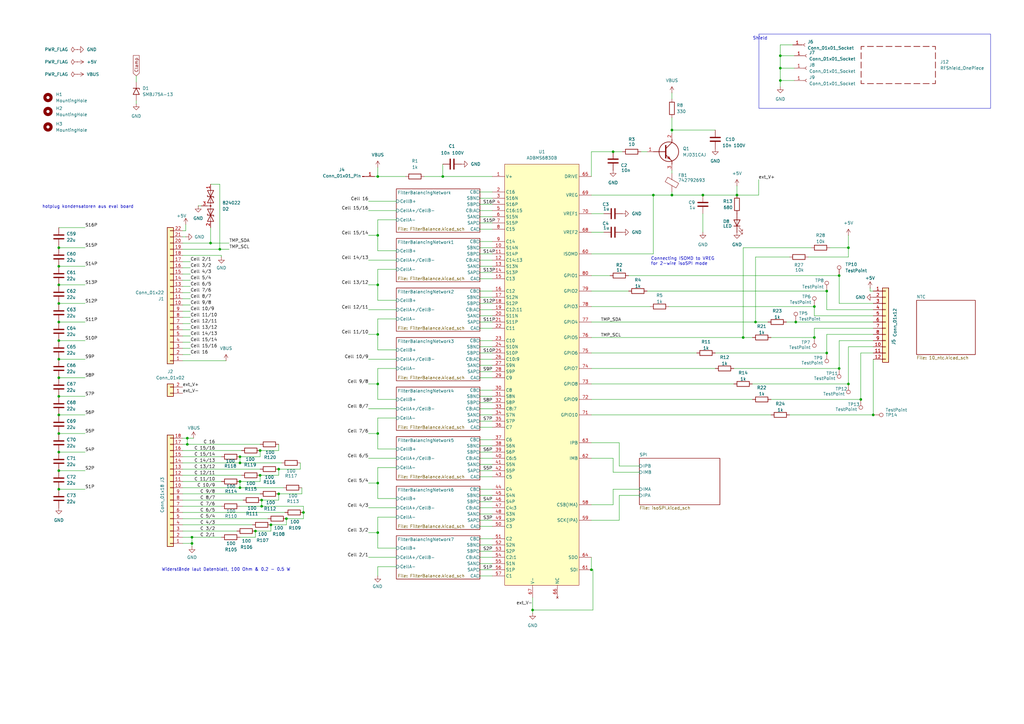
<source format=kicad_sch>
(kicad_sch
	(version 20231120)
	(generator "eeschema")
	(generator_version "8.0")
	(uuid "64eac9c4-e018-49db-b598-a7107a0db15b")
	(paper "A3")
	(lib_symbols
		(symbol "ADBMS6830B_lang:ADBMS6830B_Tall"
			(exclude_from_sim no)
			(in_bom yes)
			(on_board yes)
			(property "Reference" "U"
				(at 0 1.27 0)
				(effects
					(font
						(size 1.27 1.27)
					)
				)
			)
			(property "Value" "ADBMS6830B"
				(at 0 -1.27 0)
				(effects
					(font
						(size 1.27 1.27)
					)
				)
			)
			(property "Footprint" "ADBMS6830:QFP-80_12x12_Pitch0.5mm"
				(at -48.26 53.34 0)
				(effects
					(font
						(size 1.27 1.27)
					)
					(hide yes)
				)
			)
			(property "Datasheet" "~/ADBMS6830B_ADI.pdf"
				(at -48.26 53.34 0)
				(effects
					(font
						(size 1.27 1.27)
					)
					(hide yes)
				)
			)
			(property "Description" ""
				(at 0 0 0)
				(effects
					(font
						(size 1.27 1.27)
					)
					(hide yes)
				)
			)
			(symbol "ADBMS6830B_Tall_1_0"
				(pin input line
					(at -20.32 46.99 0)
					(length 5)
					(name "C14:13"
						(effects
							(font
								(size 1.27 1.27)
							)
						)
					)
					(number "12"
						(effects
							(font
								(size 1.27 1.27)
							)
						)
					)
				)
				(pin input line
					(at -20.32 6.35 0)
					(length 5)
					(name "C10:9"
						(effects
							(font
								(size 1.27 1.27)
							)
						)
					)
					(number "26"
						(effects
							(font
								(size 1.27 1.27)
							)
						)
					)
				)
				(pin input line
					(at -20.32 -13.97 0)
					(length 5)
					(name "C8:7"
						(effects
							(font
								(size 1.27 1.27)
							)
						)
					)
					(number "33"
						(effects
							(font
								(size 1.27 1.27)
							)
						)
					)
				)
				(pin input line
					(at -20.32 -34.29 0)
					(length 5)
					(name "C6:5"
						(effects
							(font
								(size 1.27 1.27)
							)
						)
					)
					(number "40"
						(effects
							(font
								(size 1.27 1.27)
							)
						)
					)
				)
				(pin input line
					(at -20.32 -54.61 0)
					(length 5)
					(name "C4:3"
						(effects
							(font
								(size 1.27 1.27)
							)
						)
					)
					(number "47"
						(effects
							(font
								(size 1.27 1.27)
							)
						)
					)
				)
				(pin input line
					(at -20.32 -74.93 0)
					(length 5)
					(name "C2:1"
						(effects
							(font
								(size 1.27 1.27)
							)
						)
					)
					(number "54"
						(effects
							(font
								(size 1.27 1.27)
							)
						)
					)
				)
				(pin no_connect line
					(at 6.35 -91.44 90)
					(length 5)
					(name "NC"
						(effects
							(font
								(size 1.27 1.27)
							)
						)
					)
					(number "66"
						(effects
							(font
								(size 1.27 1.27)
							)
						)
					)
				)
				(pin bidirectional line
					(at 20.32 -16.51 180)
					(length 5)
					(name "GPIO10"
						(effects
							(font
								(size 1.27 1.27)
							)
						)
					)
					(number "71"
						(effects
							(font
								(size 1.27 1.27)
							)
						)
					)
				)
			)
			(symbol "ADBMS6830B_Tall_1_1"
				(rectangle
					(start -15.24 86.36)
					(end 15.24 -86.36)
					(stroke
						(width 0)
						(type default)
					)
					(fill
						(type background)
					)
				)
				(pin power_out line
					(at -20.32 81.28 0)
					(length 5)
					(name "V+"
						(effects
							(font
								(size 1.27 1.27)
							)
						)
					)
					(number "1"
						(effects
							(font
								(size 1.27 1.27)
							)
						)
					)
				)
				(pin input line
					(at -20.32 52.07 0)
					(length 5)
					(name "S14N"
						(effects
							(font
								(size 1.27 1.27)
							)
						)
					)
					(number "10"
						(effects
							(font
								(size 1.27 1.27)
							)
						)
					)
				)
				(pin input line
					(at -20.32 49.53 0)
					(length 5)
					(name "S14P"
						(effects
							(font
								(size 1.27 1.27)
							)
						)
					)
					(number "11"
						(effects
							(font
								(size 1.27 1.27)
							)
						)
					)
				)
				(pin input line
					(at -20.32 44.45 0)
					(length 5)
					(name "S13N"
						(effects
							(font
								(size 1.27 1.27)
							)
						)
					)
					(number "13"
						(effects
							(font
								(size 1.27 1.27)
							)
						)
					)
				)
				(pin input line
					(at -20.32 41.91 0)
					(length 5)
					(name "S13P"
						(effects
							(font
								(size 1.27 1.27)
							)
						)
					)
					(number "14"
						(effects
							(font
								(size 1.27 1.27)
							)
						)
					)
				)
				(pin input line
					(at -20.32 39.37 0)
					(length 5)
					(name "C13"
						(effects
							(font
								(size 1.27 1.27)
							)
						)
					)
					(number "15"
						(effects
							(font
								(size 1.27 1.27)
							)
						)
					)
				)
				(pin input line
					(at -20.32 34.29 0)
					(length 5)
					(name "C12"
						(effects
							(font
								(size 1.27 1.27)
							)
						)
					)
					(number "16"
						(effects
							(font
								(size 1.27 1.27)
							)
						)
					)
				)
				(pin input line
					(at -20.32 31.75 0)
					(length 5)
					(name "S12N"
						(effects
							(font
								(size 1.27 1.27)
							)
						)
					)
					(number "17"
						(effects
							(font
								(size 1.27 1.27)
							)
						)
					)
				)
				(pin input line
					(at -20.32 29.21 0)
					(length 5)
					(name "S12P"
						(effects
							(font
								(size 1.27 1.27)
							)
						)
					)
					(number "18"
						(effects
							(font
								(size 1.27 1.27)
							)
						)
					)
				)
				(pin input line
					(at -20.32 26.67 0)
					(length 5)
					(name "C12:11"
						(effects
							(font
								(size 1.27 1.27)
							)
						)
					)
					(number "19"
						(effects
							(font
								(size 1.27 1.27)
							)
						)
					)
				)
				(pin input line
					(at -20.32 74.93 0)
					(length 5)
					(name "C16"
						(effects
							(font
								(size 1.27 1.27)
							)
						)
					)
					(number "2"
						(effects
							(font
								(size 1.27 1.27)
							)
						)
					)
				)
				(pin input line
					(at -20.32 24.13 0)
					(length 5)
					(name "S11N"
						(effects
							(font
								(size 1.27 1.27)
							)
						)
					)
					(number "20"
						(effects
							(font
								(size 1.27 1.27)
							)
						)
					)
				)
				(pin input line
					(at -20.32 21.59 0)
					(length 5)
					(name "S11P"
						(effects
							(font
								(size 1.27 1.27)
							)
						)
					)
					(number "21"
						(effects
							(font
								(size 1.27 1.27)
							)
						)
					)
				)
				(pin input line
					(at -20.32 19.05 0)
					(length 5)
					(name "C11"
						(effects
							(font
								(size 1.27 1.27)
							)
						)
					)
					(number "22"
						(effects
							(font
								(size 1.27 1.27)
							)
						)
					)
				)
				(pin input line
					(at -20.32 13.97 0)
					(length 5)
					(name "C10"
						(effects
							(font
								(size 1.27 1.27)
							)
						)
					)
					(number "23"
						(effects
							(font
								(size 1.27 1.27)
							)
						)
					)
				)
				(pin input line
					(at -20.32 11.43 0)
					(length 5)
					(name "S10N"
						(effects
							(font
								(size 1.27 1.27)
							)
						)
					)
					(number "24"
						(effects
							(font
								(size 1.27 1.27)
							)
						)
					)
				)
				(pin input line
					(at -20.32 8.89 0)
					(length 5)
					(name "S10P"
						(effects
							(font
								(size 1.27 1.27)
							)
						)
					)
					(number "25"
						(effects
							(font
								(size 1.27 1.27)
							)
						)
					)
				)
				(pin input line
					(at -20.32 3.81 0)
					(length 5)
					(name "S9N"
						(effects
							(font
								(size 1.27 1.27)
							)
						)
					)
					(number "27"
						(effects
							(font
								(size 1.27 1.27)
							)
						)
					)
				)
				(pin input line
					(at -20.32 1.27 0)
					(length 5)
					(name "S9P"
						(effects
							(font
								(size 1.27 1.27)
							)
						)
					)
					(number "28"
						(effects
							(font
								(size 1.27 1.27)
							)
						)
					)
				)
				(pin input line
					(at -20.32 -1.27 0)
					(length 5)
					(name "C9"
						(effects
							(font
								(size 1.27 1.27)
							)
						)
					)
					(number "29"
						(effects
							(font
								(size 1.27 1.27)
							)
						)
					)
				)
				(pin input line
					(at -20.32 72.39 0)
					(length 5)
					(name "S16N"
						(effects
							(font
								(size 1.27 1.27)
							)
						)
					)
					(number "3"
						(effects
							(font
								(size 1.27 1.27)
							)
						)
					)
				)
				(pin input line
					(at -20.32 -6.35 0)
					(length 5)
					(name "C8"
						(effects
							(font
								(size 1.27 1.27)
							)
						)
					)
					(number "30"
						(effects
							(font
								(size 1.27 1.27)
							)
						)
					)
				)
				(pin input line
					(at -20.32 -8.89 0)
					(length 5)
					(name "S8N"
						(effects
							(font
								(size 1.27 1.27)
							)
						)
					)
					(number "31"
						(effects
							(font
								(size 1.27 1.27)
							)
						)
					)
				)
				(pin input line
					(at -20.32 -11.43 0)
					(length 5)
					(name "S8P"
						(effects
							(font
								(size 1.27 1.27)
							)
						)
					)
					(number "32"
						(effects
							(font
								(size 1.27 1.27)
							)
						)
					)
				)
				(pin input line
					(at -20.32 -16.51 0)
					(length 5)
					(name "S7N"
						(effects
							(font
								(size 1.27 1.27)
							)
						)
					)
					(number "34"
						(effects
							(font
								(size 1.27 1.27)
							)
						)
					)
				)
				(pin input line
					(at -20.32 -19.05 0)
					(length 5)
					(name "S7P"
						(effects
							(font
								(size 1.27 1.27)
							)
						)
					)
					(number "35"
						(effects
							(font
								(size 1.27 1.27)
							)
						)
					)
				)
				(pin input line
					(at -20.32 -21.59 0)
					(length 5)
					(name "C7"
						(effects
							(font
								(size 1.27 1.27)
							)
						)
					)
					(number "36"
						(effects
							(font
								(size 1.27 1.27)
							)
						)
					)
				)
				(pin input line
					(at -20.32 -26.67 0)
					(length 5)
					(name "C6"
						(effects
							(font
								(size 1.27 1.27)
							)
						)
					)
					(number "37"
						(effects
							(font
								(size 1.27 1.27)
							)
						)
					)
				)
				(pin input line
					(at -20.32 -29.21 0)
					(length 5)
					(name "S6N"
						(effects
							(font
								(size 1.27 1.27)
							)
						)
					)
					(number "38"
						(effects
							(font
								(size 1.27 1.27)
							)
						)
					)
				)
				(pin input line
					(at -20.32 -31.75 0)
					(length 5)
					(name "S6P"
						(effects
							(font
								(size 1.27 1.27)
							)
						)
					)
					(number "39"
						(effects
							(font
								(size 1.27 1.27)
							)
						)
					)
				)
				(pin input line
					(at -20.32 69.85 0)
					(length 5)
					(name "S16P"
						(effects
							(font
								(size 1.27 1.27)
							)
						)
					)
					(number "4"
						(effects
							(font
								(size 1.27 1.27)
							)
						)
					)
				)
				(pin input line
					(at -20.32 -36.83 0)
					(length 5)
					(name "S5N"
						(effects
							(font
								(size 1.27 1.27)
							)
						)
					)
					(number "41"
						(effects
							(font
								(size 1.27 1.27)
							)
						)
					)
				)
				(pin input line
					(at -20.32 -39.37 0)
					(length 5)
					(name "S5P"
						(effects
							(font
								(size 1.27 1.27)
							)
						)
					)
					(number "42"
						(effects
							(font
								(size 1.27 1.27)
							)
						)
					)
				)
				(pin input line
					(at -20.32 -41.91 0)
					(length 5)
					(name "C5"
						(effects
							(font
								(size 1.27 1.27)
							)
						)
					)
					(number "43"
						(effects
							(font
								(size 1.27 1.27)
							)
						)
					)
				)
				(pin input line
					(at -20.32 -46.99 0)
					(length 5)
					(name "C4"
						(effects
							(font
								(size 1.27 1.27)
							)
						)
					)
					(number "44"
						(effects
							(font
								(size 1.27 1.27)
							)
						)
					)
				)
				(pin input line
					(at -20.32 -49.53 0)
					(length 5)
					(name "S4N"
						(effects
							(font
								(size 1.27 1.27)
							)
						)
					)
					(number "45"
						(effects
							(font
								(size 1.27 1.27)
							)
						)
					)
				)
				(pin input line
					(at -20.32 -52.07 0)
					(length 5)
					(name "S4P"
						(effects
							(font
								(size 1.27 1.27)
							)
						)
					)
					(number "46"
						(effects
							(font
								(size 1.27 1.27)
							)
						)
					)
				)
				(pin input line
					(at -20.32 -57.15 0)
					(length 5)
					(name "S3N"
						(effects
							(font
								(size 1.27 1.27)
							)
						)
					)
					(number "48"
						(effects
							(font
								(size 1.27 1.27)
							)
						)
					)
				)
				(pin input line
					(at -20.32 -59.69 0)
					(length 5)
					(name "S3P"
						(effects
							(font
								(size 1.27 1.27)
							)
						)
					)
					(number "49"
						(effects
							(font
								(size 1.27 1.27)
							)
						)
					)
				)
				(pin input line
					(at -20.32 67.31 0)
					(length 5)
					(name "C16:15"
						(effects
							(font
								(size 1.27 1.27)
							)
						)
					)
					(number "5"
						(effects
							(font
								(size 1.27 1.27)
							)
						)
					)
				)
				(pin input line
					(at -20.32 -62.23 0)
					(length 5)
					(name "C3"
						(effects
							(font
								(size 1.27 1.27)
							)
						)
					)
					(number "50"
						(effects
							(font
								(size 1.27 1.27)
							)
						)
					)
				)
				(pin input line
					(at -20.32 -67.31 0)
					(length 5)
					(name "C2"
						(effects
							(font
								(size 1.27 1.27)
							)
						)
					)
					(number "51"
						(effects
							(font
								(size 1.27 1.27)
							)
						)
					)
				)
				(pin input line
					(at -20.32 -69.85 0)
					(length 5)
					(name "S2N"
						(effects
							(font
								(size 1.27 1.27)
							)
						)
					)
					(number "52"
						(effects
							(font
								(size 1.27 1.27)
							)
						)
					)
				)
				(pin input line
					(at -20.32 -72.39 0)
					(length 5)
					(name "S2P"
						(effects
							(font
								(size 1.27 1.27)
							)
						)
					)
					(number "53"
						(effects
							(font
								(size 1.27 1.27)
							)
						)
					)
				)
				(pin input line
					(at -20.32 -77.47 0)
					(length 5)
					(name "S1N"
						(effects
							(font
								(size 1.27 1.27)
							)
						)
					)
					(number "55"
						(effects
							(font
								(size 1.27 1.27)
							)
						)
					)
				)
				(pin input line
					(at -20.32 -80.01 0)
					(length 5)
					(name "S1P"
						(effects
							(font
								(size 1.27 1.27)
							)
						)
					)
					(number "56"
						(effects
							(font
								(size 1.27 1.27)
							)
						)
					)
				)
				(pin input line
					(at -20.32 -82.55 0)
					(length 5)
					(name "C1"
						(effects
							(font
								(size 1.27 1.27)
							)
						)
					)
					(number "57"
						(effects
							(font
								(size 1.27 1.27)
							)
						)
					)
				)
				(pin bidirectional line
					(at 20.32 -53.34 180)
					(length 5)
					(name "CSB(IMA)"
						(effects
							(font
								(size 1.27 1.27)
							)
						)
					)
					(number "58"
						(effects
							(font
								(size 1.27 1.27)
							)
						)
					)
				)
				(pin bidirectional line
					(at 20.32 -59.69 180)
					(length 5)
					(name "SCK(IPA)"
						(effects
							(font
								(size 1.27 1.27)
							)
						)
					)
					(number "59"
						(effects
							(font
								(size 1.27 1.27)
							)
						)
					)
				)
				(pin input line
					(at -20.32 64.77 0)
					(length 5)
					(name "S15N"
						(effects
							(font
								(size 1.27 1.27)
							)
						)
					)
					(number "6"
						(effects
							(font
								(size 1.27 1.27)
							)
						)
					)
				)
				(pin bidirectional line
					(at 20.32 49.53 180)
					(length 5)
					(name "ISOMD"
						(effects
							(font
								(size 1.27 1.27)
							)
						)
					)
					(number "60"
						(effects
							(font
								(size 1.27 1.27)
							)
						)
					)
				)
				(pin bidirectional line
					(at 20.32 -80.01 180)
					(length 5)
					(name "SDI"
						(effects
							(font
								(size 1.27 1.27)
							)
						)
					)
					(number "61"
						(effects
							(font
								(size 1.27 1.27)
							)
						)
					)
				)
				(pin bidirectional line
					(at 20.32 -34.29 180)
					(length 5)
					(name "IMB"
						(effects
							(font
								(size 1.27 1.27)
							)
						)
					)
					(number "62"
						(effects
							(font
								(size 1.27 1.27)
							)
						)
					)
				)
				(pin bidirectional line
					(at 20.32 -27.94 180)
					(length 5)
					(name "IPB"
						(effects
							(font
								(size 1.27 1.27)
							)
						)
					)
					(number "63"
						(effects
							(font
								(size 1.27 1.27)
							)
						)
					)
				)
				(pin bidirectional line
					(at 20.32 -74.93 180)
					(length 5)
					(name "SDO"
						(effects
							(font
								(size 1.27 1.27)
							)
						)
					)
					(number "64"
						(effects
							(font
								(size 1.27 1.27)
							)
						)
					)
				)
				(pin bidirectional line
					(at 20.32 81.28 180)
					(length 5)
					(name "DRIVE"
						(effects
							(font
								(size 1.27 1.27)
							)
						)
					)
					(number "65"
						(effects
							(font
								(size 1.27 1.27)
							)
						)
					)
				)
				(pin input line
					(at -3.81 -91.44 90)
					(length 5)
					(name "V-"
						(effects
							(font
								(size 1.27 1.27)
							)
						)
					)
					(number "67"
						(effects
							(font
								(size 1.27 1.27)
							)
						)
					)
				)
				(pin power_out line
					(at 20.32 58.42 180)
					(length 5)
					(name "VREF2"
						(effects
							(font
								(size 1.27 1.27)
							)
						)
					)
					(number "68"
						(effects
							(font
								(size 1.27 1.27)
							)
						)
					)
				)
				(pin input line
					(at 20.32 73.66 180)
					(length 5)
					(name "VREG"
						(effects
							(font
								(size 1.27 1.27)
							)
						)
					)
					(number "69"
						(effects
							(font
								(size 1.27 1.27)
							)
						)
					)
				)
				(pin input line
					(at -20.32 62.23 0)
					(length 5)
					(name "S15P"
						(effects
							(font
								(size 1.27 1.27)
							)
						)
					)
					(number "7"
						(effects
							(font
								(size 1.27 1.27)
							)
						)
					)
				)
				(pin power_out line
					(at 20.32 66.04 180)
					(length 5)
					(name "VREF1"
						(effects
							(font
								(size 1.27 1.27)
							)
						)
					)
					(number "70"
						(effects
							(font
								(size 1.27 1.27)
							)
						)
					)
				)
				(pin bidirectional line
					(at 20.32 -10.16 180)
					(length 5)
					(name "GPIO9"
						(effects
							(font
								(size 1.27 1.27)
							)
						)
					)
					(number "72"
						(effects
							(font
								(size 1.27 1.27)
							)
						)
					)
				)
				(pin bidirectional line
					(at 20.32 -3.81 180)
					(length 5)
					(name "GPIO8"
						(effects
							(font
								(size 1.27 1.27)
							)
						)
					)
					(number "73"
						(effects
							(font
								(size 1.27 1.27)
							)
						)
					)
				)
				(pin bidirectional line
					(at 20.32 2.54 180)
					(length 5)
					(name "GPIO7"
						(effects
							(font
								(size 1.27 1.27)
							)
						)
					)
					(number "74"
						(effects
							(font
								(size 1.27 1.27)
							)
						)
					)
				)
				(pin bidirectional line
					(at 20.32 8.89 180)
					(length 5)
					(name "GPIO6"
						(effects
							(font
								(size 1.27 1.27)
							)
						)
					)
					(number "75"
						(effects
							(font
								(size 1.27 1.27)
							)
						)
					)
				)
				(pin bidirectional line
					(at 20.32 15.24 180)
					(length 5)
					(name "GPIO5"
						(effects
							(font
								(size 1.27 1.27)
							)
						)
					)
					(number "76"
						(effects
							(font
								(size 1.27 1.27)
							)
						)
					)
				)
				(pin bidirectional line
					(at 20.32 21.59 180)
					(length 5)
					(name "GPIO4"
						(effects
							(font
								(size 1.27 1.27)
							)
						)
					)
					(number "77"
						(effects
							(font
								(size 1.27 1.27)
							)
						)
					)
				)
				(pin bidirectional line
					(at 20.32 27.94 180)
					(length 5)
					(name "GPIO3"
						(effects
							(font
								(size 1.27 1.27)
							)
						)
					)
					(number "78"
						(effects
							(font
								(size 1.27 1.27)
							)
						)
					)
				)
				(pin bidirectional line
					(at 20.32 34.29 180)
					(length 5)
					(name "GPIO2"
						(effects
							(font
								(size 1.27 1.27)
							)
						)
					)
					(number "79"
						(effects
							(font
								(size 1.27 1.27)
							)
						)
					)
				)
				(pin input line
					(at -20.32 59.69 0)
					(length 5)
					(name "C15"
						(effects
							(font
								(size 1.27 1.27)
							)
						)
					)
					(number "8"
						(effects
							(font
								(size 1.27 1.27)
							)
						)
					)
				)
				(pin bidirectional line
					(at 20.32 40.64 180)
					(length 5)
					(name "GPIO1"
						(effects
							(font
								(size 1.27 1.27)
							)
						)
					)
					(number "80"
						(effects
							(font
								(size 1.27 1.27)
							)
						)
					)
				)
				(pin input line
					(at -20.32 54.61 0)
					(length 5)
					(name "C14"
						(effects
							(font
								(size 1.27 1.27)
							)
						)
					)
					(number "9"
						(effects
							(font
								(size 1.27 1.27)
							)
						)
					)
				)
			)
		)
		(symbol "Connector:Conn_01x01_Pin"
			(pin_names
				(offset 1.016) hide)
			(exclude_from_sim no)
			(in_bom yes)
			(on_board yes)
			(property "Reference" "J"
				(at 0 2.54 0)
				(effects
					(font
						(size 1.27 1.27)
					)
				)
			)
			(property "Value" "Conn_01x01_Pin"
				(at 0 -2.54 0)
				(effects
					(font
						(size 1.27 1.27)
					)
				)
			)
			(property "Footprint" ""
				(at 0 0 0)
				(effects
					(font
						(size 1.27 1.27)
					)
					(hide yes)
				)
			)
			(property "Datasheet" "~"
				(at 0 0 0)
				(effects
					(font
						(size 1.27 1.27)
					)
					(hide yes)
				)
			)
			(property "Description" "Generic connector, single row, 01x01, script generated"
				(at 0 0 0)
				(effects
					(font
						(size 1.27 1.27)
					)
					(hide yes)
				)
			)
			(property "ki_locked" ""
				(at 0 0 0)
				(effects
					(font
						(size 1.27 1.27)
					)
				)
			)
			(property "ki_keywords" "connector"
				(at 0 0 0)
				(effects
					(font
						(size 1.27 1.27)
					)
					(hide yes)
				)
			)
			(property "ki_fp_filters" "Connector*:*_1x??_*"
				(at 0 0 0)
				(effects
					(font
						(size 1.27 1.27)
					)
					(hide yes)
				)
			)
			(symbol "Conn_01x01_Pin_1_1"
				(polyline
					(pts
						(xy 1.27 0) (xy 0.8636 0)
					)
					(stroke
						(width 0.1524)
						(type default)
					)
					(fill
						(type none)
					)
				)
				(rectangle
					(start 0.8636 0.127)
					(end 0 -0.127)
					(stroke
						(width 0.1524)
						(type default)
					)
					(fill
						(type outline)
					)
				)
				(pin passive line
					(at 5.08 0 180)
					(length 3.81)
					(name "Pin_1"
						(effects
							(font
								(size 1.27 1.27)
							)
						)
					)
					(number "1"
						(effects
							(font
								(size 1.27 1.27)
							)
						)
					)
				)
			)
		)
		(symbol "Connector:Conn_01x01_Socket"
			(pin_names
				(offset 1.016) hide)
			(exclude_from_sim no)
			(in_bom yes)
			(on_board yes)
			(property "Reference" "J"
				(at 0 2.54 0)
				(effects
					(font
						(size 1.27 1.27)
					)
				)
			)
			(property "Value" "Conn_01x01_Socket"
				(at 0 -2.54 0)
				(effects
					(font
						(size 1.27 1.27)
					)
				)
			)
			(property "Footprint" ""
				(at 0 0 0)
				(effects
					(font
						(size 1.27 1.27)
					)
					(hide yes)
				)
			)
			(property "Datasheet" "~"
				(at 0 0 0)
				(effects
					(font
						(size 1.27 1.27)
					)
					(hide yes)
				)
			)
			(property "Description" "Generic connector, single row, 01x01, script generated"
				(at 0 0 0)
				(effects
					(font
						(size 1.27 1.27)
					)
					(hide yes)
				)
			)
			(property "ki_locked" ""
				(at 0 0 0)
				(effects
					(font
						(size 1.27 1.27)
					)
				)
			)
			(property "ki_keywords" "connector"
				(at 0 0 0)
				(effects
					(font
						(size 1.27 1.27)
					)
					(hide yes)
				)
			)
			(property "ki_fp_filters" "Connector*:*_1x??_*"
				(at 0 0 0)
				(effects
					(font
						(size 1.27 1.27)
					)
					(hide yes)
				)
			)
			(symbol "Conn_01x01_Socket_1_1"
				(polyline
					(pts
						(xy -1.27 0) (xy -0.508 0)
					)
					(stroke
						(width 0.1524)
						(type default)
					)
					(fill
						(type none)
					)
				)
				(arc
					(start 0 0.508)
					(mid -0.5058 0)
					(end 0 -0.508)
					(stroke
						(width 0.1524)
						(type default)
					)
					(fill
						(type none)
					)
				)
				(pin passive line
					(at -5.08 0 0)
					(length 3.81)
					(name "Pin_1"
						(effects
							(font
								(size 1.27 1.27)
							)
						)
					)
					(number "1"
						(effects
							(font
								(size 1.27 1.27)
							)
						)
					)
				)
			)
		)
		(symbol "Connector:TestPoint"
			(pin_numbers hide)
			(pin_names
				(offset 0.762) hide)
			(exclude_from_sim no)
			(in_bom yes)
			(on_board yes)
			(property "Reference" "TP"
				(at 0 6.858 0)
				(effects
					(font
						(size 1.27 1.27)
					)
				)
			)
			(property "Value" "TestPoint"
				(at 0 5.08 0)
				(effects
					(font
						(size 1.27 1.27)
					)
				)
			)
			(property "Footprint" ""
				(at 5.08 0 0)
				(effects
					(font
						(size 1.27 1.27)
					)
					(hide yes)
				)
			)
			(property "Datasheet" "~"
				(at 5.08 0 0)
				(effects
					(font
						(size 1.27 1.27)
					)
					(hide yes)
				)
			)
			(property "Description" "test point"
				(at 0 0 0)
				(effects
					(font
						(size 1.27 1.27)
					)
					(hide yes)
				)
			)
			(property "ki_keywords" "test point tp"
				(at 0 0 0)
				(effects
					(font
						(size 1.27 1.27)
					)
					(hide yes)
				)
			)
			(property "ki_fp_filters" "Pin* Test*"
				(at 0 0 0)
				(effects
					(font
						(size 1.27 1.27)
					)
					(hide yes)
				)
			)
			(symbol "TestPoint_0_1"
				(circle
					(center 0 3.302)
					(radius 0.762)
					(stroke
						(width 0)
						(type default)
					)
					(fill
						(type none)
					)
				)
			)
			(symbol "TestPoint_1_1"
				(pin passive line
					(at 0 0 90)
					(length 2.54)
					(name "1"
						(effects
							(font
								(size 1.27 1.27)
							)
						)
					)
					(number "1"
						(effects
							(font
								(size 1.27 1.27)
							)
						)
					)
				)
			)
		)
		(symbol "Connector_Generic:Conn_01x02"
			(pin_names
				(offset 1.016) hide)
			(exclude_from_sim no)
			(in_bom yes)
			(on_board yes)
			(property "Reference" "J"
				(at 0 2.54 0)
				(effects
					(font
						(size 1.27 1.27)
					)
				)
			)
			(property "Value" "Conn_01x02"
				(at 0 -5.08 0)
				(effects
					(font
						(size 1.27 1.27)
					)
				)
			)
			(property "Footprint" ""
				(at 0 0 0)
				(effects
					(font
						(size 1.27 1.27)
					)
					(hide yes)
				)
			)
			(property "Datasheet" "~"
				(at 0 0 0)
				(effects
					(font
						(size 1.27 1.27)
					)
					(hide yes)
				)
			)
			(property "Description" "Generic connector, single row, 01x02, script generated (kicad-library-utils/schlib/autogen/connector/)"
				(at 0 0 0)
				(effects
					(font
						(size 1.27 1.27)
					)
					(hide yes)
				)
			)
			(property "ki_keywords" "connector"
				(at 0 0 0)
				(effects
					(font
						(size 1.27 1.27)
					)
					(hide yes)
				)
			)
			(property "ki_fp_filters" "Connector*:*_1x??_*"
				(at 0 0 0)
				(effects
					(font
						(size 1.27 1.27)
					)
					(hide yes)
				)
			)
			(symbol "Conn_01x02_1_1"
				(rectangle
					(start -1.27 -2.413)
					(end 0 -2.667)
					(stroke
						(width 0.1524)
						(type default)
					)
					(fill
						(type none)
					)
				)
				(rectangle
					(start -1.27 0.127)
					(end 0 -0.127)
					(stroke
						(width 0.1524)
						(type default)
					)
					(fill
						(type none)
					)
				)
				(rectangle
					(start -1.27 1.27)
					(end 1.27 -3.81)
					(stroke
						(width 0.254)
						(type default)
					)
					(fill
						(type background)
					)
				)
				(pin passive line
					(at -5.08 0 0)
					(length 3.81)
					(name "Pin_1"
						(effects
							(font
								(size 1.27 1.27)
							)
						)
					)
					(number "1"
						(effects
							(font
								(size 1.27 1.27)
							)
						)
					)
				)
				(pin passive line
					(at -5.08 -2.54 0)
					(length 3.81)
					(name "Pin_2"
						(effects
							(font
								(size 1.27 1.27)
							)
						)
					)
					(number "2"
						(effects
							(font
								(size 1.27 1.27)
							)
						)
					)
				)
			)
		)
		(symbol "Connector_Generic:Conn_01x12"
			(pin_names
				(offset 1.016) hide)
			(exclude_from_sim no)
			(in_bom yes)
			(on_board yes)
			(property "Reference" "J"
				(at 0 15.24 0)
				(effects
					(font
						(size 1.27 1.27)
					)
				)
			)
			(property "Value" "Conn_01x12"
				(at 0 -17.78 0)
				(effects
					(font
						(size 1.27 1.27)
					)
				)
			)
			(property "Footprint" ""
				(at 0 0 0)
				(effects
					(font
						(size 1.27 1.27)
					)
					(hide yes)
				)
			)
			(property "Datasheet" "~"
				(at 0 0 0)
				(effects
					(font
						(size 1.27 1.27)
					)
					(hide yes)
				)
			)
			(property "Description" "Generic connector, single row, 01x12, script generated (kicad-library-utils/schlib/autogen/connector/)"
				(at 0 0 0)
				(effects
					(font
						(size 1.27 1.27)
					)
					(hide yes)
				)
			)
			(property "ki_keywords" "connector"
				(at 0 0 0)
				(effects
					(font
						(size 1.27 1.27)
					)
					(hide yes)
				)
			)
			(property "ki_fp_filters" "Connector*:*_1x??_*"
				(at 0 0 0)
				(effects
					(font
						(size 1.27 1.27)
					)
					(hide yes)
				)
			)
			(symbol "Conn_01x12_1_1"
				(rectangle
					(start -1.27 -15.113)
					(end 0 -15.367)
					(stroke
						(width 0.1524)
						(type default)
					)
					(fill
						(type none)
					)
				)
				(rectangle
					(start -1.27 -12.573)
					(end 0 -12.827)
					(stroke
						(width 0.1524)
						(type default)
					)
					(fill
						(type none)
					)
				)
				(rectangle
					(start -1.27 -10.033)
					(end 0 -10.287)
					(stroke
						(width 0.1524)
						(type default)
					)
					(fill
						(type none)
					)
				)
				(rectangle
					(start -1.27 -7.493)
					(end 0 -7.747)
					(stroke
						(width 0.1524)
						(type default)
					)
					(fill
						(type none)
					)
				)
				(rectangle
					(start -1.27 -4.953)
					(end 0 -5.207)
					(stroke
						(width 0.1524)
						(type default)
					)
					(fill
						(type none)
					)
				)
				(rectangle
					(start -1.27 -2.413)
					(end 0 -2.667)
					(stroke
						(width 0.1524)
						(type default)
					)
					(fill
						(type none)
					)
				)
				(rectangle
					(start -1.27 0.127)
					(end 0 -0.127)
					(stroke
						(width 0.1524)
						(type default)
					)
					(fill
						(type none)
					)
				)
				(rectangle
					(start -1.27 2.667)
					(end 0 2.413)
					(stroke
						(width 0.1524)
						(type default)
					)
					(fill
						(type none)
					)
				)
				(rectangle
					(start -1.27 5.207)
					(end 0 4.953)
					(stroke
						(width 0.1524)
						(type default)
					)
					(fill
						(type none)
					)
				)
				(rectangle
					(start -1.27 7.747)
					(end 0 7.493)
					(stroke
						(width 0.1524)
						(type default)
					)
					(fill
						(type none)
					)
				)
				(rectangle
					(start -1.27 10.287)
					(end 0 10.033)
					(stroke
						(width 0.1524)
						(type default)
					)
					(fill
						(type none)
					)
				)
				(rectangle
					(start -1.27 12.827)
					(end 0 12.573)
					(stroke
						(width 0.1524)
						(type default)
					)
					(fill
						(type none)
					)
				)
				(rectangle
					(start -1.27 13.97)
					(end 1.27 -16.51)
					(stroke
						(width 0.254)
						(type default)
					)
					(fill
						(type background)
					)
				)
				(pin passive line
					(at -5.08 12.7 0)
					(length 3.81)
					(name "Pin_1"
						(effects
							(font
								(size 1.27 1.27)
							)
						)
					)
					(number "1"
						(effects
							(font
								(size 1.27 1.27)
							)
						)
					)
				)
				(pin passive line
					(at -5.08 -10.16 0)
					(length 3.81)
					(name "Pin_10"
						(effects
							(font
								(size 1.27 1.27)
							)
						)
					)
					(number "10"
						(effects
							(font
								(size 1.27 1.27)
							)
						)
					)
				)
				(pin passive line
					(at -5.08 -12.7 0)
					(length 3.81)
					(name "Pin_11"
						(effects
							(font
								(size 1.27 1.27)
							)
						)
					)
					(number "11"
						(effects
							(font
								(size 1.27 1.27)
							)
						)
					)
				)
				(pin passive line
					(at -5.08 -15.24 0)
					(length 3.81)
					(name "Pin_12"
						(effects
							(font
								(size 1.27 1.27)
							)
						)
					)
					(number "12"
						(effects
							(font
								(size 1.27 1.27)
							)
						)
					)
				)
				(pin passive line
					(at -5.08 10.16 0)
					(length 3.81)
					(name "Pin_2"
						(effects
							(font
								(size 1.27 1.27)
							)
						)
					)
					(number "2"
						(effects
							(font
								(size 1.27 1.27)
							)
						)
					)
				)
				(pin passive line
					(at -5.08 7.62 0)
					(length 3.81)
					(name "Pin_3"
						(effects
							(font
								(size 1.27 1.27)
							)
						)
					)
					(number "3"
						(effects
							(font
								(size 1.27 1.27)
							)
						)
					)
				)
				(pin passive line
					(at -5.08 5.08 0)
					(length 3.81)
					(name "Pin_4"
						(effects
							(font
								(size 1.27 1.27)
							)
						)
					)
					(number "4"
						(effects
							(font
								(size 1.27 1.27)
							)
						)
					)
				)
				(pin passive line
					(at -5.08 2.54 0)
					(length 3.81)
					(name "Pin_5"
						(effects
							(font
								(size 1.27 1.27)
							)
						)
					)
					(number "5"
						(effects
							(font
								(size 1.27 1.27)
							)
						)
					)
				)
				(pin passive line
					(at -5.08 0 0)
					(length 3.81)
					(name "Pin_6"
						(effects
							(font
								(size 1.27 1.27)
							)
						)
					)
					(number "6"
						(effects
							(font
								(size 1.27 1.27)
							)
						)
					)
				)
				(pin passive line
					(at -5.08 -2.54 0)
					(length 3.81)
					(name "Pin_7"
						(effects
							(font
								(size 1.27 1.27)
							)
						)
					)
					(number "7"
						(effects
							(font
								(size 1.27 1.27)
							)
						)
					)
				)
				(pin passive line
					(at -5.08 -5.08 0)
					(length 3.81)
					(name "Pin_8"
						(effects
							(font
								(size 1.27 1.27)
							)
						)
					)
					(number "8"
						(effects
							(font
								(size 1.27 1.27)
							)
						)
					)
				)
				(pin passive line
					(at -5.08 -7.62 0)
					(length 3.81)
					(name "Pin_9"
						(effects
							(font
								(size 1.27 1.27)
							)
						)
					)
					(number "9"
						(effects
							(font
								(size 1.27 1.27)
							)
						)
					)
				)
			)
		)
		(symbol "Connector_Generic:Conn_01x18"
			(pin_names
				(offset 1.016) hide)
			(exclude_from_sim no)
			(in_bom yes)
			(on_board yes)
			(property "Reference" "J"
				(at 0 22.86 0)
				(effects
					(font
						(size 1.27 1.27)
					)
				)
			)
			(property "Value" "Conn_01x18"
				(at 0 -25.4 0)
				(effects
					(font
						(size 1.27 1.27)
					)
				)
			)
			(property "Footprint" ""
				(at 0 0 0)
				(effects
					(font
						(size 1.27 1.27)
					)
					(hide yes)
				)
			)
			(property "Datasheet" "~"
				(at 0 0 0)
				(effects
					(font
						(size 1.27 1.27)
					)
					(hide yes)
				)
			)
			(property "Description" "Generic connector, single row, 01x18, script generated (kicad-library-utils/schlib/autogen/connector/)"
				(at 0 0 0)
				(effects
					(font
						(size 1.27 1.27)
					)
					(hide yes)
				)
			)
			(property "ki_keywords" "connector"
				(at 0 0 0)
				(effects
					(font
						(size 1.27 1.27)
					)
					(hide yes)
				)
			)
			(property "ki_fp_filters" "Connector*:*_1x??_*"
				(at 0 0 0)
				(effects
					(font
						(size 1.27 1.27)
					)
					(hide yes)
				)
			)
			(symbol "Conn_01x18_1_1"
				(rectangle
					(start -1.27 -22.733)
					(end 0 -22.987)
					(stroke
						(width 0.1524)
						(type default)
					)
					(fill
						(type none)
					)
				)
				(rectangle
					(start -1.27 -20.193)
					(end 0 -20.447)
					(stroke
						(width 0.1524)
						(type default)
					)
					(fill
						(type none)
					)
				)
				(rectangle
					(start -1.27 -17.653)
					(end 0 -17.907)
					(stroke
						(width 0.1524)
						(type default)
					)
					(fill
						(type none)
					)
				)
				(rectangle
					(start -1.27 -15.113)
					(end 0 -15.367)
					(stroke
						(width 0.1524)
						(type default)
					)
					(fill
						(type none)
					)
				)
				(rectangle
					(start -1.27 -12.573)
					(end 0 -12.827)
					(stroke
						(width 0.1524)
						(type default)
					)
					(fill
						(type none)
					)
				)
				(rectangle
					(start -1.27 -10.033)
					(end 0 -10.287)
					(stroke
						(width 0.1524)
						(type default)
					)
					(fill
						(type none)
					)
				)
				(rectangle
					(start -1.27 -7.493)
					(end 0 -7.747)
					(stroke
						(width 0.1524)
						(type default)
					)
					(fill
						(type none)
					)
				)
				(rectangle
					(start -1.27 -4.953)
					(end 0 -5.207)
					(stroke
						(width 0.1524)
						(type default)
					)
					(fill
						(type none)
					)
				)
				(rectangle
					(start -1.27 -2.413)
					(end 0 -2.667)
					(stroke
						(width 0.1524)
						(type default)
					)
					(fill
						(type none)
					)
				)
				(rectangle
					(start -1.27 0.127)
					(end 0 -0.127)
					(stroke
						(width 0.1524)
						(type default)
					)
					(fill
						(type none)
					)
				)
				(rectangle
					(start -1.27 2.667)
					(end 0 2.413)
					(stroke
						(width 0.1524)
						(type default)
					)
					(fill
						(type none)
					)
				)
				(rectangle
					(start -1.27 5.207)
					(end 0 4.953)
					(stroke
						(width 0.1524)
						(type default)
					)
					(fill
						(type none)
					)
				)
				(rectangle
					(start -1.27 7.747)
					(end 0 7.493)
					(stroke
						(width 0.1524)
						(type default)
					)
					(fill
						(type none)
					)
				)
				(rectangle
					(start -1.27 10.287)
					(end 0 10.033)
					(stroke
						(width 0.1524)
						(type default)
					)
					(fill
						(type none)
					)
				)
				(rectangle
					(start -1.27 12.827)
					(end 0 12.573)
					(stroke
						(width 0.1524)
						(type default)
					)
					(fill
						(type none)
					)
				)
				(rectangle
					(start -1.27 15.367)
					(end 0 15.113)
					(stroke
						(width 0.1524)
						(type default)
					)
					(fill
						(type none)
					)
				)
				(rectangle
					(start -1.27 17.907)
					(end 0 17.653)
					(stroke
						(width 0.1524)
						(type default)
					)
					(fill
						(type none)
					)
				)
				(rectangle
					(start -1.27 20.447)
					(end 0 20.193)
					(stroke
						(width 0.1524)
						(type default)
					)
					(fill
						(type none)
					)
				)
				(rectangle
					(start -1.27 21.59)
					(end 1.27 -24.13)
					(stroke
						(width 0.254)
						(type default)
					)
					(fill
						(type background)
					)
				)
				(pin passive line
					(at -5.08 20.32 0)
					(length 3.81)
					(name "Pin_1"
						(effects
							(font
								(size 1.27 1.27)
							)
						)
					)
					(number "1"
						(effects
							(font
								(size 1.27 1.27)
							)
						)
					)
				)
				(pin passive line
					(at -5.08 -2.54 0)
					(length 3.81)
					(name "Pin_10"
						(effects
							(font
								(size 1.27 1.27)
							)
						)
					)
					(number "10"
						(effects
							(font
								(size 1.27 1.27)
							)
						)
					)
				)
				(pin passive line
					(at -5.08 -5.08 0)
					(length 3.81)
					(name "Pin_11"
						(effects
							(font
								(size 1.27 1.27)
							)
						)
					)
					(number "11"
						(effects
							(font
								(size 1.27 1.27)
							)
						)
					)
				)
				(pin passive line
					(at -5.08 -7.62 0)
					(length 3.81)
					(name "Pin_12"
						(effects
							(font
								(size 1.27 1.27)
							)
						)
					)
					(number "12"
						(effects
							(font
								(size 1.27 1.27)
							)
						)
					)
				)
				(pin passive line
					(at -5.08 -10.16 0)
					(length 3.81)
					(name "Pin_13"
						(effects
							(font
								(size 1.27 1.27)
							)
						)
					)
					(number "13"
						(effects
							(font
								(size 1.27 1.27)
							)
						)
					)
				)
				(pin passive line
					(at -5.08 -12.7 0)
					(length 3.81)
					(name "Pin_14"
						(effects
							(font
								(size 1.27 1.27)
							)
						)
					)
					(number "14"
						(effects
							(font
								(size 1.27 1.27)
							)
						)
					)
				)
				(pin passive line
					(at -5.08 -15.24 0)
					(length 3.81)
					(name "Pin_15"
						(effects
							(font
								(size 1.27 1.27)
							)
						)
					)
					(number "15"
						(effects
							(font
								(size 1.27 1.27)
							)
						)
					)
				)
				(pin passive line
					(at -5.08 -17.78 0)
					(length 3.81)
					(name "Pin_16"
						(effects
							(font
								(size 1.27 1.27)
							)
						)
					)
					(number "16"
						(effects
							(font
								(size 1.27 1.27)
							)
						)
					)
				)
				(pin passive line
					(at -5.08 -20.32 0)
					(length 3.81)
					(name "Pin_17"
						(effects
							(font
								(size 1.27 1.27)
							)
						)
					)
					(number "17"
						(effects
							(font
								(size 1.27 1.27)
							)
						)
					)
				)
				(pin passive line
					(at -5.08 -22.86 0)
					(length 3.81)
					(name "Pin_18"
						(effects
							(font
								(size 1.27 1.27)
							)
						)
					)
					(number "18"
						(effects
							(font
								(size 1.27 1.27)
							)
						)
					)
				)
				(pin passive line
					(at -5.08 17.78 0)
					(length 3.81)
					(name "Pin_2"
						(effects
							(font
								(size 1.27 1.27)
							)
						)
					)
					(number "2"
						(effects
							(font
								(size 1.27 1.27)
							)
						)
					)
				)
				(pin passive line
					(at -5.08 15.24 0)
					(length 3.81)
					(name "Pin_3"
						(effects
							(font
								(size 1.27 1.27)
							)
						)
					)
					(number "3"
						(effects
							(font
								(size 1.27 1.27)
							)
						)
					)
				)
				(pin passive line
					(at -5.08 12.7 0)
					(length 3.81)
					(name "Pin_4"
						(effects
							(font
								(size 1.27 1.27)
							)
						)
					)
					(number "4"
						(effects
							(font
								(size 1.27 1.27)
							)
						)
					)
				)
				(pin passive line
					(at -5.08 10.16 0)
					(length 3.81)
					(name "Pin_5"
						(effects
							(font
								(size 1.27 1.27)
							)
						)
					)
					(number "5"
						(effects
							(font
								(size 1.27 1.27)
							)
						)
					)
				)
				(pin passive line
					(at -5.08 7.62 0)
					(length 3.81)
					(name "Pin_6"
						(effects
							(font
								(size 1.27 1.27)
							)
						)
					)
					(number "6"
						(effects
							(font
								(size 1.27 1.27)
							)
						)
					)
				)
				(pin passive line
					(at -5.08 5.08 0)
					(length 3.81)
					(name "Pin_7"
						(effects
							(font
								(size 1.27 1.27)
							)
						)
					)
					(number "7"
						(effects
							(font
								(size 1.27 1.27)
							)
						)
					)
				)
				(pin passive line
					(at -5.08 2.54 0)
					(length 3.81)
					(name "Pin_8"
						(effects
							(font
								(size 1.27 1.27)
							)
						)
					)
					(number "8"
						(effects
							(font
								(size 1.27 1.27)
							)
						)
					)
				)
				(pin passive line
					(at -5.08 0 0)
					(length 3.81)
					(name "Pin_9"
						(effects
							(font
								(size 1.27 1.27)
							)
						)
					)
					(number "9"
						(effects
							(font
								(size 1.27 1.27)
							)
						)
					)
				)
			)
		)
		(symbol "Connector_Generic:Conn_01x22"
			(pin_names
				(offset 1.016) hide)
			(exclude_from_sim no)
			(in_bom yes)
			(on_board yes)
			(property "Reference" "J"
				(at 0 27.94 0)
				(effects
					(font
						(size 1.27 1.27)
					)
				)
			)
			(property "Value" "Conn_01x22"
				(at 0 -30.48 0)
				(effects
					(font
						(size 1.27 1.27)
					)
				)
			)
			(property "Footprint" ""
				(at 0 0 0)
				(effects
					(font
						(size 1.27 1.27)
					)
					(hide yes)
				)
			)
			(property "Datasheet" "~"
				(at 0 0 0)
				(effects
					(font
						(size 1.27 1.27)
					)
					(hide yes)
				)
			)
			(property "Description" "Generic connector, single row, 01x22, script generated (kicad-library-utils/schlib/autogen/connector/)"
				(at 0 0 0)
				(effects
					(font
						(size 1.27 1.27)
					)
					(hide yes)
				)
			)
			(property "ki_keywords" "connector"
				(at 0 0 0)
				(effects
					(font
						(size 1.27 1.27)
					)
					(hide yes)
				)
			)
			(property "ki_fp_filters" "Connector*:*_1x??_*"
				(at 0 0 0)
				(effects
					(font
						(size 1.27 1.27)
					)
					(hide yes)
				)
			)
			(symbol "Conn_01x22_1_1"
				(rectangle
					(start -1.27 -27.813)
					(end 0 -28.067)
					(stroke
						(width 0.1524)
						(type default)
					)
					(fill
						(type none)
					)
				)
				(rectangle
					(start -1.27 -25.273)
					(end 0 -25.527)
					(stroke
						(width 0.1524)
						(type default)
					)
					(fill
						(type none)
					)
				)
				(rectangle
					(start -1.27 -22.733)
					(end 0 -22.987)
					(stroke
						(width 0.1524)
						(type default)
					)
					(fill
						(type none)
					)
				)
				(rectangle
					(start -1.27 -20.193)
					(end 0 -20.447)
					(stroke
						(width 0.1524)
						(type default)
					)
					(fill
						(type none)
					)
				)
				(rectangle
					(start -1.27 -17.653)
					(end 0 -17.907)
					(stroke
						(width 0.1524)
						(type default)
					)
					(fill
						(type none)
					)
				)
				(rectangle
					(start -1.27 -15.113)
					(end 0 -15.367)
					(stroke
						(width 0.1524)
						(type default)
					)
					(fill
						(type none)
					)
				)
				(rectangle
					(start -1.27 -12.573)
					(end 0 -12.827)
					(stroke
						(width 0.1524)
						(type default)
					)
					(fill
						(type none)
					)
				)
				(rectangle
					(start -1.27 -10.033)
					(end 0 -10.287)
					(stroke
						(width 0.1524)
						(type default)
					)
					(fill
						(type none)
					)
				)
				(rectangle
					(start -1.27 -7.493)
					(end 0 -7.747)
					(stroke
						(width 0.1524)
						(type default)
					)
					(fill
						(type none)
					)
				)
				(rectangle
					(start -1.27 -4.953)
					(end 0 -5.207)
					(stroke
						(width 0.1524)
						(type default)
					)
					(fill
						(type none)
					)
				)
				(rectangle
					(start -1.27 -2.413)
					(end 0 -2.667)
					(stroke
						(width 0.1524)
						(type default)
					)
					(fill
						(type none)
					)
				)
				(rectangle
					(start -1.27 0.127)
					(end 0 -0.127)
					(stroke
						(width 0.1524)
						(type default)
					)
					(fill
						(type none)
					)
				)
				(rectangle
					(start -1.27 2.667)
					(end 0 2.413)
					(stroke
						(width 0.1524)
						(type default)
					)
					(fill
						(type none)
					)
				)
				(rectangle
					(start -1.27 5.207)
					(end 0 4.953)
					(stroke
						(width 0.1524)
						(type default)
					)
					(fill
						(type none)
					)
				)
				(rectangle
					(start -1.27 7.747)
					(end 0 7.493)
					(stroke
						(width 0.1524)
						(type default)
					)
					(fill
						(type none)
					)
				)
				(rectangle
					(start -1.27 10.287)
					(end 0 10.033)
					(stroke
						(width 0.1524)
						(type default)
					)
					(fill
						(type none)
					)
				)
				(rectangle
					(start -1.27 12.827)
					(end 0 12.573)
					(stroke
						(width 0.1524)
						(type default)
					)
					(fill
						(type none)
					)
				)
				(rectangle
					(start -1.27 15.367)
					(end 0 15.113)
					(stroke
						(width 0.1524)
						(type default)
					)
					(fill
						(type none)
					)
				)
				(rectangle
					(start -1.27 17.907)
					(end 0 17.653)
					(stroke
						(width 0.1524)
						(type default)
					)
					(fill
						(type none)
					)
				)
				(rectangle
					(start -1.27 20.447)
					(end 0 20.193)
					(stroke
						(width 0.1524)
						(type default)
					)
					(fill
						(type none)
					)
				)
				(rectangle
					(start -1.27 22.987)
					(end 0 22.733)
					(stroke
						(width 0.1524)
						(type default)
					)
					(fill
						(type none)
					)
				)
				(rectangle
					(start -1.27 25.527)
					(end 0 25.273)
					(stroke
						(width 0.1524)
						(type default)
					)
					(fill
						(type none)
					)
				)
				(rectangle
					(start -1.27 26.67)
					(end 1.27 -29.21)
					(stroke
						(width 0.254)
						(type default)
					)
					(fill
						(type background)
					)
				)
				(pin passive line
					(at -5.08 25.4 0)
					(length 3.81)
					(name "Pin_1"
						(effects
							(font
								(size 1.27 1.27)
							)
						)
					)
					(number "1"
						(effects
							(font
								(size 1.27 1.27)
							)
						)
					)
				)
				(pin passive line
					(at -5.08 2.54 0)
					(length 3.81)
					(name "Pin_10"
						(effects
							(font
								(size 1.27 1.27)
							)
						)
					)
					(number "10"
						(effects
							(font
								(size 1.27 1.27)
							)
						)
					)
				)
				(pin passive line
					(at -5.08 0 0)
					(length 3.81)
					(name "Pin_11"
						(effects
							(font
								(size 1.27 1.27)
							)
						)
					)
					(number "11"
						(effects
							(font
								(size 1.27 1.27)
							)
						)
					)
				)
				(pin passive line
					(at -5.08 -2.54 0)
					(length 3.81)
					(name "Pin_12"
						(effects
							(font
								(size 1.27 1.27)
							)
						)
					)
					(number "12"
						(effects
							(font
								(size 1.27 1.27)
							)
						)
					)
				)
				(pin passive line
					(at -5.08 -5.08 0)
					(length 3.81)
					(name "Pin_13"
						(effects
							(font
								(size 1.27 1.27)
							)
						)
					)
					(number "13"
						(effects
							(font
								(size 1.27 1.27)
							)
						)
					)
				)
				(pin passive line
					(at -5.08 -7.62 0)
					(length 3.81)
					(name "Pin_14"
						(effects
							(font
								(size 1.27 1.27)
							)
						)
					)
					(number "14"
						(effects
							(font
								(size 1.27 1.27)
							)
						)
					)
				)
				(pin passive line
					(at -5.08 -10.16 0)
					(length 3.81)
					(name "Pin_15"
						(effects
							(font
								(size 1.27 1.27)
							)
						)
					)
					(number "15"
						(effects
							(font
								(size 1.27 1.27)
							)
						)
					)
				)
				(pin passive line
					(at -5.08 -12.7 0)
					(length 3.81)
					(name "Pin_16"
						(effects
							(font
								(size 1.27 1.27)
							)
						)
					)
					(number "16"
						(effects
							(font
								(size 1.27 1.27)
							)
						)
					)
				)
				(pin passive line
					(at -5.08 -15.24 0)
					(length 3.81)
					(name "Pin_17"
						(effects
							(font
								(size 1.27 1.27)
							)
						)
					)
					(number "17"
						(effects
							(font
								(size 1.27 1.27)
							)
						)
					)
				)
				(pin passive line
					(at -5.08 -17.78 0)
					(length 3.81)
					(name "Pin_18"
						(effects
							(font
								(size 1.27 1.27)
							)
						)
					)
					(number "18"
						(effects
							(font
								(size 1.27 1.27)
							)
						)
					)
				)
				(pin passive line
					(at -5.08 -20.32 0)
					(length 3.81)
					(name "Pin_19"
						(effects
							(font
								(size 1.27 1.27)
							)
						)
					)
					(number "19"
						(effects
							(font
								(size 1.27 1.27)
							)
						)
					)
				)
				(pin passive line
					(at -5.08 22.86 0)
					(length 3.81)
					(name "Pin_2"
						(effects
							(font
								(size 1.27 1.27)
							)
						)
					)
					(number "2"
						(effects
							(font
								(size 1.27 1.27)
							)
						)
					)
				)
				(pin passive line
					(at -5.08 -22.86 0)
					(length 3.81)
					(name "Pin_20"
						(effects
							(font
								(size 1.27 1.27)
							)
						)
					)
					(number "20"
						(effects
							(font
								(size 1.27 1.27)
							)
						)
					)
				)
				(pin passive line
					(at -5.08 -25.4 0)
					(length 3.81)
					(name "Pin_21"
						(effects
							(font
								(size 1.27 1.27)
							)
						)
					)
					(number "21"
						(effects
							(font
								(size 1.27 1.27)
							)
						)
					)
				)
				(pin passive line
					(at -5.08 -27.94 0)
					(length 3.81)
					(name "Pin_22"
						(effects
							(font
								(size 1.27 1.27)
							)
						)
					)
					(number "22"
						(effects
							(font
								(size 1.27 1.27)
							)
						)
					)
				)
				(pin passive line
					(at -5.08 20.32 0)
					(length 3.81)
					(name "Pin_3"
						(effects
							(font
								(size 1.27 1.27)
							)
						)
					)
					(number "3"
						(effects
							(font
								(size 1.27 1.27)
							)
						)
					)
				)
				(pin passive line
					(at -5.08 17.78 0)
					(length 3.81)
					(name "Pin_4"
						(effects
							(font
								(size 1.27 1.27)
							)
						)
					)
					(number "4"
						(effects
							(font
								(size 1.27 1.27)
							)
						)
					)
				)
				(pin passive line
					(at -5.08 15.24 0)
					(length 3.81)
					(name "Pin_5"
						(effects
							(font
								(size 1.27 1.27)
							)
						)
					)
					(number "5"
						(effects
							(font
								(size 1.27 1.27)
							)
						)
					)
				)
				(pin passive line
					(at -5.08 12.7 0)
					(length 3.81)
					(name "Pin_6"
						(effects
							(font
								(size 1.27 1.27)
							)
						)
					)
					(number "6"
						(effects
							(font
								(size 1.27 1.27)
							)
						)
					)
				)
				(pin passive line
					(at -5.08 10.16 0)
					(length 3.81)
					(name "Pin_7"
						(effects
							(font
								(size 1.27 1.27)
							)
						)
					)
					(number "7"
						(effects
							(font
								(size 1.27 1.27)
							)
						)
					)
				)
				(pin passive line
					(at -5.08 7.62 0)
					(length 3.81)
					(name "Pin_8"
						(effects
							(font
								(size 1.27 1.27)
							)
						)
					)
					(number "8"
						(effects
							(font
								(size 1.27 1.27)
							)
						)
					)
				)
				(pin passive line
					(at -5.08 5.08 0)
					(length 3.81)
					(name "Pin_9"
						(effects
							(font
								(size 1.27 1.27)
							)
						)
					)
					(number "9"
						(effects
							(font
								(size 1.27 1.27)
							)
						)
					)
				)
			)
		)
		(symbol "Device:C"
			(pin_numbers hide)
			(pin_names
				(offset 0.254)
			)
			(exclude_from_sim no)
			(in_bom yes)
			(on_board yes)
			(property "Reference" "C"
				(at 0.635 2.54 0)
				(effects
					(font
						(size 1.27 1.27)
					)
					(justify left)
				)
			)
			(property "Value" "C"
				(at 0.635 -2.54 0)
				(effects
					(font
						(size 1.27 1.27)
					)
					(justify left)
				)
			)
			(property "Footprint" ""
				(at 0.9652 -3.81 0)
				(effects
					(font
						(size 1.27 1.27)
					)
					(hide yes)
				)
			)
			(property "Datasheet" "~"
				(at 0 0 0)
				(effects
					(font
						(size 1.27 1.27)
					)
					(hide yes)
				)
			)
			(property "Description" "Unpolarized capacitor"
				(at 0 0 0)
				(effects
					(font
						(size 1.27 1.27)
					)
					(hide yes)
				)
			)
			(property "ki_keywords" "cap capacitor"
				(at 0 0 0)
				(effects
					(font
						(size 1.27 1.27)
					)
					(hide yes)
				)
			)
			(property "ki_fp_filters" "C_*"
				(at 0 0 0)
				(effects
					(font
						(size 1.27 1.27)
					)
					(hide yes)
				)
			)
			(symbol "C_0_1"
				(polyline
					(pts
						(xy -2.032 -0.762) (xy 2.032 -0.762)
					)
					(stroke
						(width 0.508)
						(type default)
					)
					(fill
						(type none)
					)
				)
				(polyline
					(pts
						(xy -2.032 0.762) (xy 2.032 0.762)
					)
					(stroke
						(width 0.508)
						(type default)
					)
					(fill
						(type none)
					)
				)
			)
			(symbol "C_1_1"
				(pin passive line
					(at 0 3.81 270)
					(length 2.794)
					(name "~"
						(effects
							(font
								(size 1.27 1.27)
							)
						)
					)
					(number "1"
						(effects
							(font
								(size 1.27 1.27)
							)
						)
					)
				)
				(pin passive line
					(at 0 -3.81 90)
					(length 2.794)
					(name "~"
						(effects
							(font
								(size 1.27 1.27)
							)
						)
					)
					(number "2"
						(effects
							(font
								(size 1.27 1.27)
							)
						)
					)
				)
			)
		)
		(symbol "Device:D_TVS_Dual_AAC"
			(pin_names
				(offset 1.016) hide)
			(exclude_from_sim no)
			(in_bom yes)
			(on_board yes)
			(property "Reference" "D"
				(at 0 4.445 0)
				(effects
					(font
						(size 1.27 1.27)
					)
				)
			)
			(property "Value" "D_TVS_Dual_AAC"
				(at 0 2.54 0)
				(effects
					(font
						(size 1.27 1.27)
					)
				)
			)
			(property "Footprint" ""
				(at -3.81 0 0)
				(effects
					(font
						(size 1.27 1.27)
					)
					(hide yes)
				)
			)
			(property "Datasheet" "~"
				(at -3.81 0 0)
				(effects
					(font
						(size 1.27 1.27)
					)
					(hide yes)
				)
			)
			(property "Description" "Bidirectional dual transient-voltage-suppression diode, center on pin 3"
				(at 0 0 0)
				(effects
					(font
						(size 1.27 1.27)
					)
					(hide yes)
				)
			)
			(property "ki_keywords" "diode TVS thyrector"
				(at 0 0 0)
				(effects
					(font
						(size 1.27 1.27)
					)
					(hide yes)
				)
			)
			(symbol "D_TVS_Dual_AAC_0_0"
				(polyline
					(pts
						(xy 0 -1.27) (xy 0 0)
					)
					(stroke
						(width 0)
						(type default)
					)
					(fill
						(type none)
					)
				)
			)
			(symbol "D_TVS_Dual_AAC_0_1"
				(polyline
					(pts
						(xy -6.35 0) (xy 6.35 0)
					)
					(stroke
						(width 0)
						(type default)
					)
					(fill
						(type none)
					)
				)
				(polyline
					(pts
						(xy -3.302 1.27) (xy -3.81 1.27) (xy -3.81 -1.27) (xy -4.318 -1.27)
					)
					(stroke
						(width 0.254)
						(type default)
					)
					(fill
						(type none)
					)
				)
				(polyline
					(pts
						(xy 4.318 1.27) (xy 3.81 1.27) (xy 3.81 -1.27) (xy 3.302 -1.27)
					)
					(stroke
						(width 0.254)
						(type default)
					)
					(fill
						(type none)
					)
				)
				(polyline
					(pts
						(xy -6.35 1.27) (xy -1.27 -1.27) (xy -1.27 1.27) (xy -6.35 -1.27) (xy -6.35 1.27)
					)
					(stroke
						(width 0.254)
						(type default)
					)
					(fill
						(type none)
					)
				)
				(polyline
					(pts
						(xy 6.35 1.27) (xy 1.27 -1.27) (xy 1.27 1.27) (xy 6.35 -1.27) (xy 6.35 1.27)
					)
					(stroke
						(width 0.254)
						(type default)
					)
					(fill
						(type none)
					)
				)
				(circle
					(center 0 0)
					(radius 0.254)
					(stroke
						(width 0)
						(type default)
					)
					(fill
						(type outline)
					)
				)
			)
			(symbol "D_TVS_Dual_AAC_1_1"
				(pin passive line
					(at -8.89 0 0)
					(length 2.54)
					(name "A1"
						(effects
							(font
								(size 1.27 1.27)
							)
						)
					)
					(number "1"
						(effects
							(font
								(size 1.27 1.27)
							)
						)
					)
				)
				(pin passive line
					(at 8.89 0 180)
					(length 2.54)
					(name "A2"
						(effects
							(font
								(size 1.27 1.27)
							)
						)
					)
					(number "2"
						(effects
							(font
								(size 1.27 1.27)
							)
						)
					)
				)
				(pin input line
					(at 0 -3.81 90)
					(length 2.54)
					(name "common"
						(effects
							(font
								(size 1.27 1.27)
							)
						)
					)
					(number "3"
						(effects
							(font
								(size 1.27 1.27)
							)
						)
					)
				)
			)
		)
		(symbol "Device:FerriteBead"
			(pin_numbers hide)
			(pin_names
				(offset 0)
			)
			(exclude_from_sim no)
			(in_bom yes)
			(on_board yes)
			(property "Reference" "FB"
				(at -3.81 0.635 90)
				(effects
					(font
						(size 1.27 1.27)
					)
				)
			)
			(property "Value" "FerriteBead"
				(at 3.81 0 90)
				(effects
					(font
						(size 1.27 1.27)
					)
				)
			)
			(property "Footprint" ""
				(at -1.778 0 90)
				(effects
					(font
						(size 1.27 1.27)
					)
					(hide yes)
				)
			)
			(property "Datasheet" "~"
				(at 0 0 0)
				(effects
					(font
						(size 1.27 1.27)
					)
					(hide yes)
				)
			)
			(property "Description" "Ferrite bead"
				(at 0 0 0)
				(effects
					(font
						(size 1.27 1.27)
					)
					(hide yes)
				)
			)
			(property "ki_keywords" "L ferrite bead inductor filter"
				(at 0 0 0)
				(effects
					(font
						(size 1.27 1.27)
					)
					(hide yes)
				)
			)
			(property "ki_fp_filters" "Inductor_* L_* *Ferrite*"
				(at 0 0 0)
				(effects
					(font
						(size 1.27 1.27)
					)
					(hide yes)
				)
			)
			(symbol "FerriteBead_0_1"
				(polyline
					(pts
						(xy 0 -1.27) (xy 0 -1.2192)
					)
					(stroke
						(width 0)
						(type default)
					)
					(fill
						(type none)
					)
				)
				(polyline
					(pts
						(xy 0 1.27) (xy 0 1.2954)
					)
					(stroke
						(width 0)
						(type default)
					)
					(fill
						(type none)
					)
				)
				(polyline
					(pts
						(xy -2.7686 0.4064) (xy -1.7018 2.2606) (xy 2.7686 -0.3048) (xy 1.6764 -2.159) (xy -2.7686 0.4064)
					)
					(stroke
						(width 0)
						(type default)
					)
					(fill
						(type none)
					)
				)
			)
			(symbol "FerriteBead_1_1"
				(pin passive line
					(at 0 3.81 270)
					(length 2.54)
					(name "~"
						(effects
							(font
								(size 1.27 1.27)
							)
						)
					)
					(number "1"
						(effects
							(font
								(size 1.27 1.27)
							)
						)
					)
				)
				(pin passive line
					(at 0 -3.81 90)
					(length 2.54)
					(name "~"
						(effects
							(font
								(size 1.27 1.27)
							)
						)
					)
					(number "2"
						(effects
							(font
								(size 1.27 1.27)
							)
						)
					)
				)
			)
		)
		(symbol "Device:R"
			(pin_numbers hide)
			(pin_names
				(offset 0)
			)
			(exclude_from_sim no)
			(in_bom yes)
			(on_board yes)
			(property "Reference" "R"
				(at 2.032 0 90)
				(effects
					(font
						(size 1.27 1.27)
					)
				)
			)
			(property "Value" "R"
				(at 0 0 90)
				(effects
					(font
						(size 1.27 1.27)
					)
				)
			)
			(property "Footprint" ""
				(at -1.778 0 90)
				(effects
					(font
						(size 1.27 1.27)
					)
					(hide yes)
				)
			)
			(property "Datasheet" "~"
				(at 0 0 0)
				(effects
					(font
						(size 1.27 1.27)
					)
					(hide yes)
				)
			)
			(property "Description" "Resistor"
				(at 0 0 0)
				(effects
					(font
						(size 1.27 1.27)
					)
					(hide yes)
				)
			)
			(property "ki_keywords" "R res resistor"
				(at 0 0 0)
				(effects
					(font
						(size 1.27 1.27)
					)
					(hide yes)
				)
			)
			(property "ki_fp_filters" "R_*"
				(at 0 0 0)
				(effects
					(font
						(size 1.27 1.27)
					)
					(hide yes)
				)
			)
			(symbol "R_0_1"
				(rectangle
					(start -1.016 -2.54)
					(end 1.016 2.54)
					(stroke
						(width 0.254)
						(type default)
					)
					(fill
						(type none)
					)
				)
			)
			(symbol "R_1_1"
				(pin passive line
					(at 0 3.81 270)
					(length 1.27)
					(name "~"
						(effects
							(font
								(size 1.27 1.27)
							)
						)
					)
					(number "1"
						(effects
							(font
								(size 1.27 1.27)
							)
						)
					)
				)
				(pin passive line
					(at 0 -3.81 90)
					(length 1.27)
					(name "~"
						(effects
							(font
								(size 1.27 1.27)
							)
						)
					)
					(number "2"
						(effects
							(font
								(size 1.27 1.27)
							)
						)
					)
				)
			)
		)
		(symbol "Device:RFShield_OnePiece"
			(pin_names
				(offset 1.016)
			)
			(exclude_from_sim no)
			(in_bom yes)
			(on_board yes)
			(property "Reference" "J6"
				(at 17.145 1.27 0)
				(effects
					(font
						(size 1.27 1.27)
					)
					(justify left)
				)
			)
			(property "Value" "RFShield_OnePiece"
				(at 17.145 -1.27 0)
				(effects
					(font
						(size 1.27 1.27)
					)
					(justify left)
				)
			)
			(property "Footprint" ""
				(at 0 -2.54 0)
				(effects
					(font
						(size 1.27 1.27)
					)
					(hide yes)
				)
			)
			(property "Datasheet" "~"
				(at 0 -2.54 0)
				(effects
					(font
						(size 1.27 1.27)
					)
					(hide yes)
				)
			)
			(property "Description" "One-piece EMI RF shielding cabinet"
				(at 0 0 0)
				(effects
					(font
						(size 1.27 1.27)
					)
					(hide yes)
				)
			)
			(property "ki_keywords" "RF EMI shielding cabinet"
				(at 0 0 0)
				(effects
					(font
						(size 1.27 1.27)
					)
					(hide yes)
				)
			)
			(symbol "RFShield_OnePiece_0_1"
				(polyline
					(pts
						(xy -15.24 -5.08) (xy -15.24 -2.54)
					)
					(stroke
						(width 0.254)
						(type default)
					)
					(fill
						(type none)
					)
				)
				(polyline
					(pts
						(xy -15.24 -1.27) (xy -15.24 1.27)
					)
					(stroke
						(width 0.254)
						(type default)
					)
					(fill
						(type none)
					)
				)
				(polyline
					(pts
						(xy -15.24 2.54) (xy -15.24 5.08)
					)
					(stroke
						(width 0.254)
						(type default)
					)
					(fill
						(type none)
					)
				)
				(polyline
					(pts
						(xy -12.7 7.62) (xy -10.16 7.62)
					)
					(stroke
						(width 0.254)
						(type default)
					)
					(fill
						(type none)
					)
				)
				(polyline
					(pts
						(xy -10.16 -7.62) (xy -12.7 -7.62)
					)
					(stroke
						(width 0.254)
						(type default)
					)
					(fill
						(type none)
					)
				)
				(polyline
					(pts
						(xy -6.35 -7.62) (xy -8.89 -7.62)
					)
					(stroke
						(width 0.254)
						(type default)
					)
					(fill
						(type none)
					)
				)
				(polyline
					(pts
						(xy -6.35 7.62) (xy -8.89 7.62)
					)
					(stroke
						(width 0.254)
						(type default)
					)
					(fill
						(type none)
					)
				)
				(polyline
					(pts
						(xy -2.54 -7.62) (xy -5.08 -7.62)
					)
					(stroke
						(width 0.254)
						(type default)
					)
					(fill
						(type none)
					)
				)
				(polyline
					(pts
						(xy -2.54 7.62) (xy -5.08 7.62)
					)
					(stroke
						(width 0.254)
						(type default)
					)
					(fill
						(type none)
					)
				)
				(polyline
					(pts
						(xy -1.27 -7.62) (xy 1.27 -7.62)
					)
					(stroke
						(width 0.254)
						(type default)
					)
					(fill
						(type none)
					)
				)
				(polyline
					(pts
						(xy 1.27 7.62) (xy -1.27 7.62)
					)
					(stroke
						(width 0.254)
						(type default)
					)
					(fill
						(type none)
					)
				)
				(polyline
					(pts
						(xy 2.54 -7.62) (xy 5.08 -7.62)
					)
					(stroke
						(width 0.254)
						(type default)
					)
					(fill
						(type none)
					)
				)
				(polyline
					(pts
						(xy 5.08 7.62) (xy 2.54 7.62)
					)
					(stroke
						(width 0.254)
						(type default)
					)
					(fill
						(type none)
					)
				)
				(polyline
					(pts
						(xy 6.35 -7.62) (xy 8.89 -7.62)
					)
					(stroke
						(width 0.254)
						(type default)
					)
					(fill
						(type none)
					)
				)
				(polyline
					(pts
						(xy 8.89 7.62) (xy 6.35 7.62)
					)
					(stroke
						(width 0.254)
						(type default)
					)
					(fill
						(type none)
					)
				)
				(polyline
					(pts
						(xy 10.16 -7.62) (xy 12.7 -7.62)
					)
					(stroke
						(width 0.254)
						(type default)
					)
					(fill
						(type none)
					)
				)
				(polyline
					(pts
						(xy 12.7 7.62) (xy 10.16 7.62)
					)
					(stroke
						(width 0.254)
						(type default)
					)
					(fill
						(type none)
					)
				)
				(polyline
					(pts
						(xy 15.24 -5.08) (xy 15.24 -2.54)
					)
					(stroke
						(width 0.254)
						(type default)
					)
					(fill
						(type none)
					)
				)
				(polyline
					(pts
						(xy 15.24 -1.27) (xy 15.24 1.27)
					)
					(stroke
						(width 0.254)
						(type default)
					)
					(fill
						(type none)
					)
				)
				(polyline
					(pts
						(xy 15.24 2.54) (xy 15.24 5.08)
					)
					(stroke
						(width 0.254)
						(type default)
					)
					(fill
						(type none)
					)
				)
				(polyline
					(pts
						(xy -15.24 6.35) (xy -15.24 7.62) (xy -13.97 7.62)
					)
					(stroke
						(width 0.254)
						(type default)
					)
					(fill
						(type none)
					)
				)
				(polyline
					(pts
						(xy -13.97 -7.62) (xy -15.24 -7.62) (xy -15.24 -6.35)
					)
					(stroke
						(width 0.254)
						(type default)
					)
					(fill
						(type none)
					)
				)
				(polyline
					(pts
						(xy 13.97 -7.62) (xy 15.24 -7.62) (xy 15.24 -6.35)
					)
					(stroke
						(width 0.254)
						(type default)
					)
					(fill
						(type none)
					)
				)
				(polyline
					(pts
						(xy 15.24 6.35) (xy 15.24 7.62) (xy 13.97 7.62)
					)
					(stroke
						(width 0.254)
						(type default)
					)
					(fill
						(type none)
					)
				)
			)
		)
		(symbol "Diode:SMAJ350A"
			(pin_numbers hide)
			(pin_names
				(offset 1.016) hide)
			(exclude_from_sim no)
			(in_bom yes)
			(on_board yes)
			(property "Reference" "D"
				(at 0 2.54 0)
				(effects
					(font
						(size 1.27 1.27)
					)
				)
			)
			(property "Value" "SMAJ350A"
				(at 0 -2.54 0)
				(effects
					(font
						(size 1.27 1.27)
					)
				)
			)
			(property "Footprint" "Diode_SMD:D_SMA"
				(at 0 -5.08 0)
				(effects
					(font
						(size 1.27 1.27)
					)
					(hide yes)
				)
			)
			(property "Datasheet" "https://www.littelfuse.com/media?resourcetype=datasheets&itemid=75e32973-b177-4ee3-a0ff-cedaf1abdb93&filename=smaj-datasheet"
				(at -1.27 0 0)
				(effects
					(font
						(size 1.27 1.27)
					)
					(hide yes)
				)
			)
			(property "Description" "600W unidirectional Transient Voltage Suppressor, 350.0Vr, SMA(DO-214AC)"
				(at 0 0 0)
				(effects
					(font
						(size 1.27 1.27)
					)
					(hide yes)
				)
			)
			(property "ki_keywords" "unidirectional diode TVS voltage suppressor"
				(at 0 0 0)
				(effects
					(font
						(size 1.27 1.27)
					)
					(hide yes)
				)
			)
			(property "ki_fp_filters" "D*SMA*"
				(at 0 0 0)
				(effects
					(font
						(size 1.27 1.27)
					)
					(hide yes)
				)
			)
			(symbol "SMAJ350A_0_1"
				(polyline
					(pts
						(xy -0.762 1.27) (xy -1.27 1.27) (xy -1.27 -1.27)
					)
					(stroke
						(width 0.254)
						(type default)
					)
					(fill
						(type none)
					)
				)
				(polyline
					(pts
						(xy 1.27 1.27) (xy 1.27 -1.27) (xy -1.27 0) (xy 1.27 1.27)
					)
					(stroke
						(width 0.254)
						(type default)
					)
					(fill
						(type none)
					)
				)
			)
			(symbol "SMAJ350A_1_1"
				(pin passive line
					(at -3.81 0 0)
					(length 2.54)
					(name "A1"
						(effects
							(font
								(size 1.27 1.27)
							)
						)
					)
					(number "1"
						(effects
							(font
								(size 1.27 1.27)
							)
						)
					)
				)
				(pin passive line
					(at 3.81 0 180)
					(length 2.54)
					(name "A2"
						(effects
							(font
								(size 1.27 1.27)
							)
						)
					)
					(number "2"
						(effects
							(font
								(size 1.27 1.27)
							)
						)
					)
				)
			)
		)
		(symbol "FaSTTUBe_LEDs:0603_red"
			(pin_numbers hide)
			(pin_names
				(offset 1.016) hide)
			(exclude_from_sim no)
			(in_bom yes)
			(on_board yes)
			(property "Reference" "D"
				(at 0 2.54 0)
				(effects
					(font
						(size 1.27 1.27)
					)
				)
			)
			(property "Value" "0603_red"
				(at 0 -3.81 0)
				(effects
					(font
						(size 1.27 1.27)
					)
				)
			)
			(property "Footprint" "LED_SMD:LED_0603_1608Metric"
				(at 0 5.08 0)
				(effects
					(font
						(size 1.27 1.27)
					)
					(hide yes)
				)
			)
			(property "Datasheet" "~"
				(at 0 0 0)
				(effects
					(font
						(size 1.27 1.27)
					)
					(hide yes)
				)
			)
			(property "Description" "LED red 150060RS75000"
				(at 0 0 0)
				(effects
					(font
						(size 1.27 1.27)
					)
					(hide yes)
				)
			)
			(property "ki_keywords" "LED diode red"
				(at 0 0 0)
				(effects
					(font
						(size 1.27 1.27)
					)
					(hide yes)
				)
			)
			(property "ki_fp_filters" "LED* LED_SMD:* LED_THT:*"
				(at 0 0 0)
				(effects
					(font
						(size 1.27 1.27)
					)
					(hide yes)
				)
			)
			(symbol "0603_red_0_1"
				(polyline
					(pts
						(xy -1.27 -1.27) (xy -1.27 1.27)
					)
					(stroke
						(width 0.254)
						(type default)
					)
					(fill
						(type none)
					)
				)
				(polyline
					(pts
						(xy -1.27 0) (xy 1.27 0)
					)
					(stroke
						(width 0)
						(type default)
					)
					(fill
						(type none)
					)
				)
				(polyline
					(pts
						(xy 1.27 -1.27) (xy 1.27 1.27) (xy -1.27 0) (xy 1.27 -1.27)
					)
					(stroke
						(width 0.254)
						(type default)
					)
					(fill
						(type none)
					)
				)
				(polyline
					(pts
						(xy -3.048 -0.762) (xy -4.572 -2.286) (xy -3.81 -2.286) (xy -4.572 -2.286) (xy -4.572 -1.524)
					)
					(stroke
						(width 0)
						(type default)
					)
					(fill
						(type none)
					)
				)
				(polyline
					(pts
						(xy -1.778 -0.762) (xy -3.302 -2.286) (xy -2.54 -2.286) (xy -3.302 -2.286) (xy -3.302 -1.524)
					)
					(stroke
						(width 0)
						(type default)
					)
					(fill
						(type none)
					)
				)
			)
			(symbol "0603_red_1_1"
				(pin passive line
					(at -3.81 0 0)
					(length 2.54)
					(name "K"
						(effects
							(font
								(size 1.27 1.27)
							)
						)
					)
					(number "1"
						(effects
							(font
								(size 1.27 1.27)
							)
						)
					)
				)
				(pin passive line
					(at 3.81 0 180)
					(length 2.54)
					(name "A"
						(effects
							(font
								(size 1.27 1.27)
							)
						)
					)
					(number "2"
						(effects
							(font
								(size 1.27 1.27)
							)
						)
					)
				)
			)
		)
		(symbol "MJD31CAJ:MJD31CAJ"
			(pin_names hide)
			(exclude_from_sim no)
			(in_bom yes)
			(on_board yes)
			(property "Reference" "Q"
				(at 13.97 1.27 0)
				(effects
					(font
						(size 1.27 1.27)
					)
					(justify left top)
				)
			)
			(property "Value" "MJD31CAJ"
				(at 13.97 -1.27 0)
				(effects
					(font
						(size 1.27 1.27)
					)
					(justify left top)
				)
			)
			(property "Footprint" "MJD31CAJ"
				(at 13.97 -101.27 0)
				(effects
					(font
						(size 1.27 1.27)
					)
					(justify left top)
					(hide yes)
				)
			)
			(property "Datasheet" "https://assets.nexperia.com/documents/data-sheet/MJD31CA.pdf"
				(at 13.97 -201.27 0)
				(effects
					(font
						(size 1.27 1.27)
					)
					(justify left top)
					(hide yes)
				)
			)
			(property "Description" "Bipolar (BJT) Transistor NPN 100 V 3 A 3MHz 1.6 W Surface Mount DPAK"
				(at 0 0 0)
				(effects
					(font
						(size 1.27 1.27)
					)
					(hide yes)
				)
			)
			(property "Height" "2.38"
				(at 13.97 -401.27 0)
				(effects
					(font
						(size 1.27 1.27)
					)
					(justify left top)
					(hide yes)
				)
			)
			(property "Mouser Part Number" "771-MJD31CAJ"
				(at 13.97 -501.27 0)
				(effects
					(font
						(size 1.27 1.27)
					)
					(justify left top)
					(hide yes)
				)
			)
			(property "Mouser Price/Stock" "https://www.mouser.co.uk/ProductDetail/Nexperia/MJD31CAJ?qs=Lw5w8Rbia2XIR2GSKHXSCQ%3D%3D"
				(at 13.97 -601.27 0)
				(effects
					(font
						(size 1.27 1.27)
					)
					(justify left top)
					(hide yes)
				)
			)
			(property "Manufacturer_Name" "Nexperia"
				(at 13.97 -701.27 0)
				(effects
					(font
						(size 1.27 1.27)
					)
					(justify left top)
					(hide yes)
				)
			)
			(property "Manufacturer_Part_Number" "MJD31CAJ"
				(at 13.97 -801.27 0)
				(effects
					(font
						(size 1.27 1.27)
					)
					(justify left top)
					(hide yes)
				)
			)
			(symbol "MJD31CAJ_1_1"
				(polyline
					(pts
						(xy 2.54 0) (xy 7.62 0)
					)
					(stroke
						(width 0.254)
						(type default)
					)
					(fill
						(type none)
					)
				)
				(polyline
					(pts
						(xy 7.62 -1.27) (xy 10.16 -3.81)
					)
					(stroke
						(width 0.254)
						(type default)
					)
					(fill
						(type none)
					)
				)
				(polyline
					(pts
						(xy 7.62 1.27) (xy 10.16 3.81)
					)
					(stroke
						(width 0.254)
						(type default)
					)
					(fill
						(type none)
					)
				)
				(polyline
					(pts
						(xy 7.62 2.54) (xy 7.62 -2.54)
					)
					(stroke
						(width 0.508)
						(type default)
					)
					(fill
						(type none)
					)
				)
				(polyline
					(pts
						(xy 10.16 -3.81) (xy 10.16 -5.08)
					)
					(stroke
						(width 0.254)
						(type default)
					)
					(fill
						(type none)
					)
				)
				(polyline
					(pts
						(xy 10.16 3.81) (xy 10.16 5.08)
					)
					(stroke
						(width 0.254)
						(type default)
					)
					(fill
						(type none)
					)
				)
				(polyline
					(pts
						(xy 8.382 -2.54) (xy 8.89 -2.032) (xy 9.398 -3.048) (xy 8.382 -2.54)
					)
					(stroke
						(width 0.254)
						(type default)
					)
					(fill
						(type outline)
					)
				)
				(circle
					(center 8.89 0)
					(radius 4.016)
					(stroke
						(width 0.254)
						(type default)
					)
					(fill
						(type none)
					)
				)
				(pin passive line
					(at 0 0 0)
					(length 2.54)
					(name "B"
						(effects
							(font
								(size 1.27 1.27)
							)
						)
					)
					(number "1"
						(effects
							(font
								(size 1.27 1.27)
							)
						)
					)
				)
				(pin passive line
					(at 10.16 7.62 270)
					(length 2.54)
					(name "C"
						(effects
							(font
								(size 1.27 1.27)
							)
						)
					)
					(number "2"
						(effects
							(font
								(size 1.27 1.27)
							)
						)
					)
				)
				(pin passive line
					(at 10.16 -7.62 90)
					(length 2.54)
					(name "E"
						(effects
							(font
								(size 1.27 1.27)
							)
						)
					)
					(number "3"
						(effects
							(font
								(size 1.27 1.27)
							)
						)
					)
				)
			)
		)
		(symbol "Mechanical:MountingHole"
			(pin_names
				(offset 1.016)
			)
			(exclude_from_sim yes)
			(in_bom no)
			(on_board yes)
			(property "Reference" "H"
				(at 0 5.08 0)
				(effects
					(font
						(size 1.27 1.27)
					)
				)
			)
			(property "Value" "MountingHole"
				(at 0 3.175 0)
				(effects
					(font
						(size 1.27 1.27)
					)
				)
			)
			(property "Footprint" ""
				(at 0 0 0)
				(effects
					(font
						(size 1.27 1.27)
					)
					(hide yes)
				)
			)
			(property "Datasheet" "~"
				(at 0 0 0)
				(effects
					(font
						(size 1.27 1.27)
					)
					(hide yes)
				)
			)
			(property "Description" "Mounting Hole without connection"
				(at 0 0 0)
				(effects
					(font
						(size 1.27 1.27)
					)
					(hide yes)
				)
			)
			(property "ki_keywords" "mounting hole"
				(at 0 0 0)
				(effects
					(font
						(size 1.27 1.27)
					)
					(hide yes)
				)
			)
			(property "ki_fp_filters" "MountingHole*"
				(at 0 0 0)
				(effects
					(font
						(size 1.27 1.27)
					)
					(hide yes)
				)
			)
			(symbol "MountingHole_0_1"
				(circle
					(center 0 0)
					(radius 1.27)
					(stroke
						(width 1.27)
						(type default)
					)
					(fill
						(type none)
					)
				)
			)
		)
		(symbol "VBUS_1"
			(power)
			(pin_numbers hide)
			(pin_names
				(offset 0) hide)
			(exclude_from_sim no)
			(in_bom yes)
			(on_board yes)
			(property "Reference" "#PWR"
				(at 0 -3.81 0)
				(effects
					(font
						(size 1.27 1.27)
					)
					(hide yes)
				)
			)
			(property "Value" "VBUS"
				(at 0 3.556 0)
				(effects
					(font
						(size 1.27 1.27)
					)
				)
			)
			(property "Footprint" ""
				(at 0 0 0)
				(effects
					(font
						(size 1.27 1.27)
					)
					(hide yes)
				)
			)
			(property "Datasheet" ""
				(at 0 0 0)
				(effects
					(font
						(size 1.27 1.27)
					)
					(hide yes)
				)
			)
			(property "Description" "Power symbol creates a global label with name \"VBUS\""
				(at 0 0 0)
				(effects
					(font
						(size 1.27 1.27)
					)
					(hide yes)
				)
			)
			(property "ki_keywords" "global power"
				(at 0 0 0)
				(effects
					(font
						(size 1.27 1.27)
					)
					(hide yes)
				)
			)
			(symbol "VBUS_1_0_1"
				(polyline
					(pts
						(xy -0.762 1.27) (xy 0 2.54)
					)
					(stroke
						(width 0)
						(type default)
					)
					(fill
						(type none)
					)
				)
				(polyline
					(pts
						(xy 0 0) (xy 0 2.54)
					)
					(stroke
						(width 0)
						(type default)
					)
					(fill
						(type none)
					)
				)
				(polyline
					(pts
						(xy 0 2.54) (xy 0.762 1.27)
					)
					(stroke
						(width 0)
						(type default)
					)
					(fill
						(type none)
					)
				)
			)
			(symbol "VBUS_1_1_1"
				(pin power_in line
					(at 0 0 90)
					(length 0)
					(name "~"
						(effects
							(font
								(size 1.27 1.27)
							)
						)
					)
					(number "1"
						(effects
							(font
								(size 1.27 1.27)
							)
						)
					)
				)
			)
		)
		(symbol "VBUS_2"
			(power)
			(pin_numbers hide)
			(pin_names
				(offset 0) hide)
			(exclude_from_sim no)
			(in_bom yes)
			(on_board yes)
			(property "Reference" "#PWR"
				(at 0 -3.81 0)
				(effects
					(font
						(size 1.27 1.27)
					)
					(hide yes)
				)
			)
			(property "Value" "VBUS"
				(at 0 3.556 0)
				(effects
					(font
						(size 1.27 1.27)
					)
				)
			)
			(property "Footprint" ""
				(at 0 0 0)
				(effects
					(font
						(size 1.27 1.27)
					)
					(hide yes)
				)
			)
			(property "Datasheet" ""
				(at 0 0 0)
				(effects
					(font
						(size 1.27 1.27)
					)
					(hide yes)
				)
			)
			(property "Description" "Power symbol creates a global label with name \"VBUS\""
				(at 0 0 0)
				(effects
					(font
						(size 1.27 1.27)
					)
					(hide yes)
				)
			)
			(property "ki_keywords" "global power"
				(at 0 0 0)
				(effects
					(font
						(size 1.27 1.27)
					)
					(hide yes)
				)
			)
			(symbol "VBUS_2_0_1"
				(polyline
					(pts
						(xy -0.762 1.27) (xy 0 2.54)
					)
					(stroke
						(width 0)
						(type default)
					)
					(fill
						(type none)
					)
				)
				(polyline
					(pts
						(xy 0 0) (xy 0 2.54)
					)
					(stroke
						(width 0)
						(type default)
					)
					(fill
						(type none)
					)
				)
				(polyline
					(pts
						(xy 0 2.54) (xy 0.762 1.27)
					)
					(stroke
						(width 0)
						(type default)
					)
					(fill
						(type none)
					)
				)
			)
			(symbol "VBUS_2_1_1"
				(pin power_in line
					(at 0 0 90)
					(length 0)
					(name "~"
						(effects
							(font
								(size 1.27 1.27)
							)
						)
					)
					(number "1"
						(effects
							(font
								(size 1.27 1.27)
							)
						)
					)
				)
			)
		)
		(symbol "power:+5V"
			(power)
			(pin_numbers hide)
			(pin_names
				(offset 0) hide)
			(exclude_from_sim no)
			(in_bom yes)
			(on_board yes)
			(property "Reference" "#PWR"
				(at 0 -3.81 0)
				(effects
					(font
						(size 1.27 1.27)
					)
					(hide yes)
				)
			)
			(property "Value" "+5V"
				(at 0 3.556 0)
				(effects
					(font
						(size 1.27 1.27)
					)
				)
			)
			(property "Footprint" ""
				(at 0 0 0)
				(effects
					(font
						(size 1.27 1.27)
					)
					(hide yes)
				)
			)
			(property "Datasheet" ""
				(at 0 0 0)
				(effects
					(font
						(size 1.27 1.27)
					)
					(hide yes)
				)
			)
			(property "Description" "Power symbol creates a global label with name \"+5V\""
				(at 0 0 0)
				(effects
					(font
						(size 1.27 1.27)
					)
					(hide yes)
				)
			)
			(property "ki_keywords" "global power"
				(at 0 0 0)
				(effects
					(font
						(size 1.27 1.27)
					)
					(hide yes)
				)
			)
			(symbol "+5V_0_1"
				(polyline
					(pts
						(xy -0.762 1.27) (xy 0 2.54)
					)
					(stroke
						(width 0)
						(type default)
					)
					(fill
						(type none)
					)
				)
				(polyline
					(pts
						(xy 0 0) (xy 0 2.54)
					)
					(stroke
						(width 0)
						(type default)
					)
					(fill
						(type none)
					)
				)
				(polyline
					(pts
						(xy 0 2.54) (xy 0.762 1.27)
					)
					(stroke
						(width 0)
						(type default)
					)
					(fill
						(type none)
					)
				)
			)
			(symbol "+5V_1_1"
				(pin power_in line
					(at 0 0 90)
					(length 0)
					(name "~"
						(effects
							(font
								(size 1.27 1.27)
							)
						)
					)
					(number "1"
						(effects
							(font
								(size 1.27 1.27)
							)
						)
					)
				)
			)
		)
		(symbol "power:GND"
			(power)
			(pin_numbers hide)
			(pin_names
				(offset 0) hide)
			(exclude_from_sim no)
			(in_bom yes)
			(on_board yes)
			(property "Reference" "#PWR"
				(at 0 -6.35 0)
				(effects
					(font
						(size 1.27 1.27)
					)
					(hide yes)
				)
			)
			(property "Value" "GND"
				(at 0 -3.81 0)
				(effects
					(font
						(size 1.27 1.27)
					)
				)
			)
			(property "Footprint" ""
				(at 0 0 0)
				(effects
					(font
						(size 1.27 1.27)
					)
					(hide yes)
				)
			)
			(property "Datasheet" ""
				(at 0 0 0)
				(effects
					(font
						(size 1.27 1.27)
					)
					(hide yes)
				)
			)
			(property "Description" "Power symbol creates a global label with name \"GND\" , ground"
				(at 0 0 0)
				(effects
					(font
						(size 1.27 1.27)
					)
					(hide yes)
				)
			)
			(property "ki_keywords" "global power"
				(at 0 0 0)
				(effects
					(font
						(size 1.27 1.27)
					)
					(hide yes)
				)
			)
			(symbol "GND_0_1"
				(polyline
					(pts
						(xy 0 0) (xy 0 -1.27) (xy 1.27 -1.27) (xy 0 -2.54) (xy -1.27 -1.27) (xy 0 -1.27)
					)
					(stroke
						(width 0)
						(type default)
					)
					(fill
						(type none)
					)
				)
			)
			(symbol "GND_1_1"
				(pin power_in line
					(at 0 0 270)
					(length 0)
					(name "~"
						(effects
							(font
								(size 1.27 1.27)
							)
						)
					)
					(number "1"
						(effects
							(font
								(size 1.27 1.27)
							)
						)
					)
				)
			)
		)
		(symbol "power:PWR_FLAG"
			(power)
			(pin_numbers hide)
			(pin_names
				(offset 0) hide)
			(exclude_from_sim no)
			(in_bom yes)
			(on_board yes)
			(property "Reference" "#FLG"
				(at 0 1.905 0)
				(effects
					(font
						(size 1.27 1.27)
					)
					(hide yes)
				)
			)
			(property "Value" "PWR_FLAG"
				(at 0 3.81 0)
				(effects
					(font
						(size 1.27 1.27)
					)
				)
			)
			(property "Footprint" ""
				(at 0 0 0)
				(effects
					(font
						(size 1.27 1.27)
					)
					(hide yes)
				)
			)
			(property "Datasheet" "~"
				(at 0 0 0)
				(effects
					(font
						(size 1.27 1.27)
					)
					(hide yes)
				)
			)
			(property "Description" "Special symbol for telling ERC where power comes from"
				(at 0 0 0)
				(effects
					(font
						(size 1.27 1.27)
					)
					(hide yes)
				)
			)
			(property "ki_keywords" "flag power"
				(at 0 0 0)
				(effects
					(font
						(size 1.27 1.27)
					)
					(hide yes)
				)
			)
			(symbol "PWR_FLAG_0_0"
				(pin power_out line
					(at 0 0 90)
					(length 0)
					(name "~"
						(effects
							(font
								(size 1.27 1.27)
							)
						)
					)
					(number "1"
						(effects
							(font
								(size 1.27 1.27)
							)
						)
					)
				)
			)
			(symbol "PWR_FLAG_0_1"
				(polyline
					(pts
						(xy 0 0) (xy 0 1.27) (xy -1.016 1.905) (xy 0 2.54) (xy 1.016 1.905) (xy 0 1.27)
					)
					(stroke
						(width 0)
						(type default)
					)
					(fill
						(type none)
					)
				)
			)
		)
		(symbol "power:VBUS"
			(power)
			(pin_numbers hide)
			(pin_names
				(offset 0) hide)
			(exclude_from_sim no)
			(in_bom yes)
			(on_board yes)
			(property "Reference" "#PWR"
				(at 0 -3.81 0)
				(effects
					(font
						(size 1.27 1.27)
					)
					(hide yes)
				)
			)
			(property "Value" "VBUS"
				(at 0 3.556 0)
				(effects
					(font
						(size 1.27 1.27)
					)
				)
			)
			(property "Footprint" ""
				(at 0 0 0)
				(effects
					(font
						(size 1.27 1.27)
					)
					(hide yes)
				)
			)
			(property "Datasheet" ""
				(at 0 0 0)
				(effects
					(font
						(size 1.27 1.27)
					)
					(hide yes)
				)
			)
			(property "Description" "Power symbol creates a global label with name \"VBUS\""
				(at 0 0 0)
				(effects
					(font
						(size 1.27 1.27)
					)
					(hide yes)
				)
			)
			(property "ki_keywords" "global power"
				(at 0 0 0)
				(effects
					(font
						(size 1.27 1.27)
					)
					(hide yes)
				)
			)
			(symbol "VBUS_0_1"
				(polyline
					(pts
						(xy -0.762 1.27) (xy 0 2.54)
					)
					(stroke
						(width 0)
						(type default)
					)
					(fill
						(type none)
					)
				)
				(polyline
					(pts
						(xy 0 0) (xy 0 2.54)
					)
					(stroke
						(width 0)
						(type default)
					)
					(fill
						(type none)
					)
				)
				(polyline
					(pts
						(xy 0 2.54) (xy 0.762 1.27)
					)
					(stroke
						(width 0)
						(type default)
					)
					(fill
						(type none)
					)
				)
			)
			(symbol "VBUS_1_1"
				(pin power_in line
					(at 0 0 90)
					(length 0)
					(name "~"
						(effects
							(font
								(size 1.27 1.27)
							)
						)
					)
					(number "1"
						(effects
							(font
								(size 1.27 1.27)
							)
						)
					)
				)
			)
		)
	)
	(junction
		(at 78.74 220.345)
		(diameter 0)
		(color 0 0 0 0)
		(uuid "00201496-c209-4c33-bca6-0b485447f695")
	)
	(junction
		(at 154.94 72.39)
		(diameter 0)
		(color 0 0 0 0)
		(uuid "0338c4b5-72fc-45e4-9ec4-fda63b5cf9aa")
	)
	(junction
		(at 104.775 217.805)
		(diameter 0)
		(color 0 0 0 0)
		(uuid "034da8e5-def7-4ced-a1d1-e4a6eb42df41")
	)
	(junction
		(at 154.94 96.52)
		(diameter 0)
		(color 0 0 0 0)
		(uuid "04d130f2-48ac-424b-a826-4dc9795579d0")
	)
	(junction
		(at 24.13 162.56)
		(diameter 0)
		(color 0 0 0 0)
		(uuid "075ce461-9384-4f38-9807-4eaffb123f5f")
	)
	(junction
		(at 353.06 163.83)
		(diameter 0)
		(color 0 0 0 0)
		(uuid "094cdbf1-787e-46f0-a181-a680504cc672")
	)
	(junction
		(at 339.09 119.38)
		(diameter 0)
		(color 0 0 0 0)
		(uuid "0c3c17ee-6c68-4d96-be3d-9d6ba8122b08")
	)
	(junction
		(at 288.29 80.01)
		(diameter 0)
		(color 0 0 0 0)
		(uuid "10725970-18f8-4d98-876c-0bda7df23bc0")
	)
	(junction
		(at 309.88 132.08)
		(diameter 0)
		(color 0 0 0 0)
		(uuid "10d58861-4d77-42ca-bcd4-f41c1b147cd9")
	)
	(junction
		(at 98.425 200.025)
		(diameter 0)
		(color 0 0 0 0)
		(uuid "17aaf6f7-707e-4b63-996a-d11da87a87e8")
	)
	(junction
		(at 24.13 200.66)
		(diameter 0)
		(color 0 0 0 0)
		(uuid "1d568e7a-494c-49ce-9fe8-47db5569d5a8")
	)
	(junction
		(at 106.68 184.785)
		(diameter 0)
		(color 0 0 0 0)
		(uuid "1e435810-daca-4b4f-9238-cb98b1733073")
	)
	(junction
		(at 320.04 27.94)
		(diameter 0)
		(color 0 0 0 0)
		(uuid "2537e6f6-9a06-4580-884b-df060af75df8")
	)
	(junction
		(at 98.425 197.485)
		(diameter 0)
		(color 0 0 0 0)
		(uuid "2b235ead-ad04-4fea-9a9b-274a402a647d")
	)
	(junction
		(at 334.01 125.73)
		(diameter 0)
		(color 0 0 0 0)
		(uuid "2f12bb97-087d-4877-9bc1-9d5c407b49ec")
	)
	(junction
		(at 251.46 62.23)
		(diameter 0)
		(color 0 0 0 0)
		(uuid "3123fa91-7a03-4eda-b137-b6e84eb66033")
	)
	(junction
		(at 24.13 170.18)
		(diameter 0)
		(color 0 0 0 0)
		(uuid "345ec90f-7d91-4f0d-b9d7-df4e653eeaa0")
	)
	(junction
		(at 326.39 132.08)
		(diameter 0)
		(color 0 0 0 0)
		(uuid "37266c45-c067-42ce-84a5-8bebfa59b30b")
	)
	(junction
		(at 124.46 210.185)
		(diameter 0)
		(color 0 0 0 0)
		(uuid "3be9c66d-ee65-425a-bf71-5dd54089cb77")
	)
	(junction
		(at 358.14 170.18)
		(diameter 0)
		(color 0 0 0 0)
		(uuid "405face1-9ab6-437b-b4e9-20eeaf18c19c")
	)
	(junction
		(at 302.26 80.01)
		(diameter 0)
		(color 0 0 0 0)
		(uuid "4275216c-5a51-4a8f-806c-d8a6d6efce4a")
	)
	(junction
		(at 24.13 193.04)
		(diameter 0)
		(color 0 0 0 0)
		(uuid "45bf6956-fb00-4149-aff7-21184660b3d0")
	)
	(junction
		(at 275.59 80.01)
		(diameter 0)
		(color 0 0 0 0)
		(uuid "4675c689-448b-46c0-8f9e-c22979937adc")
	)
	(junction
		(at 154.94 177.8)
		(diameter 0)
		(color 0 0 0 0)
		(uuid "47897780-22c4-44f4-94c6-2e5c6018e092")
	)
	(junction
		(at 347.98 101.6)
		(diameter 0)
		(color 0 0 0 0)
		(uuid "478fd425-28ba-4620-98e4-0b2be0a1ea78")
	)
	(junction
		(at 106.68 194.945)
		(diameter 0)
		(color 0 0 0 0)
		(uuid "4d1981c4-8b5f-4dd4-b5e1-2cd4bbc60995")
	)
	(junction
		(at 339.09 144.78)
		(diameter 0)
		(color 0 0 0 0)
		(uuid "57f8749e-4ecc-4ad6-9f8e-8eb19134f66c")
	)
	(junction
		(at 334.01 138.43)
		(diameter 0)
		(color 0 0 0 0)
		(uuid "5c9171dc-1d22-4ddc-9dba-85317848cf7f")
	)
	(junction
		(at 114.3 192.405)
		(diameter 0)
		(color 0 0 0 0)
		(uuid "5dc0e13f-7499-45be-9e43-86ef30bce787")
	)
	(junction
		(at 320.04 33.02)
		(diameter 0)
		(color 0 0 0 0)
		(uuid "66967ff6-dce5-410d-8c47-1a9d1e295e37")
	)
	(junction
		(at 24.13 147.32)
		(diameter 0)
		(color 0 0 0 0)
		(uuid "684434be-3160-484b-ac61-9214a5aad073")
	)
	(junction
		(at 24.13 132.08)
		(diameter 0)
		(color 0 0 0 0)
		(uuid "7016b692-4d44-42f5-9db6-b11b5751acab")
	)
	(junction
		(at 344.17 113.03)
		(diameter 0)
		(color 0 0 0 0)
		(uuid "74f9d044-4756-419e-addf-acffe5fb1768")
	)
	(junction
		(at 86.36 99.695)
		(diameter 0)
		(color 0 0 0 0)
		(uuid "75699991-fa43-42d6-a20f-ab99d021dae1")
	)
	(junction
		(at 154.94 157.48)
		(diameter 0)
		(color 0 0 0 0)
		(uuid "7662e49f-45fd-4a6d-aefc-a1982904dd69")
	)
	(junction
		(at 78.74 222.885)
		(diameter 0)
		(color 0 0 0 0)
		(uuid "7d1cfd36-0004-415b-b083-43efb8423960")
	)
	(junction
		(at 24.13 154.94)
		(diameter 0)
		(color 0 0 0 0)
		(uuid "7ea6c282-b5db-4032-831a-35f753d42af8")
	)
	(junction
		(at 304.8 138.43)
		(diameter 0)
		(color 0 0 0 0)
		(uuid "7fa98ace-bfad-4bbd-ae71-4a5c858a01da")
	)
	(junction
		(at 24.13 124.46)
		(diameter 0)
		(color 0 0 0 0)
		(uuid "817d0fb2-9f56-49b3-8409-f1b1fe0b5477")
	)
	(junction
		(at 24.13 177.8)
		(diameter 0)
		(color 0 0 0 0)
		(uuid "81dcacdb-d817-468d-887f-37443f9a68ad")
	)
	(junction
		(at 154.94 198.12)
		(diameter 0)
		(color 0 0 0 0)
		(uuid "82f6fe30-d790-4fca-affa-e0dfa2b7744c")
	)
	(junction
		(at 24.13 139.7)
		(diameter 0)
		(color 0 0 0 0)
		(uuid "84df8a17-963e-4bcf-b535-3a735685abcd")
	)
	(junction
		(at 98.425 189.865)
		(diameter 0)
		(color 0 0 0 0)
		(uuid "8bd70b94-5b02-482d-a1d7-af3dbb241312")
	)
	(junction
		(at 24.13 185.42)
		(diameter 0)
		(color 0 0 0 0)
		(uuid "8f650bb6-eaff-46df-ba2c-f46e53856697")
	)
	(junction
		(at 76.835 179.705)
		(diameter 0)
		(color 0 0 0 0)
		(uuid "9150f05d-e6c3-43dd-93c5-d9b4d821091a")
	)
	(junction
		(at 242.57 233.68)
		(diameter 0)
		(color 0 0 0 0)
		(uuid "9b9290b8-b648-49f9-837e-0710a994ee7a")
	)
	(junction
		(at 107.315 205.105)
		(diameter 0)
		(color 0 0 0 0)
		(uuid "9c4e28ae-1865-44e5-a7be-91b1cf3cd29b")
	)
	(junction
		(at 24.13 116.84)
		(diameter 0)
		(color 0 0 0 0)
		(uuid "a47fb5ec-9d92-44f6-b014-c52afe640e22")
	)
	(junction
		(at 98.425 187.325)
		(diameter 0)
		(color 0 0 0 0)
		(uuid "a597a7d8-300f-4a75-93a8-9a148a3b5ab3")
	)
	(junction
		(at 347.98 157.48)
		(diameter 0)
		(color 0 0 0 0)
		(uuid "a808ce7b-defa-4463-b02f-af410c50ae36")
	)
	(junction
		(at 154.94 137.16)
		(diameter 0)
		(color 0 0 0 0)
		(uuid "ab7ce259-1614-45cb-8cff-5fb70cdf2b28")
	)
	(junction
		(at 111.125 215.265)
		(diameter 0)
		(color 0 0 0 0)
		(uuid "ae8b6f5c-535f-48a0-a761-084ab8de77af")
	)
	(junction
		(at 154.94 218.44)
		(diameter 0)
		(color 0 0 0 0)
		(uuid "b461f488-f611-48c9-9b61-8ecc1a01493d")
	)
	(junction
		(at 90.17 102.235)
		(diameter 0)
		(color 0 0 0 0)
		(uuid "bdd89976-62c7-44b9-b7ae-5e5444d015cf")
	)
	(junction
		(at 344.17 151.13)
		(diameter 0)
		(color 0 0 0 0)
		(uuid "c082b225-bde6-4546-9d93-11155877e63e")
	)
	(junction
		(at 218.44 250.19)
		(diameter 0)
		(color 0 0 0 0)
		(uuid "c0a54ea1-9c93-4dde-b7a3-5f375705ae46")
	)
	(junction
		(at 24.13 101.6)
		(diameter 0)
		(color 0 0 0 0)
		(uuid "cddbfd8d-5aae-4af7-82ea-2fef6ec24ca3")
	)
	(junction
		(at 267.97 80.01)
		(diameter 0)
		(color 0 0 0 0)
		(uuid "d842d554-874c-4f11-94ea-d57798cffd69")
	)
	(junction
		(at 107.315 207.645)
		(diameter 0)
		(color 0 0 0 0)
		(uuid "db22f8b1-114d-4ffe-8137-1d4dc28808f3")
	)
	(junction
		(at 154.94 116.84)
		(diameter 0)
		(color 0 0 0 0)
		(uuid "dc7d67c9-1a6d-4e52-a282-f7f72930de92")
	)
	(junction
		(at 117.475 212.725)
		(diameter 0)
		(color 0 0 0 0)
		(uuid "e094ff30-ef4e-4a66-b77c-692657163891")
	)
	(junction
		(at 275.59 53.34)
		(diameter 0)
		(color 0 0 0 0)
		(uuid "e9082205-991a-4da8-9436-fbc65b391924")
	)
	(junction
		(at 320.04 22.86)
		(diameter 0)
		(color 0 0 0 0)
		(uuid "f0e91c74-0557-4905-9952-98f58e292df3")
	)
	(junction
		(at 114.3 202.565)
		(diameter 0)
		(color 0 0 0 0)
		(uuid "f3fc046f-b628-4fe8-b433-c62aaecd6419")
	)
	(junction
		(at 24.13 109.22)
		(diameter 0)
		(color 0 0 0 0)
		(uuid "f5c75ce1-f899-4a7f-80ba-76161ec51853")
	)
	(junction
		(at 181.61 72.39)
		(diameter 0)
		(color 0 0 0 0)
		(uuid "f71cca4b-163e-42e9-abbb-4b78998817cb")
	)
	(junction
		(at 76.835 182.245)
		(diameter 0)
		(color 0 0 0 0)
		(uuid "fd42b827-ee8e-4cc1-8038-ae08ed20ff9d")
	)
	(wire
		(pts
			(xy 196.85 78.74) (xy 201.93 78.74)
		)
		(stroke
			(width 0)
			(type default)
		)
		(uuid "027c99a8-0185-43ee-9c9b-daceb39f5783")
	)
	(wire
		(pts
			(xy 347.98 101.6) (xy 347.98 105.41)
		)
		(stroke
			(width 0)
			(type default)
		)
		(uuid "043422d5-76f2-4767-ae5c-a971b9fa2c0b")
	)
	(wire
		(pts
			(xy 344.17 151.13) (xy 344.17 139.7)
		)
		(stroke
			(width 0)
			(type default)
		)
		(uuid "04b7be57-9ea4-4b67-9607-290044a8c897")
	)
	(wire
		(pts
			(xy 251.46 207.01) (xy 251.46 200.66)
		)
		(stroke
			(width 0)
			(type default)
		)
		(uuid "068edb5b-19cb-4b88-bbb1-f76957141a9d")
	)
	(wire
		(pts
			(xy 154.94 177.8) (xy 154.94 184.15)
		)
		(stroke
			(width 0)
			(type default)
		)
		(uuid "072fe8ad-dd65-4cb5-916d-7e16136bfb24")
	)
	(wire
		(pts
			(xy 154.94 72.39) (xy 166.37 72.39)
		)
		(stroke
			(width 0)
			(type default)
		)
		(uuid "07576066-477f-493f-a8db-3507443681c1")
	)
	(wire
		(pts
			(xy 320.04 33.02) (xy 325.755 33.02)
		)
		(stroke
			(width 0)
			(type default)
		)
		(uuid "07762496-291a-4210-83db-55a3cb978a3c")
	)
	(wire
		(pts
			(xy 251.46 187.96) (xy 251.46 193.675)
		)
		(stroke
			(width 0)
			(type default)
		)
		(uuid "0889d06f-cd07-4bd2-bda7-87bdcd377b54")
	)
	(wire
		(pts
			(xy 123.825 200.025) (xy 123.825 202.565)
		)
		(stroke
			(width 0)
			(type default)
		)
		(uuid "08b8f944-a1a5-4d37-84e9-0aeec3c65e51")
	)
	(wire
		(pts
			(xy 254 203.2) (xy 262.255 203.2)
		)
		(stroke
			(width 0)
			(type default)
		)
		(uuid "08ebc326-ec47-46f1-9856-13c2535d3658")
	)
	(wire
		(pts
			(xy 114.3 202.565) (xy 114.3 205.105)
		)
		(stroke
			(width 0)
			(type default)
		)
		(uuid "09037d10-048b-497f-a477-c9821bc425d2")
	)
	(wire
		(pts
			(xy 151.13 157.48) (xy 154.94 157.48)
		)
		(stroke
			(width 0)
			(type default)
		)
		(uuid "09b62f8e-3b0b-421f-9caa-627b73554dbc")
	)
	(wire
		(pts
			(xy 320.04 22.86) (xy 320.04 27.94)
		)
		(stroke
			(width 0)
			(type default)
		)
		(uuid "0b491ab7-ba23-4570-af1b-df19f052fb9e")
	)
	(wire
		(pts
			(xy 356.87 118.11) (xy 356.87 119.38)
		)
		(stroke
			(width 0)
			(type default)
		)
		(uuid "0cd324be-9c45-4f6c-a81d-9bb660ca79b1")
	)
	(wire
		(pts
			(xy 76.835 182.245) (xy 74.93 182.245)
		)
		(stroke
			(width 0)
			(type default)
		)
		(uuid "0cdd8f19-cc28-40bd-af25-64826a6d239d")
	)
	(wire
		(pts
			(xy 347.98 142.24) (xy 358.14 142.24)
		)
		(stroke
			(width 0)
			(type default)
		)
		(uuid "0d5a5551-63bc-46db-81fa-6f8221ee3115")
	)
	(wire
		(pts
			(xy 300.99 151.13) (xy 344.17 151.13)
		)
		(stroke
			(width 0)
			(type default)
		)
		(uuid "0e812195-fba4-48ff-a91d-9952b1813e63")
	)
	(wire
		(pts
			(xy 334.01 138.43) (xy 334.01 134.62)
		)
		(stroke
			(width 0)
			(type default)
		)
		(uuid "0f57f051-4c9d-416d-b6d0-c8b032fb545e")
	)
	(wire
		(pts
			(xy 311.15 73.66) (xy 311.15 80.01)
		)
		(stroke
			(width 0)
			(type default)
		)
		(uuid "104221ca-ff9d-42c4-8e9b-6180e33d9a07")
	)
	(wire
		(pts
			(xy 251.46 193.675) (xy 262.255 193.675)
		)
		(stroke
			(width 0)
			(type default)
		)
		(uuid "112ee6ab-fb40-43cd-90c5-3dbcc897c890")
	)
	(wire
		(pts
			(xy 97.155 217.805) (xy 74.93 217.805)
		)
		(stroke
			(width 0)
			(type default)
		)
		(uuid "1189ba67-3446-466a-8f64-35860900eee8")
	)
	(wire
		(pts
			(xy 151.13 106.68) (xy 162.56 106.68)
		)
		(stroke
			(width 0)
			(type default)
		)
		(uuid "11eca655-65ed-4d84-b5da-a813fef9911f")
	)
	(wire
		(pts
			(xy 196.85 106.68) (xy 201.93 106.68)
		)
		(stroke
			(width 0)
			(type default)
		)
		(uuid "122fedf0-75b1-46ef-8a80-e5622e8b6094")
	)
	(wire
		(pts
			(xy 103.505 215.265) (xy 74.93 215.265)
		)
		(stroke
			(width 0)
			(type default)
		)
		(uuid "14da39fc-e90e-4f8a-b4c7-ca15a6597316")
	)
	(wire
		(pts
			(xy 334.01 125.73) (xy 334.01 129.54)
		)
		(stroke
			(width 0)
			(type default)
		)
		(uuid "1534068d-645b-42ce-8db1-1f5bf5a07d0d")
	)
	(wire
		(pts
			(xy 151.13 187.96) (xy 162.56 187.96)
		)
		(stroke
			(width 0)
			(type default)
		)
		(uuid "165dd179-4f97-4803-b192-9ec71d2989bb")
	)
	(wire
		(pts
			(xy 24.13 124.46) (xy 34.925 124.46)
		)
		(stroke
			(width 0)
			(type default)
		)
		(uuid "17a8b761-014f-434e-8980-dd22ea17990e")
	)
	(wire
		(pts
			(xy 196.85 134.62) (xy 201.93 134.62)
		)
		(stroke
			(width 0)
			(type default)
		)
		(uuid "18214d91-0c3d-443a-8f6a-fc514da50355")
	)
	(wire
		(pts
			(xy 24.13 147.32) (xy 34.925 147.32)
		)
		(stroke
			(width 0)
			(type default)
		)
		(uuid "18d49a9d-6fd2-4551-80a9-5d69e2b22198")
	)
	(wire
		(pts
			(xy 76.2 92.075) (xy 76.2 94.615)
		)
		(stroke
			(width 0)
			(type default)
		)
		(uuid "18f1d8c0-73ac-4f6c-ba6c-85733ee926f5")
	)
	(wire
		(pts
			(xy 117.475 212.725) (xy 117.475 215.265)
		)
		(stroke
			(width 0)
			(type default)
		)
		(uuid "19ce7358-8eb2-4670-b3b3-2846d68ff811")
	)
	(wire
		(pts
			(xy 274.32 125.73) (xy 334.01 125.73)
		)
		(stroke
			(width 0)
			(type default)
		)
		(uuid "1b8f1146-9dc6-47d9-931e-b55143359e21")
	)
	(wire
		(pts
			(xy 90.17 75.565) (xy 86.36 75.565)
		)
		(stroke
			(width 0)
			(type default)
		)
		(uuid "1d096471-b63a-43fb-a083-a116ff43bcf2")
	)
	(wire
		(pts
			(xy 74.93 145.415) (xy 78.105 145.415)
		)
		(stroke
			(width 0)
			(type default)
		)
		(uuid "1de738b9-b241-49ba-afeb-1adda3e47d9a")
	)
	(wire
		(pts
			(xy 196.85 162.56) (xy 201.93 162.56)
		)
		(stroke
			(width 0)
			(type default)
		)
		(uuid "1e29b51d-8d4a-4494-b162-bdb7b9fd62c8")
	)
	(wire
		(pts
			(xy 309.88 105.41) (xy 309.88 132.08)
		)
		(stroke
			(width 0)
			(type default)
		)
		(uuid "1edba3b5-26e4-4631-80b8-5f5561357074")
	)
	(wire
		(pts
			(xy 275.59 80.01) (xy 288.29 80.01)
		)
		(stroke
			(width 0)
			(type default)
		)
		(uuid "1eed60a8-1f18-4656-ba75-e790e12b50f7")
	)
	(wire
		(pts
			(xy 151.13 208.28) (xy 162.56 208.28)
		)
		(stroke
			(width 0)
			(type default)
		)
		(uuid "22187f52-1f81-48d6-b337-553545466458")
	)
	(wire
		(pts
			(xy 151.13 167.64) (xy 162.56 167.64)
		)
		(stroke
			(width 0)
			(type default)
		)
		(uuid "23027e83-2852-4aa8-bcaf-0b0985ea5b6c")
	)
	(wire
		(pts
			(xy 74.93 125.095) (xy 78.105 125.095)
		)
		(stroke
			(width 0)
			(type default)
		)
		(uuid "24103f8b-e034-4c37-aa94-3fb3837c745c")
	)
	(wire
		(pts
			(xy 242.57 213.36) (xy 254 213.36)
		)
		(stroke
			(width 0)
			(type default)
		)
		(uuid "244624d2-9596-418e-8c37-fe92c94cddf7")
	)
	(wire
		(pts
			(xy 114.3 192.405) (xy 114.3 194.945)
		)
		(stroke
			(width 0)
			(type default)
		)
		(uuid "247a9a20-ef03-4498-ab4b-d2ae3f5a03c3")
	)
	(wire
		(pts
			(xy 90.17 75.565) (xy 90.17 102.235)
		)
		(stroke
			(width 0)
			(type default)
		)
		(uuid "2533beca-9256-4858-bca6-44adaf7526e6")
	)
	(wire
		(pts
			(xy 154.94 171.45) (xy 154.94 177.8)
		)
		(stroke
			(width 0)
			(type default)
		)
		(uuid "258dc274-7b05-4455-aa66-af28fcafb95f")
	)
	(wire
		(pts
			(xy 106.68 197.485) (xy 98.425 197.485)
		)
		(stroke
			(width 0)
			(type default)
		)
		(uuid "25b9cc2e-2cb4-43ef-96a0-b9dd1427b035")
	)
	(wire
		(pts
			(xy 74.93 140.335) (xy 78.105 140.335)
		)
		(stroke
			(width 0)
			(type default)
		)
		(uuid "26be28ee-0859-497e-bf65-539dcfec3d9a")
	)
	(wire
		(pts
			(xy 86.36 93.345) (xy 86.36 99.695)
		)
		(stroke
			(width 0)
			(type default)
		)
		(uuid "26d1c03f-d493-4bd8-bf45-3f0bcd0ce9d1")
	)
	(wire
		(pts
			(xy 196.85 210.82) (xy 201.93 210.82)
		)
		(stroke
			(width 0)
			(type default)
		)
		(uuid "27004681-96d2-4cd4-bf82-dcf3fba3b555")
	)
	(wire
		(pts
			(xy 74.93 147.955) (xy 92.71 147.955)
		)
		(stroke
			(width 0)
			(type default)
		)
		(uuid "278bd974-6a22-4929-a684-6dfdf5e82d9e")
	)
	(wire
		(pts
			(xy 196.85 127) (xy 201.93 127)
		)
		(stroke
			(width 0)
			(type default)
		)
		(uuid "2986f6bd-ba1d-49f2-8e7b-28dd3ecd3a46")
	)
	(wire
		(pts
			(xy 262.89 62.23) (xy 265.43 62.23)
		)
		(stroke
			(width 0)
			(type default)
		)
		(uuid "29b01216-62ac-4a3a-86bf-0900f8d32893")
	)
	(wire
		(pts
			(xy 353.06 144.78) (xy 358.14 144.78)
		)
		(stroke
			(width 0)
			(type default)
		)
		(uuid "29b3dd15-55ed-44b9-bac6-91d1728fbe7c")
	)
	(wire
		(pts
			(xy 201.93 72.39) (xy 181.61 72.39)
		)
		(stroke
			(width 0)
			(type default)
		)
		(uuid "29c9f9b2-bd47-40ef-b170-1a7f91b17513")
	)
	(wire
		(pts
			(xy 154.94 212.09) (xy 154.94 218.44)
		)
		(stroke
			(width 0)
			(type default)
		)
		(uuid "2b1d9f51-2eb9-4506-95b3-8f73e19b25a4")
	)
	(wire
		(pts
			(xy 107.315 207.645) (xy 124.46 207.645)
		)
		(stroke
			(width 0)
			(type default)
		)
		(uuid "2b353f14-8f88-48f9-b259-8453c8c83974")
	)
	(wire
		(pts
			(xy 74.93 137.795) (xy 78.105 137.795)
		)
		(stroke
			(width 0)
			(type default)
		)
		(uuid "2b7993f1-b859-4a16-9e05-cff986087cac")
	)
	(wire
		(pts
			(xy 196.85 187.96) (xy 201.93 187.96)
		)
		(stroke
			(width 0)
			(type default)
		)
		(uuid "2bd00c51-a395-4333-b290-ee7f7860b9bf")
	)
	(wire
		(pts
			(xy 104.775 220.345) (xy 104.775 217.805)
		)
		(stroke
			(width 0)
			(type default)
		)
		(uuid "2bd6d6b3-0e87-4001-8c1c-e6660973dcfc")
	)
	(wire
		(pts
			(xy 196.85 152.4) (xy 201.93 152.4)
		)
		(stroke
			(width 0)
			(type default)
		)
		(uuid "2c01413b-0b8a-4881-9552-66118f397be2")
	)
	(wire
		(pts
			(xy 24.13 93.345) (xy 34.925 93.345)
		)
		(stroke
			(width 0)
			(type default)
		)
		(uuid "2c5bd6f0-7d38-43d4-b3cc-8523a557d6c0")
	)
	(wire
		(pts
			(xy 275.59 78.74) (xy 275.59 80.01)
		)
		(stroke
			(width 0)
			(type default)
		)
		(uuid "2d5407f0-a914-4d2a-9fcb-9b957b152c8e")
	)
	(wire
		(pts
			(xy 76.835 179.705) (xy 76.835 182.245)
		)
		(stroke
			(width 0)
			(type default)
		)
		(uuid "2ef8ad6c-9833-4b80-9199-d6b5f06b2ca3")
	)
	(wire
		(pts
			(xy 275.59 53.34) (xy 293.37 53.34)
		)
		(stroke
			(width 0)
			(type default)
		)
		(uuid "2fab9d70-9f1e-4fbf-94d2-3cab2b1367db")
	)
	(wire
		(pts
			(xy 111.125 215.265) (xy 111.125 217.805)
		)
		(stroke
			(width 0)
			(type default)
		)
		(uuid "301544ba-9323-4111-8e83-e71ebae150f8")
	)
	(wire
		(pts
			(xy 196.85 119.38) (xy 201.93 119.38)
		)
		(stroke
			(width 0)
			(type default)
		)
		(uuid "32394d09-56ab-4861-a37e-345cc80f75ce")
	)
	(wire
		(pts
			(xy 196.85 144.78) (xy 201.93 144.78)
		)
		(stroke
			(width 0)
			(type default)
		)
		(uuid "33164397-41cf-4bbd-b88e-54cfa377d12f")
	)
	(wire
		(pts
			(xy 242.57 163.83) (xy 308.61 163.83)
		)
		(stroke
			(width 0)
			(type default)
		)
		(uuid "34c7866e-1dd5-458d-b65f-4a46001674a7")
	)
	(wire
		(pts
			(xy 74.93 97.155) (xy 76.2 97.155)
		)
		(stroke
			(width 0)
			(type default)
		)
		(uuid "35a6c66d-f9c6-4175-b57f-656dd85cf2e9")
	)
	(wire
		(pts
			(xy 76.2 94.615) (xy 74.93 94.615)
		)
		(stroke
			(width 0)
			(type default)
		)
		(uuid "361b5ed7-096c-4e66-a062-e179c7fb7eb2")
	)
	(wire
		(pts
			(xy 78.74 224.155) (xy 78.74 222.885)
		)
		(stroke
			(width 0)
			(type default)
		)
		(uuid "372069e0-cc5f-4279-943e-5ed2f8440a97")
	)
	(wire
		(pts
			(xy 257.81 113.03) (xy 344.17 113.03)
		)
		(stroke
			(width 0)
			(type default)
		)
		(uuid "3804a900-b270-4b07-b119-d0405c126d6b")
	)
	(wire
		(pts
			(xy 24.13 116.84) (xy 34.925 116.84)
		)
		(stroke
			(width 0)
			(type default)
		)
		(uuid "39911914-5bf5-4775-a3a4-fa16e30e1aa1")
	)
	(wire
		(pts
			(xy 302.26 80.01) (xy 311.15 80.01)
		)
		(stroke
			(width 0)
			(type default)
		)
		(uuid "3a2083c1-1ef5-40a9-a4a6-a4a5a26ba63b")
	)
	(wire
		(pts
			(xy 196.85 81.28) (xy 201.93 81.28)
		)
		(stroke
			(width 0)
			(type default)
		)
		(uuid "3b507fc8-7003-4185-a0dc-4559b4e909cf")
	)
	(wire
		(pts
			(xy 116.84 210.185) (xy 74.93 210.185)
		)
		(stroke
			(width 0)
			(type default)
		)
		(uuid "3c45f449-6455-49b5-84f7-9cbe7b59992d")
	)
	(wire
		(pts
			(xy 242.57 233.68) (xy 243.205 233.68)
		)
		(stroke
			(width 0)
			(type default)
		)
		(uuid "3c936a08-5aea-465c-a94d-b13b34a509bb")
	)
	(wire
		(pts
			(xy 339.09 127) (xy 358.14 127)
		)
		(stroke
			(width 0)
			(type default)
		)
		(uuid "3d1fb4ee-1277-4eb5-ba54-8fa536d645ac")
	)
	(wire
		(pts
			(xy 99.695 205.105) (xy 74.93 205.105)
		)
		(stroke
			(width 0)
			(type default)
		)
		(uuid "3e078979-f125-4001-9817-f413e62dae9c")
	)
	(wire
		(pts
			(xy 196.85 233.68) (xy 201.93 233.68)
		)
		(stroke
			(width 0)
			(type default)
		)
		(uuid "403c07d8-e1b9-4a73-bf26-f595078cee97")
	)
	(wire
		(pts
			(xy 115.57 189.865) (xy 98.425 189.865)
		)
		(stroke
			(width 0)
			(type default)
		)
		(uuid "406e2030-f02d-41be-8b0e-0a13a127177d")
	)
	(wire
		(pts
			(xy 79.375 179.705) (xy 76.835 179.705)
		)
		(stroke
			(width 0)
			(type default)
		)
		(uuid "420b7060-20fe-4b43-a533-49589b6d41dc")
	)
	(wire
		(pts
			(xy 154.94 171.45) (xy 162.56 171.45)
		)
		(stroke
			(width 0)
			(type default)
		)
		(uuid "42668e92-0a2b-4ebc-bcbb-9341ba548e18")
	)
	(wire
		(pts
			(xy 124.46 207.645) (xy 124.46 210.185)
		)
		(stroke
			(width 0)
			(type default)
		)
		(uuid "426d293d-cca6-4a3f-8608-f5ddefffa3cb")
	)
	(wire
		(pts
			(xy 267.97 104.14) (xy 267.97 80.01)
		)
		(stroke
			(width 0)
			(type default)
		)
		(uuid "433e67bd-2515-43aa-9775-5a843545624f")
	)
	(wire
		(pts
			(xy 293.37 144.78) (xy 339.09 144.78)
		)
		(stroke
			(width 0)
			(type default)
		)
		(uuid "43bed0b4-e8a0-488b-be63-9e07d0e745dd")
	)
	(wire
		(pts
			(xy 275.59 48.26) (xy 275.59 53.34)
		)
		(stroke
			(width 0)
			(type default)
		)
		(uuid "45fc0fe2-5d96-49eb-a2a1-e48c9623bbc9")
	)
	(wire
		(pts
			(xy 123.825 202.565) (xy 114.3 202.565)
		)
		(stroke
			(width 0)
			(type default)
		)
		(uuid "46486041-c794-461a-8990-855e15e20b77")
	)
	(wire
		(pts
			(xy 98.425 189.865) (xy 74.93 189.865)
		)
		(stroke
			(width 0)
			(type default)
		)
		(uuid "46a7677f-de00-4ff5-adaa-a66f74f165c4")
	)
	(wire
		(pts
			(xy 196.85 147.32) (xy 201.93 147.32)
		)
		(stroke
			(width 0)
			(type default)
		)
		(uuid "487c3d60-4d7f-45bb-b60b-c310ac8102b2")
	)
	(wire
		(pts
			(xy 90.805 197.485) (xy 74.93 197.485)
		)
		(stroke
			(width 0)
			(type default)
		)
		(uuid "491ad4ec-4f6b-4f44-8c67-c9cae4aac2a6")
	)
	(wire
		(pts
			(xy 74.93 104.775) (xy 90.805 104.775)
		)
		(stroke
			(width 0)
			(type default)
		)
		(uuid "497aacd6-eaf2-48e7-901a-b42e579e953f")
	)
	(wire
		(pts
			(xy 196.85 160.02) (xy 201.93 160.02)
		)
		(stroke
			(width 0)
			(type default)
		)
		(uuid "4a213a75-15f5-4919-8062-95cf1d35e21a")
	)
	(wire
		(pts
			(xy 196.85 154.94) (xy 201.93 154.94)
		)
		(stroke
			(width 0)
			(type default)
		)
		(uuid "4cbfb485-d013-4511-96f9-a444a71b05bb")
	)
	(wire
		(pts
			(xy 98.425 207.645) (xy 107.315 207.645)
		)
		(stroke
			(width 0)
			(type default)
		)
		(uuid "4ebdf1b1-19dc-4e3b-b374-631604de624e")
	)
	(wire
		(pts
			(xy 196.85 121.92) (xy 201.93 121.92)
		)
		(stroke
			(width 0)
			(type default)
		)
		(uuid "4ee9cbcb-2bb6-4464-97d7-acdf880d70d7")
	)
	(wire
		(pts
			(xy 90.17 102.235) (xy 93.98 102.235)
		)
		(stroke
			(width 0)
			(type default)
		)
		(uuid "4f0227da-e4d8-46b1-bbb6-c06d4e3227fe")
	)
	(wire
		(pts
			(xy 344.17 113.03) (xy 344.17 124.46)
		)
		(stroke
			(width 0)
			(type default)
		)
		(uuid "502b3718-1f21-4209-a5a8-066a66029f32")
	)
	(wire
		(pts
			(xy 331.47 105.41) (xy 347.98 105.41)
		)
		(stroke
			(width 0)
			(type default)
		)
		(uuid "50e0c7ca-4188-4d34-9696-9ff4e3ff097a")
	)
	(wire
		(pts
			(xy 109.855 212.725) (xy 74.93 212.725)
		)
		(stroke
			(width 0)
			(type default)
		)
		(uuid "515db86c-4df8-4c8d-af2d-d24658015cfa")
	)
	(wire
		(pts
			(xy 162.56 204.47) (xy 154.94 204.47)
		)
		(stroke
			(width 0)
			(type default)
		)
		(uuid "51ba0161-0720-4e66-851a-c4e8ea77299e")
	)
	(wire
		(pts
			(xy 325.755 22.86) (xy 320.04 22.86)
		)
		(stroke
			(width 0)
			(type default)
		)
		(uuid "522ea2e3-6e95-4a61-874d-68825a5422c2")
	)
	(wire
		(pts
			(xy 353.06 163.83) (xy 353.06 144.78)
		)
		(stroke
			(width 0)
			(type default)
		)
		(uuid "52e14ce5-c589-4310-a6ce-0cc9cf234ce3")
	)
	(wire
		(pts
			(xy 154.94 130.81) (xy 162.56 130.81)
		)
		(stroke
			(width 0)
			(type default)
		)
		(uuid "53f3ffa4-8f66-4fa6-9ba3-2313bbf41941")
	)
	(wire
		(pts
			(xy 196.85 182.88) (xy 201.93 182.88)
		)
		(stroke
			(width 0)
			(type default)
		)
		(uuid "56af7151-4841-4510-a0c6-c500d3cb7484")
	)
	(wire
		(pts
			(xy 309.88 132.08) (xy 314.96 132.08)
		)
		(stroke
			(width 0)
			(type default)
		)
		(uuid "574545cf-426d-451e-9c56-11529eff4b83")
	)
	(wire
		(pts
			(xy 114.3 194.945) (xy 106.68 194.945)
		)
		(stroke
			(width 0)
			(type default)
		)
		(uuid "586d470e-258b-4fbd-9301-a366d2d69d3a")
	)
	(wire
		(pts
			(xy 106.68 202.565) (xy 74.93 202.565)
		)
		(stroke
			(width 0)
			(type default)
		)
		(uuid "58e20aa3-d606-4486-ac03-d9d9764b2e08")
	)
	(wire
		(pts
			(xy 151.13 147.32) (xy 162.56 147.32)
		)
		(stroke
			(width 0)
			(type default)
		)
		(uuid "592b63b1-91c7-4464-b3d5-be5eea6818b2")
	)
	(wire
		(pts
			(xy 242.57 157.48) (xy 300.99 157.48)
		)
		(stroke
			(width 0)
			(type default)
		)
		(uuid "5ab066a9-e8e7-407a-857e-b032b796de03")
	)
	(wire
		(pts
			(xy 254 191.135) (xy 262.255 191.135)
		)
		(stroke
			(width 0)
			(type default)
		)
		(uuid "5d649559-5dab-4709-9d88-a3b1e527ec69")
	)
	(wire
		(pts
			(xy 114.3 182.245) (xy 114.3 184.785)
		)
		(stroke
			(width 0)
			(type default)
		)
		(uuid "5f82594e-6dc8-4196-8ce7-7b828c2e44d6")
	)
	(wire
		(pts
			(xy 106.68 194.945) (xy 106.68 197.485)
		)
		(stroke
			(width 0)
			(type default)
		)
		(uuid "5f9aeb8c-a16c-481f-bcef-09f5e9939c6d")
	)
	(wire
		(pts
			(xy 242.57 125.73) (xy 266.7 125.73)
		)
		(stroke
			(width 0)
			(type default)
		)
		(uuid "5fc4b58c-d8a2-4d33-bf20-cbbf2973dd2e")
	)
	(wire
		(pts
			(xy 304.8 101.6) (xy 304.8 138.43)
		)
		(stroke
			(width 0)
			(type default)
		)
		(uuid "605c9c59-4b18-4973-a0cb-30dbb9b0d465")
	)
	(wire
		(pts
			(xy 340.36 101.6) (xy 347.98 101.6)
		)
		(stroke
			(width 0)
			(type default)
		)
		(uuid "60e59188-48a1-48e4-990d-ab32d663aafa")
	)
	(wire
		(pts
			(xy 154.94 96.52) (xy 154.94 102.87)
		)
		(stroke
			(width 0)
			(type default)
		)
		(uuid "61a22e83-0ce4-44a9-8d00-2e5c9bf9a486")
	)
	(wire
		(pts
			(xy 196.85 114.3) (xy 201.93 114.3)
		)
		(stroke
			(width 0)
			(type default)
		)
		(uuid "6374ab91-cc0a-46b6-b41c-2dc13ce3d1a8")
	)
	(wire
		(pts
			(xy 24.13 109.22) (xy 34.925 109.22)
		)
		(stroke
			(width 0)
			(type default)
		)
		(uuid "64f4d4ac-8ea2-4631-a5e8-a7f9b7ba7809")
	)
	(wire
		(pts
			(xy 74.93 99.695) (xy 86.36 99.695)
		)
		(stroke
			(width 0)
			(type default)
		)
		(uuid "6577faa9-fc4e-4d37-8444-57d5b84ca41f")
	)
	(wire
		(pts
			(xy 151.13 116.84) (xy 154.94 116.84)
		)
		(stroke
			(width 0)
			(type default)
		)
		(uuid "661abda0-fa94-4142-b733-b8410024626a")
	)
	(wire
		(pts
			(xy 154.94 218.44) (xy 154.94 224.79)
		)
		(stroke
			(width 0)
			(type default)
		)
		(uuid "6746306a-2513-479f-8609-902fefc82629")
	)
	(wire
		(pts
			(xy 339.09 137.16) (xy 358.14 137.16)
		)
		(stroke
			(width 0)
			(type default)
		)
		(uuid "6768ba4c-1ca9-4cae-98d1-43a3a591cb1c")
	)
	(wire
		(pts
			(xy 106.68 192.405) (xy 74.93 192.405)
		)
		(stroke
			(width 0)
			(type default)
		)
		(uuid "67716f5c-466a-4998-ab11-9f91700c7cee")
	)
	(wire
		(pts
			(xy 334.01 134.62) (xy 358.14 134.62)
		)
		(stroke
			(width 0)
			(type default)
		)
		(uuid "6771ddf3-79d8-43f8-bbfa-d972a4a4f5cc")
	)
	(wire
		(pts
			(xy 154.94 110.49) (xy 162.56 110.49)
		)
		(stroke
			(width 0)
			(type default)
		)
		(uuid "68125833-68c2-4b19-8646-08f994d05da7")
	)
	(wire
		(pts
			(xy 316.23 163.83) (xy 353.06 163.83)
		)
		(stroke
			(width 0)
			(type default)
		)
		(uuid "690bdd4a-cf16-4fe3-a62c-9522e520188a")
	)
	(wire
		(pts
			(xy 196.85 195.58) (xy 201.93 195.58)
		)
		(stroke
			(width 0)
			(type default)
		)
		(uuid "698fd71c-42c4-4a08-a4b4-a3bcac63075c")
	)
	(wire
		(pts
			(xy 154.94 191.77) (xy 154.94 198.12)
		)
		(stroke
			(width 0)
			(type default)
		)
		(uuid "69c4158f-efed-4af3-a15f-14f55fc318a2")
	)
	(wire
		(pts
			(xy 162.56 102.87) (xy 154.94 102.87)
		)
		(stroke
			(width 0)
			(type default)
		)
		(uuid "69e66c02-cdeb-40c7-898c-73edf5c8997e")
	)
	(wire
		(pts
			(xy 196.85 99.06) (xy 201.93 99.06)
		)
		(stroke
			(width 0)
			(type default)
		)
		(uuid "6c1497c5-795c-4878-a572-14fc1dd384b8")
	)
	(wire
		(pts
			(xy 265.43 119.38) (xy 339.09 119.38)
		)
		(stroke
			(width 0)
			(type default)
		)
		(uuid "6ccaab7c-c10f-47bd-b58d-653bed9b6e3d")
	)
	(wire
		(pts
			(xy 196.85 91.44) (xy 201.93 91.44)
		)
		(stroke
			(width 0)
			(type default)
		)
		(uuid "6d0dcfcf-5f4b-4278-b854-9dbdf9d8aeda")
	)
	(wire
		(pts
			(xy 74.93 107.315) (xy 78.105 107.315)
		)
		(stroke
			(width 0)
			(type default)
		)
		(uuid "6e1d728a-89e3-4f10-b78a-857308caf84b")
	)
	(wire
		(pts
			(xy 116.205 200.025) (xy 98.425 200.025)
		)
		(stroke
			(width 0)
			(type default)
		)
		(uuid "70a3cfe4-f53a-46f4-a996-2919195efa9f")
	)
	(wire
		(pts
			(xy 196.85 172.72) (xy 201.93 172.72)
		)
		(stroke
			(width 0)
			(type default)
		)
		(uuid "72ca8380-b184-44e4-ad75-3ef9efe40740")
	)
	(wire
		(pts
			(xy 242.57 170.18) (xy 316.23 170.18)
		)
		(stroke
			(width 0)
			(type default)
		)
		(uuid "752fe7e8-49c4-4add-b1a4-72f19679c5c2")
	)
	(wire
		(pts
			(xy 151.13 218.44) (xy 154.94 218.44)
		)
		(stroke
			(width 0)
			(type default)
		)
		(uuid "75aa87c9-d3d1-427a-ae0b-13ebae165498")
	)
	(wire
		(pts
			(xy 196.85 93.98) (xy 201.93 93.98)
		)
		(stroke
			(width 0)
			(type default)
		)
		(uuid "75ad05c6-e65a-41dc-8852-69f74553bcb1")
	)
	(wire
		(pts
			(xy 74.93 132.715) (xy 78.105 132.715)
		)
		(stroke
			(width 0)
			(type default)
		)
		(uuid "75e8ed1d-14e6-4092-8b54-c1dbbea54f5a")
	)
	(wire
		(pts
			(xy 339.09 119.38) (xy 339.09 127)
		)
		(stroke
			(width 0)
			(type default)
		)
		(uuid "781f5fb1-16c8-4ebc-919a-2afe8e3fd871")
	)
	(wire
		(pts
			(xy 154.94 110.49) (xy 154.94 116.84)
		)
		(stroke
			(width 0)
			(type default)
		)
		(uuid "7a1d971a-74be-4a27-aa40-e0589fff8305")
	)
	(wire
		(pts
			(xy 309.88 105.41) (xy 323.85 105.41)
		)
		(stroke
			(width 0)
			(type default)
		)
		(uuid "7a5bccfd-6d72-4286-87f4-938b0dc25307")
	)
	(wire
		(pts
			(xy 323.85 170.18) (xy 358.14 170.18)
		)
		(stroke
			(width 0)
			(type default)
		)
		(uuid "7d74be38-5636-44a8-a94c-113e23cb6371")
	)
	(wire
		(pts
			(xy 356.87 119.38) (xy 358.14 119.38)
		)
		(stroke
			(width 0)
			(type default)
		)
		(uuid "7e409c1b-674d-48c1-b4b6-591780fc7c09")
	)
	(wire
		(pts
			(xy 288.29 80.01) (xy 302.26 80.01)
		)
		(stroke
			(width 0)
			(type default)
		)
		(uuid "7eb8e644-7627-4e14-8ae2-dd5519732001")
	)
	(wire
		(pts
			(xy 196.85 203.2) (xy 201.93 203.2)
		)
		(stroke
			(width 0)
			(type default)
		)
		(uuid "7f207b78-04ec-4cd7-9c49-557272938fd6")
	)
	(wire
		(pts
			(xy 242.57 104.14) (xy 267.97 104.14)
		)
		(stroke
			(width 0)
			(type default)
		)
		(uuid "80f5d6ff-ae9d-4a8d-a625-a2a458e20b25")
	)
	(wire
		(pts
			(xy 320.04 18.415) (xy 325.12 18.415)
		)
		(stroke
			(width 0)
			(type default)
		)
		(uuid "8130a41e-2491-4bb7-b978-262aa79f20d5")
	)
	(wire
		(pts
			(xy 334.01 129.54) (xy 358.14 129.54)
		)
		(stroke
			(width 0)
			(type default)
		)
		(uuid "838e4550-fc0b-4faf-80e3-3eb5dea68fa3")
	)
	(wire
		(pts
			(xy 154.94 236.22) (xy 154.94 232.41)
		)
		(stroke
			(width 0)
			(type default)
		)
		(uuid "83ada8df-113d-4fc7-82ad-ea69f8d2e8a6")
	)
	(wire
		(pts
			(xy 196.85 185.42) (xy 201.93 185.42)
		)
		(stroke
			(width 0)
			(type default)
		)
		(uuid "83d2763d-47ad-44a9-80f5-7163aaa23ea8")
	)
	(wire
		(pts
			(xy 24.13 177.8) (xy 34.925 177.8)
		)
		(stroke
			(width 0)
			(type default)
		)
		(uuid "84f39e28-08e5-4530-ba98-b497b9e59797")
	)
	(wire
		(pts
			(xy 24.13 162.56) (xy 34.925 162.56)
		)
		(stroke
			(width 0)
			(type default)
		)
		(uuid "8516d80a-2bbb-41b8-ac77-3729209eb18b")
	)
	(wire
		(pts
			(xy 196.85 170.18) (xy 201.93 170.18)
		)
		(stroke
			(width 0)
			(type default)
		)
		(uuid "85b95ec0-5984-4248-bd98-76f3dba8f011")
	)
	(wire
		(pts
			(xy 320.04 33.02) (xy 320.04 35.56)
		)
		(stroke
			(width 0)
			(type default)
		)
		(uuid "86562087-2acd-4efa-99b1-a3157417936a")
	)
	(wire
		(pts
			(xy 74.93 117.475) (xy 78.105 117.475)
		)
		(stroke
			(width 0)
			(type default)
		)
		(uuid "87c0e1a5-9b9f-4c20-b5a3-b9ad551ebe22")
	)
	(wire
		(pts
			(xy 154.94 90.17) (xy 162.56 90.17)
		)
		(stroke
			(width 0)
			(type default)
		)
		(uuid "89e8ecba-e681-4f3f-b07b-886f7d35169b")
	)
	(wire
		(pts
			(xy 162.56 163.83) (xy 154.94 163.83)
		)
		(stroke
			(width 0)
			(type default)
		)
		(uuid "8b39dfc1-8c97-406d-92a3-92a2fb0661da")
	)
	(wire
		(pts
			(xy 24.13 100.965) (xy 24.13 101.6)
		)
		(stroke
			(width 0)
			(type default)
		)
		(uuid "8b6e24b7-2fde-47da-9f1e-3b2cb1b74b4f")
	)
	(wire
		(pts
			(xy 242.57 187.96) (xy 251.46 187.96)
		)
		(stroke
			(width 0)
			(type default)
		)
		(uuid "8bea3942-28b1-4987-bc4a-2e43f8b0fa1f")
	)
	(wire
		(pts
			(xy 154.94 130.81) (xy 154.94 137.16)
		)
		(stroke
			(width 0)
			(type default)
		)
		(uuid "8c2a5002-e6b0-4bf6-a0bf-545154930930")
	)
	(wire
		(pts
			(xy 196.85 228.6) (xy 201.93 228.6)
		)
		(stroke
			(width 0)
			(type default)
		)
		(uuid "8c364044-cabe-43e3-b330-d0f353cf099d")
	)
	(wire
		(pts
			(xy 98.425 200.025) (xy 74.93 200.025)
		)
		(stroke
			(width 0)
			(type default)
		)
		(uuid "8db10242-008c-4521-8d4b-79dc2e860f04")
	)
	(wire
		(pts
			(xy 196.85 111.76) (xy 201.93 111.76)
		)
		(stroke
			(width 0)
			(type default)
		)
		(uuid "8de9b2af-433e-4539-9eb2-2150b6a4a234")
	)
	(wire
		(pts
			(xy 151.13 127) (xy 162.56 127)
		)
		(stroke
			(width 0)
			(type default)
		)
		(uuid "8e9f1a1b-77b5-4fdf-8828-9fecc879e468")
	)
	(wire
		(pts
			(xy 74.93 112.395) (xy 78.105 112.395)
		)
		(stroke
			(width 0)
			(type default)
		)
		(uuid "8fef237f-a514-4eb2-9da1-8713215b6ace")
	)
	(wire
		(pts
			(xy 196.85 205.74) (xy 201.93 205.74)
		)
		(stroke
			(width 0)
			(type default)
		)
		(uuid "933cd1b9-2366-48c4-aae9-1f7835aff497")
	)
	(wire
		(pts
			(xy 151.13 137.16) (xy 154.94 137.16)
		)
		(stroke
			(width 0)
			(type default)
		)
		(uuid "93886553-9194-42a7-a638-b53dd1747b1d")
	)
	(wire
		(pts
			(xy 154.94 151.13) (xy 162.56 151.13)
		)
		(stroke
			(width 0)
			(type default)
		)
		(uuid "9395a59e-7e79-41e5-80ef-bfa2ba41de3c")
	)
	(wire
		(pts
			(xy 117.475 215.265) (xy 111.125 215.265)
		)
		(stroke
			(width 0)
			(type default)
		)
		(uuid "96fc816e-83e6-44c8-9e1b-c46a0956dba5")
	)
	(wire
		(pts
			(xy 196.85 129.54) (xy 201.93 129.54)
		)
		(stroke
			(width 0)
			(type default)
		)
		(uuid "97c5edc0-1e68-4f99-802f-7c1aefd5ab25")
	)
	(wire
		(pts
			(xy 242.57 62.23) (xy 242.57 72.39)
		)
		(stroke
			(width 0)
			(type default)
		)
		(uuid "988758f2-a5e1-4041-9ef4-f91d09635c8a")
	)
	(wire
		(pts
			(xy 74.93 135.255) (xy 78.105 135.255)
		)
		(stroke
			(width 0)
			(type default)
		)
		(uuid "9905e410-d9e2-40fe-902b-602e7a594b9a")
	)
	(wire
		(pts
			(xy 151.13 86.36) (xy 162.56 86.36)
		)
		(stroke
			(width 0)
			(type default)
		)
		(uuid "9a7a5fb5-0a86-41c2-b180-18f31a80fe0d")
	)
	(wire
		(pts
			(xy 154.94 198.12) (xy 154.94 204.47)
		)
		(stroke
			(width 0)
			(type default)
		)
		(uuid "9a9806ca-6313-4641-bbb2-f6224be2f283")
	)
	(wire
		(pts
			(xy 24.13 170.18) (xy 34.925 170.18)
		)
		(stroke
			(width 0)
			(type default)
		)
		(uuid "9aef2778-1457-450e-b8d5-e01ffc6aff19")
	)
	(wire
		(pts
			(xy 106.68 187.325) (xy 98.425 187.325)
		)
		(stroke
			(width 0)
			(type default)
		)
		(uuid "9af3eb0a-65a7-4d9d-9f2f-5440988945cd")
	)
	(wire
		(pts
			(xy 196.85 165.1) (xy 201.93 165.1)
		)
		(stroke
			(width 0)
			(type default)
		)
		(uuid "9c413bb9-d82d-4e88-9cc5-4ae8851eb4f6")
	)
	(wire
		(pts
			(xy 76.835 179.705) (xy 74.93 179.705)
		)
		(stroke
			(width 0)
			(type default)
		)
		(uuid "9e05c9f6-3f00-49db-a340-1b331d043153")
	)
	(wire
		(pts
			(xy 243.205 250.19) (xy 218.44 250.19)
		)
		(stroke
			(width 0)
			(type default)
		)
		(uuid "9e2022a8-2fda-473c-960c-639b06471b0e")
	)
	(wire
		(pts
			(xy 288.29 87.63) (xy 288.29 95.25)
		)
		(stroke
			(width 0)
			(type default)
		)
		(uuid "9e4301f2-6155-4300-b9d1-ac967568c19c")
	)
	(wire
		(pts
			(xy 24.13 132.08) (xy 34.925 132.08)
		)
		(stroke
			(width 0)
			(type default)
		)
		(uuid "9e885a1f-6711-4fad-ac87-e64376283c9e")
	)
	(wire
		(pts
			(xy 344.17 139.7) (xy 358.14 139.7)
		)
		(stroke
			(width 0)
			(type default)
		)
		(uuid "9fa88a42-e6b3-4049-a258-2c893dbd4fa3")
	)
	(wire
		(pts
			(xy 74.93 109.855) (xy 78.105 109.855)
		)
		(stroke
			(width 0)
			(type default)
		)
		(uuid "9fb3613a-6d84-407b-88c9-bf4cbb99deb3")
	)
	(wire
		(pts
			(xy 304.8 101.6) (xy 332.74 101.6)
		)
		(stroke
			(width 0)
			(type default)
		)
		(uuid "a05a26ae-34bb-427c-8f52-f8e76b2671dc")
	)
	(wire
		(pts
			(xy 196.85 139.7) (xy 201.93 139.7)
		)
		(stroke
			(width 0)
			(type default)
		)
		(uuid "a238496b-c38b-402c-8c19-98b06e29eff2")
	)
	(wire
		(pts
			(xy 326.39 132.08) (xy 358.14 132.08)
		)
		(stroke
			(width 0)
			(type default)
		)
		(uuid "a275ee20-b3a8-4b13-9d3c-9e7435ced894")
	)
	(wire
		(pts
			(xy 339.09 144.78) (xy 339.09 137.16)
		)
		(stroke
			(width 0)
			(type default)
		)
		(uuid "a388b0db-b52d-4a55-9997-ebd7f34324eb")
	)
	(wire
		(pts
			(xy 196.85 104.14) (xy 201.93 104.14)
		)
		(stroke
			(width 0)
			(type default)
		)
		(uuid "a3a05fc3-152e-443a-aa04-2b1d735af0aa")
	)
	(wire
		(pts
			(xy 196.85 83.82) (xy 201.93 83.82)
		)
		(stroke
			(width 0)
			(type default)
		)
		(uuid "a6a3e152-65c7-476b-b18a-71e2631045c8")
	)
	(wire
		(pts
			(xy 196.85 215.9) (xy 201.93 215.9)
		)
		(stroke
			(width 0)
			(type default)
		)
		(uuid "a749991d-0294-4133-8045-648be19af1e8")
	)
	(wire
		(pts
			(xy 99.06 184.785) (xy 74.93 184.785)
		)
		(stroke
			(width 0)
			(type default)
		)
		(uuid "a7a24a88-d62f-4d59-ad7a-0c2aa86501ba")
	)
	(wire
		(pts
			(xy 242.57 138.43) (xy 304.8 138.43)
		)
		(stroke
			(width 0)
			(type default)
		)
		(uuid "a930118d-d259-47f8-a31d-82800eb013d3")
	)
	(wire
		(pts
			(xy 154.94 137.16) (xy 154.94 143.51)
		)
		(stroke
			(width 0)
			(type default)
		)
		(uuid "a95efa6c-2579-450b-ad2f-6f5e31c86b0d")
	)
	(wire
		(pts
			(xy 74.93 127.635) (xy 78.105 127.635)
		)
		(stroke
			(width 0)
			(type default)
		)
		(uuid "a9f5d7f7-7db3-40b8-a74c-4f16a9d19e91")
	)
	(wire
		(pts
			(xy 347.98 157.48) (xy 347.98 142.24)
		)
		(stroke
			(width 0)
			(type default)
		)
		(uuid "aa0fb0c6-3c31-4c18-9be0-eec421e40172")
	)
	(wire
		(pts
			(xy 320.04 18.415) (xy 320.04 22.86)
		)
		(stroke
			(width 0)
			(type default)
		)
		(uuid "aa901a52-a625-4a59-b365-a16cf93aab44")
	)
	(wire
		(pts
			(xy 243.205 233.68) (xy 243.205 250.19)
		)
		(stroke
			(width 0)
			(type default)
		)
		(uuid "abf5a693-3677-4630-918c-08db2c2d2a0c")
	)
	(wire
		(pts
			(xy 242.57 80.01) (xy 267.97 80.01)
		)
		(stroke
			(width 0)
			(type default)
		)
		(uuid "ac2a17ec-5212-47b1-ab5c-048c52bad3c9")
	)
	(wire
		(pts
			(xy 106.68 184.785) (xy 106.68 187.325)
		)
		(stroke
			(width 0)
			(type default)
		)
		(uuid "ad4b8b98-b10b-44ee-9d8f-9cce79bc8a00")
	)
	(wire
		(pts
			(xy 78.74 222.885) (xy 78.74 220.345)
		)
		(stroke
			(width 0)
			(type default)
		)
		(uuid "ae586758-7210-4de6-a81c-a75a36716c84")
	)
	(wire
		(pts
			(xy 242.57 132.08) (xy 309.88 132.08)
		)
		(stroke
			(width 0)
			(type default)
		)
		(uuid "af8317ae-67a6-458d-9b9c-b2052d2358c5")
	)
	(wire
		(pts
			(xy 114.3 184.785) (xy 106.68 184.785)
		)
		(stroke
			(width 0)
			(type default)
		)
		(uuid "b123e377-d444-4285-86e2-d62c6d9a85b7")
	)
	(wire
		(pts
			(xy 242.57 151.13) (xy 293.37 151.13)
		)
		(stroke
			(width 0)
			(type default)
		)
		(uuid "b35463bf-0390-4606-bd9e-c11223883d53")
	)
	(wire
		(pts
			(xy 154.94 90.17) (xy 154.94 96.52)
		)
		(stroke
			(width 0)
			(type default)
		)
		(uuid "b390eccb-d1b7-469b-907d-e74d71de8f12")
	)
	(wire
		(pts
			(xy 196.85 124.46) (xy 201.93 124.46)
		)
		(stroke
			(width 0)
			(type default)
		)
		(uuid "b413e41a-bbb3-4e82-9155-a03a1175a8a6")
	)
	(wire
		(pts
			(xy 98.425 220.345) (xy 104.775 220.345)
		)
		(stroke
			(width 0)
			(type default)
		)
		(uuid "b47cea07-03a6-4b3c-85bf-fc30fcf40802")
	)
	(wire
		(pts
			(xy 124.46 210.185) (xy 124.46 212.725)
		)
		(stroke
			(width 0)
			(type default)
		)
		(uuid "b636d8a6-8220-45b6-a4e6-ea11c9836a32")
	)
	(wire
		(pts
			(xy 325.755 27.94) (xy 320.04 27.94)
		)
		(stroke
			(width 0)
			(type default)
		)
		(uuid "b69d4d50-7efe-42a2-83ff-c4f9265e2b8a")
	)
	(wire
		(pts
			(xy 81.28 84.455) (xy 82.55 84.455)
		)
		(stroke
			(width 0)
			(type default)
		)
		(uuid "b6cf63a1-d8a4-4839-973b-bcc7e55cf6e4")
	)
	(wire
		(pts
			(xy 196.85 175.26) (xy 201.93 175.26)
		)
		(stroke
			(width 0)
			(type default)
		)
		(uuid "b7096050-05a9-41cb-9492-cdf4989dcbb4")
	)
	(wire
		(pts
			(xy 196.85 101.6) (xy 201.93 101.6)
		)
		(stroke
			(width 0)
			(type default)
		)
		(uuid "b726fe1e-e57f-4893-8cf7-9b86efa3f80f")
	)
	(wire
		(pts
			(xy 320.04 27.94) (xy 320.04 33.02)
		)
		(stroke
			(width 0)
			(type default)
		)
		(uuid "b736b560-0264-4cf0-b62a-f712e471a239")
	)
	(wire
		(pts
			(xy 196.85 190.5) (xy 201.93 190.5)
		)
		(stroke
			(width 0)
			(type default)
		)
		(uuid "b796a5af-5fba-439a-91af-577704635170")
	)
	(wire
		(pts
			(xy 196.85 86.36) (xy 201.93 86.36)
		)
		(stroke
			(width 0)
			(type default)
		)
		(uuid "b7e4a440-0b16-43df-b14f-2ff4e80ed012")
	)
	(wire
		(pts
			(xy 275.59 38.1) (xy 275.59 40.64)
		)
		(stroke
			(width 0)
			(type default)
		)
		(uuid "b9031b18-5f8f-45fb-b270-d6d1e4a1a55e")
	)
	(wire
		(pts
			(xy 111.125 217.805) (xy 104.775 217.805)
		)
		(stroke
			(width 0)
			(type default)
		)
		(uuid "b9fc6cb2-0c11-4ca3-a822-34d91eb5609c")
	)
	(wire
		(pts
			(xy 196.85 226.06) (xy 201.93 226.06)
		)
		(stroke
			(width 0)
			(type default)
		)
		(uuid "bae5c8eb-6395-41dd-9dd1-67d25ff65551")
	)
	(wire
		(pts
			(xy 24.13 185.42) (xy 34.925 185.42)
		)
		(stroke
			(width 0)
			(type default)
		)
		(uuid "bb5123b1-a72c-423f-abd7-85efab07955d")
	)
	(wire
		(pts
			(xy 218.44 251.46) (xy 218.44 250.19)
		)
		(stroke
			(width 0)
			(type default)
		)
		(uuid "bbb4a6ab-e22f-475e-9a28-36ae50995c75")
	)
	(wire
		(pts
			(xy 242.57 144.78) (xy 285.75 144.78)
		)
		(stroke
			(width 0)
			(type default)
		)
		(uuid "bbc6064e-42d4-4e35-a2fc-390a0b2362e9")
	)
	(wire
		(pts
			(xy 24.13 200.66) (xy 34.925 200.66)
		)
		(stroke
			(width 0)
			(type default)
		)
		(uuid "bcbe7d5f-35b7-4e6d-85ef-c6ada3df4964")
	)
	(wire
		(pts
			(xy 98.425 200.025) (xy 98.425 197.485)
		)
		(stroke
			(width 0)
			(type default)
		)
		(uuid "bcfe24e5-6268-426b-a341-ea157f5e7c2f")
	)
	(wire
		(pts
			(xy 196.85 193.04) (xy 201.93 193.04)
		)
		(stroke
			(width 0)
			(type default)
		)
		(uuid "bd5d444d-b611-46ec-9078-8faa458d638a")
	)
	(wire
		(pts
			(xy 162.56 224.79) (xy 154.94 224.79)
		)
		(stroke
			(width 0)
			(type default)
		)
		(uuid "bde81849-030d-400b-8b0c-28977357922c")
	)
	(wire
		(pts
			(xy 196.85 213.36) (xy 201.93 213.36)
		)
		(stroke
			(width 0)
			(type default)
		)
		(uuid "be43dc4a-b2d2-4056-b4d4-ac5e818c75f8")
	)
	(wire
		(pts
			(xy 74.93 122.555) (xy 78.105 122.555)
		)
		(stroke
			(width 0)
			(type default)
		)
		(uuid "c007d2f3-b048-46bd-a763-2ac6c984b2e2")
	)
	(wire
		(pts
			(xy 358.14 147.32) (xy 358.14 170.18)
		)
		(stroke
			(width 0)
			(type default)
		)
		(uuid "c04e25ff-f134-483e-aea0-204bb5643bfe")
	)
	(wire
		(pts
			(xy 107.315 207.645) (xy 107.315 205.105)
		)
		(stroke
			(width 0)
			(type default)
		)
		(uuid "c0611d1b-d010-4f9b-a372-5c4afd1f5e9e")
	)
	(wire
		(pts
			(xy 302.26 76.2) (xy 302.26 80.01)
		)
		(stroke
			(width 0)
			(type default)
		)
		(uuid "c1a86fcd-ade0-477c-8e9f-0f9af1fc7a0f")
	)
	(wire
		(pts
			(xy 196.85 223.52) (xy 201.93 223.52)
		)
		(stroke
			(width 0)
			(type default)
		)
		(uuid "c2084a30-6833-4a50-8ac4-049f5735f535")
	)
	(wire
		(pts
			(xy 154.94 212.09) (xy 162.56 212.09)
		)
		(stroke
			(width 0)
			(type default)
		)
		(uuid "c20a6283-a94a-4066-9ddd-d6b3745b34fb")
	)
	(wire
		(pts
			(xy 251.46 200.66) (xy 262.255 200.66)
		)
		(stroke
			(width 0)
			(type default)
		)
		(uuid "c25da534-9ff1-4aca-80f6-c120aa319afa")
	)
	(wire
		(pts
			(xy 308.61 157.48) (xy 347.98 157.48)
		)
		(stroke
			(width 0)
			(type default)
		)
		(uuid "c2774e22-2268-4ab8-b0fb-49c92f8402ed")
	)
	(wire
		(pts
			(xy 124.46 212.725) (xy 117.475 212.725)
		)
		(stroke
			(width 0)
			(type default)
		)
		(uuid "c3667892-3160-472b-a638-a6e08d276e2b")
	)
	(wire
		(pts
			(xy 74.93 222.885) (xy 78.74 222.885)
		)
		(stroke
			(width 0)
			(type default)
		)
		(uuid "c3eab94f-a3e2-4516-ae4b-884c60a4852a")
	)
	(wire
		(pts
			(xy 90.805 220.345) (xy 78.74 220.345)
		)
		(stroke
			(width 0)
			(type default)
		)
		(uuid "c484b39c-7435-49f5-a899-27e9e87eb4c6")
	)
	(wire
		(pts
			(xy 218.44 245.11) (xy 218.44 250.19)
		)
		(stroke
			(width 0)
			(type default)
		)
		(uuid "c7b111f9-d42f-41f8-ba7e-c489799cbd13")
	)
	(wire
		(pts
			(xy 242.57 62.23) (xy 251.46 62.23)
		)
		(stroke
			(width 0)
			(type default)
		)
		(uuid "c8ab48a8-057d-46e7-a06b-68d427be68ab")
	)
	(wire
		(pts
			(xy 196.85 200.66) (xy 201.93 200.66)
		)
		(stroke
			(width 0)
			(type default)
		)
		(uuid "c991f672-919a-46d6-9478-9f06f4260105")
	)
	(wire
		(pts
			(xy 86.36 99.695) (xy 93.98 99.695)
		)
		(stroke
			(width 0)
			(type default)
		)
		(uuid "c9f3e9fb-d95b-41f1-ab49-5c34df3c906c")
	)
	(wire
		(pts
			(xy 98.425 189.865) (xy 98.425 187.325)
		)
		(stroke
			(width 0)
			(type default)
		)
		(uuid "ca323801-5f69-4381-81ff-3683ff115136")
	)
	(wire
		(pts
			(xy 74.93 220.345) (xy 78.74 220.345)
		)
		(stroke
			(width 0)
			(type default)
		)
		(uuid "ccbc7220-810d-4e92-aa90-19017d1a266b")
	)
	(wire
		(pts
			(xy 196.85 88.9) (xy 201.93 88.9)
		)
		(stroke
			(width 0)
			(type default)
		)
		(uuid "cdd35d58-d672-456a-a70e-42a52aad8772")
	)
	(wire
		(pts
			(xy 347.98 96.52) (xy 347.98 101.6)
		)
		(stroke
			(width 0)
			(type default)
		)
		(uuid "ce424bf2-8696-48f2-8070-7205e01ebc18")
	)
	(wire
		(pts
			(xy 90.805 187.325) (xy 74.93 187.325)
		)
		(stroke
			(width 0)
			(type default)
		)
		(uuid "ce6a3db4-b822-4cff-ae50-73651f53adb5")
	)
	(wire
		(pts
			(xy 242.57 113.03) (xy 250.19 113.03)
		)
		(stroke
			(width 0)
			(type default)
		)
		(uuid "ce996270-aad3-482c-b3c6-730c074d5770")
	)
	(wire
		(pts
			(xy 196.85 220.98) (xy 201.93 220.98)
		)
		(stroke
			(width 0)
			(type default)
		)
		(uuid "cf871335-b8d3-43d4-b9d5-aff5f1290ee9")
	)
	(wire
		(pts
			(xy 196.85 208.28) (xy 201.93 208.28)
		)
		(stroke
			(width 0)
			(type default)
		)
		(uuid "cfc0f776-0f28-4b70-a4aa-e2b85a523922")
	)
	(wire
		(pts
			(xy 275.59 69.85) (xy 275.59 71.12)
		)
		(stroke
			(width 0)
			(type default)
		)
		(uuid "cfeb7ef7-3422-47ed-ad50-c265f4d0ecd7")
	)
	(wire
		(pts
			(xy 151.13 82.55) (xy 162.56 82.55)
		)
		(stroke
			(width 0)
			(type default)
		)
		(uuid "d03780f5-5736-4c84-93fb-ce6d3e67d3da")
	)
	(wire
		(pts
			(xy 99.06 194.945) (xy 74.93 194.945)
		)
		(stroke
			(width 0)
			(type default)
		)
		(uuid "d0cc3c75-66ae-4a51-be89-af82d1615561")
	)
	(wire
		(pts
			(xy 322.58 132.08) (xy 326.39 132.08)
		)
		(stroke
			(width 0)
			(type default)
		)
		(uuid "d1b58965-8755-47b3-b089-4b3cb9243dab")
	)
	(wire
		(pts
			(xy 90.805 104.775) (xy 90.805 105.41)
		)
		(stroke
			(width 0)
			(type default)
		)
		(uuid "d35db266-e7cc-4e12-adb1-9c9a056e2159")
	)
	(wire
		(pts
			(xy 74.93 142.875) (xy 78.105 142.875)
		)
		(stroke
			(width 0)
			(type default)
		)
		(uuid "d439a51c-1b82-473a-ba9d-0710b40cd3b6")
	)
	(wire
		(pts
			(xy 242.57 228.6) (xy 242.57 233.68)
		)
		(stroke
			(width 0)
			(type default)
		)
		(uuid "d58cdda8-4011-4291-ad79-1f5f023a308d")
	)
	(wire
		(pts
			(xy 181.61 67.31) (xy 181.61 72.39)
		)
		(stroke
			(width 0)
			(type default)
		)
		(uuid "d5a77d2d-50e5-478e-b88d-702eab178709")
	)
	(wire
		(pts
			(xy 90.805 207.645) (xy 74.93 207.645)
		)
		(stroke
			(width 0)
			(type default)
		)
		(uuid "d637f278-72da-422c-befd-c4391e457b9c")
	)
	(wire
		(pts
			(xy 181.61 72.39) (xy 173.99 72.39)
		)
		(stroke
			(width 0)
			(type default)
		)
		(uuid "d8bf19df-d12a-4f6b-903a-206ae667c65c")
	)
	(wire
		(pts
			(xy 242.57 181.61) (xy 254 181.61)
		)
		(stroke
			(width 0)
			(type default)
		)
		(uuid "d8c8dbec-f692-4afb-8fa2-04282aa9ea3a")
	)
	(wire
		(pts
			(xy 24.13 193.04) (xy 34.925 193.04)
		)
		(stroke
			(width 0)
			(type default)
		)
		(uuid "d9f3d439-1516-4cd0-94b7-5f66c887d681")
	)
	(wire
		(pts
			(xy 123.19 189.865) (xy 123.19 192.405)
		)
		(stroke
			(width 0)
			(type default)
		)
		(uuid "db1cbbc5-271c-4536-9b83-894faaf9543d")
	)
	(wire
		(pts
			(xy 151.13 198.12) (xy 154.94 198.12)
		)
		(stroke
			(width 0)
			(type default)
		)
		(uuid "dcd24bee-6b16-46b3-983f-21a275b95404")
	)
	(wire
		(pts
			(xy 106.68 182.245) (xy 76.835 182.245)
		)
		(stroke
			(width 0)
			(type default)
		)
		(uuid "df73ccc2-de2e-4e61-8a03-61d7d3a7379a")
	)
	(wire
		(pts
			(xy 196.85 167.64) (xy 201.93 167.64)
		)
		(stroke
			(width 0)
			(type default)
		)
		(uuid "e12dff48-070c-4bc7-ae3e-1bc458bdab3b")
	)
	(wire
		(pts
			(xy 162.56 184.15) (xy 154.94 184.15)
		)
		(stroke
			(width 0)
			(type default)
		)
		(uuid "e564b41e-2f65-43c9-b2d8-733485c28447")
	)
	(wire
		(pts
			(xy 196.85 109.22) (xy 201.93 109.22)
		)
		(stroke
			(width 0)
			(type default)
		)
		(uuid "e7896eb0-9b6d-4c74-8570-21e37b03d7bc")
	)
	(wire
		(pts
			(xy 162.56 143.51) (xy 154.94 143.51)
		)
		(stroke
			(width 0)
			(type default)
		)
		(uuid "e8480fb6-4247-46bf-b86c-81af7f4087ae")
	)
	(wire
		(pts
			(xy 24.13 139.7) (xy 34.925 139.7)
		)
		(stroke
			(width 0)
			(type default)
		)
		(uuid "e87ea64d-3c13-49ce-8a57-cc235c246ffd")
	)
	(wire
		(pts
			(xy 151.13 177.8) (xy 154.94 177.8)
		)
		(stroke
			(width 0)
			(type default)
		)
		(uuid "e8912189-d733-489a-a1f4-9263376e3c31")
	)
	(wire
		(pts
			(xy 162.56 123.19) (xy 154.94 123.19)
		)
		(stroke
			(width 0)
			(type default)
		)
		(uuid "e8ca2f09-3121-4943-95d6-f0bb87ff7c22")
	)
	(wire
		(pts
			(xy 242.57 119.38) (xy 257.81 119.38)
		)
		(stroke
			(width 0)
			(type default)
		)
		(uuid "e90f3635-e08c-4847-9827-4d74aaee8070")
	)
	(wire
		(pts
			(xy 242.57 87.63) (xy 247.65 87.63)
		)
		(stroke
			(width 0)
			(type default)
		)
		(uuid "e926465c-6223-4a1e-94aa-73ece9604431")
	)
	(wire
		(pts
			(xy 254 181.61) (xy 254 191.135)
		)
		(stroke
			(width 0)
			(type default)
		)
		(uuid "ea3b5e65-a2a4-4f84-ad89-7dd8c91077a9")
	)
	(wire
		(pts
			(xy 154.94 151.13) (xy 154.94 157.48)
		)
		(stroke
			(width 0)
			(type default)
		)
		(uuid "ea42c1c5-fa11-44bd-9877-c1dfb0ad0adb")
	)
	(wire
		(pts
			(xy 242.57 95.25) (xy 247.65 95.25)
		)
		(stroke
			(width 0)
			(type default)
		)
		(uuid "ea54d83d-b1d9-43e6-a369-8205e6dec494")
	)
	(wire
		(pts
			(xy 196.85 142.24) (xy 201.93 142.24)
		)
		(stroke
			(width 0)
			(type default)
		)
		(uuid "ead3f392-e627-4e24-9155-8fb030cc7abf")
	)
	(wire
		(pts
			(xy 151.13 228.6) (xy 162.56 228.6)
		)
		(stroke
			(width 0)
			(type default)
		)
		(uuid "ec95ce9d-57d4-4e0d-b4ba-b81809342c35")
	)
	(wire
		(pts
			(xy 24.13 154.94) (xy 34.925 154.94)
		)
		(stroke
			(width 0)
			(type default)
		)
		(uuid "ee0e25d2-f704-410b-a01d-09b30e1ea0ab")
	)
	(wire
		(pts
			(xy 55.88 41.275) (xy 55.88 42.545)
		)
		(stroke
			(width 0)
			(type default)
		)
		(uuid "eea66f62-50c4-45e4-9cf0-61d6208faca4")
	)
	(wire
		(pts
			(xy 74.93 102.235) (xy 90.17 102.235)
		)
		(stroke
			(width 0)
			(type default)
		)
		(uuid "ef630259-d190-437d-917f-85c8ce317df5")
	)
	(wire
		(pts
			(xy 304.8 138.43) (xy 308.61 138.43)
		)
		(stroke
			(width 0)
			(type default)
		)
		(uuid "efe251a7-9ced-4515-9e52-53f85ebdd245")
	)
	(wire
		(pts
			(xy 154.94 68.58) (xy 154.94 72.39)
		)
		(stroke
			(width 0)
			(type default)
		)
		(uuid "f0ea9b36-3c5e-4777-bf08-9d4ce23b0e05")
	)
	(wire
		(pts
			(xy 154.94 116.84) (xy 154.94 123.19)
		)
		(stroke
			(width 0)
			(type default)
		)
		(uuid "f1f9b12d-9e25-4633-901c-7a11176ba8db")
	)
	(wire
		(pts
			(xy 242.57 207.01) (xy 251.46 207.01)
		)
		(stroke
			(width 0)
			(type default)
		)
		(uuid "f2c20338-c565-4c08-a6ed-0af2f0deb193")
	)
	(wire
		(pts
			(xy 55.88 31.115) (xy 55.88 33.655)
		)
		(stroke
			(width 0)
			(type default)
		)
		(uuid "f350dd8f-ab18-4341-937a-ff1bf6715f94")
	)
	(wire
		(pts
			(xy 196.85 149.86) (xy 201.93 149.86)
		)
		(stroke
			(width 0)
			(type default)
		)
		(uuid "f3834fce-9191-4a82-841e-7f9f0c8d90ba")
	)
	(wire
		(pts
			(xy 251.46 62.23) (xy 255.27 62.23)
		)
		(stroke
			(width 0)
			(type default)
		)
		(uuid "f38febc7-3ea9-49b0-8913-35512c7a1d91")
	)
	(wire
		(pts
			(xy 196.85 236.22) (xy 201.93 236.22)
		)
		(stroke
			(width 0)
			(type default)
		)
		(uuid "f44c0a96-6fa8-4d79-9726-9e6ba31066a2")
	)
	(wire
		(pts
			(xy 154.94 191.77) (xy 162.56 191.77)
		)
		(stroke
			(width 0)
			(type default)
		)
		(uuid "f4687d94-95ad-42c2-aec1-6cae5466d1ac")
	)
	(wire
		(pts
			(xy 254 213.36) (xy 254 203.2)
		)
		(stroke
			(width 0)
			(type default)
		)
		(uuid "f6af99f5-b591-4b8e-9804-0dea8cb0bf85")
	)
	(wire
		(pts
			(xy 24.13 101.6) (xy 34.925 101.6)
		)
		(stroke
			(width 0)
			(type default)
		)
		(uuid "f7f24285-65aa-41bd-8e23-6eed7838d4fa")
	)
	(wire
		(pts
			(xy 153.67 72.39) (xy 154.94 72.39)
		)
		(stroke
			(width 0)
			(type default)
		)
		(uuid "f857d39c-f513-4539-9491-92ce70db553b")
	)
	(wire
		(pts
			(xy 154.94 232.41) (xy 162.56 232.41)
		)
		(stroke
			(width 0)
			(type default)
		)
		(uuid "fa027061-9c8b-43ee-9cc8-41d3f6cc3587")
	)
	(wire
		(pts
			(xy 196.85 180.34) (xy 201.93 180.34)
		)
		(stroke
			(width 0)
			(type default)
		)
		(uuid "fb95ef29-1610-4b12-b6b9-c5d5c0cdf6e4")
	)
	(wire
		(pts
			(xy 151.13 96.52) (xy 154.94 96.52)
		)
		(stroke
			(width 0)
			(type default)
		)
		(uuid "fbbf9e2f-a790-460e-a7e1-0aaf2ce17740")
	)
	(wire
		(pts
			(xy 74.93 130.175) (xy 78.105 130.175)
		)
		(stroke
			(width 0)
			(type default)
		)
		(uuid "fc0fc6ef-d731-49c7-8b71-cd4215492dd5")
	)
	(wire
		(pts
			(xy 123.19 192.405) (xy 114.3 192.405)
		)
		(stroke
			(width 0)
			(type default)
		)
		(uuid "fc2fc90e-0f4d-466f-ab0b-1745ac775c49")
	)
	(wire
		(pts
			(xy 74.93 114.935) (xy 78.105 114.935)
		)
		(stroke
			(width 0)
			(type default)
		)
		(uuid "fd0c5ee4-c684-4dd3-905e-7ad5d3c4476d")
	)
	(wire
		(pts
			(xy 74.93 120.015) (xy 78.105 120.015)
		)
		(stroke
			(width 0)
			(type default)
		)
		(uuid "fd358bee-2e40-436a-9ca6-bdad4c1ad289")
	)
	(wire
		(pts
			(xy 344.17 124.46) (xy 358.14 124.46)
		)
		(stroke
			(width 0)
			(type default)
		)
		(uuid "fd5f6144-65c6-4c96-89a9-41c96b1916ea")
	)
	(wire
		(pts
			(xy 275.59 53.34) (xy 275.59 54.61)
		)
		(stroke
			(width 0)
			(type default)
		)
		(uuid "fd61c07f-1d29-4eb5-b323-8ef370e83d9c")
	)
	(wire
		(pts
			(xy 196.85 231.14) (xy 201.93 231.14)
		)
		(stroke
			(width 0)
			(type default)
		)
		(uuid "fd758a20-f170-4829-a3be-f1edc054ff07")
	)
	(wire
		(pts
			(xy 316.23 138.43) (xy 334.01 138.43)
		)
		(stroke
			(width 0)
			(type default)
		)
		(uuid "fee1eced-e5f7-49d6-ab65-f648ebe82f88")
	)
	(wire
		(pts
			(xy 267.97 80.01) (xy 275.59 80.01)
		)
		(stroke
			(width 0)
			(type default)
		)
		(uuid "feff217b-0a19-45d2-b1f0-eb318ab36680")
	)
	(wire
		(pts
			(xy 196.85 132.08) (xy 201.93 132.08)
		)
		(stroke
			(width 0)
			(type default)
		)
		(uuid "ffa10672-2bb7-4f1a-bd21-b689fa433e5d")
	)
	(wire
		(pts
			(xy 154.94 157.48) (xy 154.94 163.83)
		)
		(stroke
			(width 0)
			(type default)
		)
		(uuid "ffc0cf35-2ca1-4d9d-aade-359d645e2c61")
	)
	(wire
		(pts
			(xy 114.3 205.105) (xy 107.315 205.105)
		)
		(stroke
			(width 0)
			(type default)
		)
		(uuid "ffe88881-8551-4d95-ae8f-0c20b91dcad9")
	)
	(rectangle
		(start 311.277 13.97)
		(end 406.273 44.45)
		(stroke
			(width 0)
			(type default)
		)
		(fill
			(type none)
		)
		(uuid bd2b7306-3031-411b-81e5-2eb0b5e1241a)
	)
	(text "Connecting ISOMD to VREG\nfor 2-wire isoSPI mode\n"
		(exclude_from_sim no)
		(at 266.954 107.188 0)
		(effects
			(font
				(size 1.27 1.27)
			)
			(justify left)
		)
		(uuid "3ea8cfe6-7989-427a-b256-56a36ff9cfa3")
	)
	(text "Widerstände laut Datenblatt, 100 Ohm & 0.2 - 0.5 W"
		(exclude_from_sim no)
		(at 92.71 233.68 0)
		(effects
			(font
				(size 1.27 1.27)
			)
		)
		(uuid "67f4f66d-1d4b-41c1-bf83-27b01975920f")
	)
	(text "Shield"
		(exclude_from_sim no)
		(at 308.737 16.51 0)
		(effects
			(font
				(size 1.27 1.27)
			)
			(justify left bottom)
		)
		(uuid "70819b6f-5e86-492e-8f43-b8f1078c4ef0")
	)
	(text "hotplug kondensatoren aus eval board\n"
		(exclude_from_sim no)
		(at 36.068 84.836 0)
		(effects
			(font
				(size 1.27 1.27)
			)
		)
		(uuid "faf0867c-9edb-465f-8635-7bc29a6836f9")
	)
	(label "C 10{slash}9"
		(at 88.265 200.025 180)
		(fields_autoplaced yes)
		(effects
			(font
				(size 1.27 1.27)
			)
			(justify right bottom)
		)
		(uuid "006b82b2-4366-4d60-9089-c567e0b5aa2c")
	)
	(label "Cell 9{slash}8"
		(at 78.105 125.095 0)
		(fields_autoplaced yes)
		(effects
			(font
				(size 1.27 1.27)
			)
			(justify left bottom)
		)
		(uuid "060f2892-f309-43f3-a328-c1e0759782e4")
	)
	(label "Cell 7{slash}6"
		(at 78.105 120.015 0)
		(fields_autoplaced yes)
		(effects
			(font
				(size 1.27 1.27)
			)
			(justify left bottom)
		)
		(uuid "06518e07-a5f3-456e-a393-f70c1129aa71")
	)
	(label "S10P"
		(at 34.925 139.7 0)
		(fields_autoplaced yes)
		(effects
			(font
				(size 1.27 1.27)
			)
			(justify left bottom)
		)
		(uuid "07fe8712-57df-4ca9-9e5d-a96bbebb04c4")
	)
	(label "S6P"
		(at 34.925 170.18 0)
		(fields_autoplaced yes)
		(effects
			(font
				(size 1.27 1.27)
			)
			(justify left bottom)
		)
		(uuid "0bb5fb9b-0008-4eda-b17b-17aa47ca14ec")
	)
	(label "S7P"
		(at 198.12 172.72 0)
		(fields_autoplaced yes)
		(effects
			(font
				(size 1.27 1.27)
			)
			(justify left bottom)
		)
		(uuid "0bf8bdb2-cb29-40be-a4c7-00ba781e4a7e")
	)
	(label "S8P"
		(at 198.12 165.1 0)
		(fields_autoplaced yes)
		(effects
			(font
				(size 1.27 1.27)
			)
			(justify left bottom)
		)
		(uuid "0d15dfe3-4256-48f3-a2d8-3ef5fa2e7dfc")
	)
	(label "Cell 4{slash}3"
		(at 78.105 112.395 0)
		(fields_autoplaced yes)
		(effects
			(font
				(size 1.27 1.27)
			)
			(justify left bottom)
		)
		(uuid "0e1e8afd-c342-4e70-98a3-85c8e8e42773")
	)
	(label "Cell 3{slash}2"
		(at 151.13 218.44 180)
		(fields_autoplaced yes)
		(effects
			(font
				(size 1.27 1.27)
			)
			(justify right bottom)
		)
		(uuid "0e91ec73-b516-4b98-80be-d8f7287b9bbc")
	)
	(label "Cell 7{slash}6"
		(at 151.13 177.8 180)
		(fields_autoplaced yes)
		(effects
			(font
				(size 1.27 1.27)
			)
			(justify right bottom)
		)
		(uuid "11a1528e-3a80-4a1d-ba62-ff44fbf596d9")
	)
	(label "S5P"
		(at 34.925 177.8 0)
		(fields_autoplaced yes)
		(effects
			(font
				(size 1.27 1.27)
			)
			(justify left bottom)
		)
		(uuid "12dab8cf-a57c-40a6-98b0-4079de3afdcf")
	)
	(label "S7P"
		(at 34.925 162.56 0)
		(fields_autoplaced yes)
		(effects
			(font
				(size 1.27 1.27)
			)
			(justify left bottom)
		)
		(uuid "13906fd9-b987-4744-aeb7-aff5dbb2e607")
	)
	(label "S6P"
		(at 198.12 185.42 0)
		(fields_autoplaced yes)
		(effects
			(font
				(size 1.27 1.27)
			)
			(justify left bottom)
		)
		(uuid "1473f619-22a5-4efe-9284-c459711e9692")
	)
	(label "C 11{slash}10"
		(at 88.265 197.485 180)
		(fields_autoplaced yes)
		(effects
			(font
				(size 1.27 1.27)
			)
			(justify right bottom)
		)
		(uuid "1509b3e6-7fa9-4940-bd09-cc31e33787e4")
	)
	(label "Cell 11{slash}10"
		(at 151.13 137.16 180)
		(fields_autoplaced yes)
		(effects
			(font
				(size 1.27 1.27)
			)
			(justify right bottom)
		)
		(uuid "1a8144f0-d955-4781-bbd2-62ee4435ff53")
	)
	(label "S5P"
		(at 198.12 193.04 0)
		(fields_autoplaced yes)
		(effects
			(font
				(size 1.27 1.27)
			)
			(justify left bottom)
		)
		(uuid "2a628617-b351-4542-89f8-dcfa582cb270")
	)
	(label "S15P"
		(at 198.12 91.44 0)
		(fields_autoplaced yes)
		(effects
			(font
				(size 1.27 1.27)
			)
			(justify left bottom)
		)
		(uuid "2ba653fe-bb9a-409c-a9bb-38ae3a230664")
	)
	(label "S1P"
		(at 34.925 200.66 0)
		(fields_autoplaced yes)
		(effects
			(font
				(size 1.27 1.27)
			)
			(justify left bottom)
		)
		(uuid "341bd17b-fe98-49a3-ac13-f0614d9566f7")
	)
	(label "Cell 12{slash}11"
		(at 78.105 132.715 0)
		(fields_autoplaced yes)
		(effects
			(font
				(size 1.27 1.27)
			)
			(justify left bottom)
		)
		(uuid "3434555d-062f-41b6-8178-5bf679249daa")
	)
	(label "TMP_SDA"
		(at 93.98 99.695 0)
		(fields_autoplaced yes)
		(effects
			(font
				(size 1.27 1.27)
			)
			(justify left bottom)
		)
		(uuid "354600d8-af59-469b-9e4a-d442393d1b5e")
	)
	(label "S9P"
		(at 198.12 152.4 0)
		(fields_autoplaced yes)
		(effects
			(font
				(size 1.27 1.27)
			)
			(justify left bottom)
		)
		(uuid "39f8bb35-47fa-47bd-8d56-d908f775f182")
	)
	(label "S11P"
		(at 34.925 132.08 0)
		(fields_autoplaced yes)
		(effects
			(font
				(size 1.27 1.27)
			)
			(justify left bottom)
		)
		(uuid "456fa527-cc1b-4eeb-8d72-dfb80ce25aa2")
	)
	(label "S11P"
		(at 198.12 132.08 0)
		(fields_autoplaced yes)
		(effects
			(font
				(size 1.27 1.27)
			)
			(justify left bottom)
		)
		(uuid "4a25cd1e-48e6-4a72-a442-71c17ec317d5")
	)
	(label "Cell 5{slash}4"
		(at 78.105 114.935 0)
		(fields_autoplaced yes)
		(effects
			(font
				(size 1.27 1.27)
			)
			(justify left bottom)
		)
		(uuid "4b65a2f3-2de7-4f88-879c-d39e6ce7eaee")
	)
	(label "Cell 10{slash}9"
		(at 151.13 147.32 180)
		(fields_autoplaced yes)
		(effects
			(font
				(size 1.27 1.27)
			)
			(justify right bottom)
		)
		(uuid "4b85223b-293a-481b-b2be-38c6b4d180b2")
	)
	(label "S16P"
		(at 34.925 93.345 0)
		(fields_autoplaced yes)
		(effects
			(font
				(size 1.27 1.27)
			)
			(justify left bottom)
		)
		(uuid "4ba94af7-c1d8-4722-a3a5-ee14eb1bd985")
	)
	(label "Cell 13{slash}12"
		(at 151.13 116.84 180)
		(fields_autoplaced yes)
		(effects
			(font
				(size 1.27 1.27)
			)
			(justify right bottom)
		)
		(uuid "4cfedcf0-a16a-495c-8b7a-c113fd8eac89")
	)
	(label "Cell 15{slash}14"
		(at 151.13 96.52 180)
		(fields_autoplaced yes)
		(effects
			(font
				(size 1.27 1.27)
			)
			(justify right bottom)
		)
		(uuid "4dcae096-3c8a-44cf-b99b-356ca21a619d")
	)
	(label "C 5{slash}4"
		(at 88.265 212.725 180)
		(fields_autoplaced yes)
		(effects
			(font
				(size 1.27 1.27)
			)
			(justify right bottom)
		)
		(uuid "511fa5a8-6667-41c8-bf79-83ad1fedbbe4")
	)
	(label "C 9{slash}8"
		(at 88.265 202.565 180)
		(fields_autoplaced yes)
		(effects
			(font
				(size 1.27 1.27)
			)
			(justify right bottom)
		)
		(uuid "514d8a76-3c3e-462a-8932-29e637e2866b")
	)
	(label "Cell 12{slash}11"
		(at 151.13 127 180)
		(fields_autoplaced yes)
		(effects
			(font
				(size 1.27 1.27)
			)
			(justify right bottom)
		)
		(uuid "52ce7d7d-56e4-4583-aad7-83ca008c5666")
	)
	(label "Cell 8{slash}7"
		(at 151.13 167.64 180)
		(fields_autoplaced yes)
		(effects
			(font
				(size 1.27 1.27)
			)
			(justify right bottom)
		)
		(uuid "5461dd4b-b8e4-4ec4-bda9-c23775a23bc7")
	)
	(label "Cell 6{slash}5"
		(at 151.13 187.96 180)
		(fields_autoplaced yes)
		(effects
			(font
				(size 1.27 1.27)
			)
			(justify right bottom)
		)
		(uuid "5514c06d-4764-4f02-8ffa-eb65029e1c45")
	)
	(label "ext_V+"
		(at 74.93 158.75 0)
		(fields_autoplaced yes)
		(effects
			(font
				(size 1.27 1.27)
			)
			(justify left bottom)
		)
		(uuid "572a76a9-3d86-4cd1-941a-f420825daa8f")
	)
	(label "ext_V-"
		(at 74.93 161.29 0)
		(fields_autoplaced yes)
		(effects
			(font
				(size 1.27 1.27)
			)
			(justify left bottom)
		)
		(uuid "5744f170-d8ab-401d-afe2-0e40cc95e62f")
	)
	(label "Cell 2{slash}1"
		(at 78.105 107.315 0)
		(fields_autoplaced yes)
		(effects
			(font
				(size 1.27 1.27)
			)
			(justify left bottom)
		)
		(uuid "60022f38-c8ed-4351-a358-c9d010f39f6f")
	)
	(label "S14P"
		(at 198.12 104.14 0)
		(fields_autoplaced yes)
		(effects
			(font
				(size 1.27 1.27)
			)
			(justify left bottom)
		)
		(uuid "60317688-d0cb-40c6-a3dd-e133492a690b")
	)
	(label "S3P"
		(at 198.12 213.36 0)
		(fields_autoplaced yes)
		(effects
			(font
				(size 1.27 1.27)
			)
			(justify left bottom)
		)
		(uuid "62081880-56e9-4c8e-8d40-d9cb4675ddd6")
	)
	(label "S1P"
		(at 198.12 233.68 0)
		(fields_autoplaced yes)
		(effects
			(font
				(size 1.27 1.27)
			)
			(justify left bottom)
		)
		(uuid "644e52c2-c5d0-4f7f-a808-f1ed8610f075")
	)
	(label "S2P"
		(at 34.925 193.04 0)
		(fields_autoplaced yes)
		(effects
			(font
				(size 1.27 1.27)
			)
			(justify left bottom)
		)
		(uuid "651f25c0-4983-48b0-9743-5617190ea206")
	)
	(label "Cell 16"
		(at 78.105 145.415 0)
		(fields_autoplaced yes)
		(effects
			(font
				(size 1.27 1.27)
			)
			(justify left bottom)
		)
		(uuid "6c4e7e05-997e-4b64-8abb-53102811c171")
	)
	(label "C 14{slash}13"
		(at 88.265 189.865 180)
		(fields_autoplaced yes)
		(effects
			(font
				(size 1.27 1.27)
			)
			(justify right bottom)
		)
		(uuid "70b8b95c-be9a-4451-a1ad-9fcbe0da77f3")
	)
	(label "C 15{slash}16"
		(at 88.265 184.785 180)
		(fields_autoplaced yes)
		(effects
			(font
				(size 1.27 1.27)
			)
			(justify right bottom)
		)
		(uuid "7132210c-9ac5-4b9b-8133-a067a8f2a78d")
	)
	(label "C 12{slash}11"
		(at 88.265 194.945 180)
		(fields_autoplaced yes)
		(effects
			(font
				(size 1.27 1.27)
			)
			(justify right bottom)
		)
		(uuid "759c4308-9d7b-4607-982c-3fa1a02072e9")
	)
	(label "C 7{slash}6"
		(at 88.265 207.645 180)
		(fields_autoplaced yes)
		(effects
			(font
				(size 1.27 1.27)
			)
			(justify right bottom)
		)
		(uuid "75d9fbca-7edc-4bfd-bf86-d100c0a971b5")
	)
	(label "Cell 6{slash}5"
		(at 78.105 117.475 0)
		(fields_autoplaced yes)
		(effects
			(font
				(size 1.27 1.27)
			)
			(justify left bottom)
		)
		(uuid "76b910a8-675f-434e-86cb-2720f60c5d4e")
	)
	(label "Cell 3{slash}2"
		(at 78.105 109.855 0)
		(fields_autoplaced yes)
		(effects
			(font
				(size 1.27 1.27)
			)
			(justify left bottom)
		)
		(uuid "7dd6dfc9-2393-4eb3-8a51-05b04b4139db")
	)
	(label "S16P"
		(at 198.12 83.82 0)
		(fields_autoplaced yes)
		(effects
			(font
				(size 1.27 1.27)
			)
			(justify left bottom)
		)
		(uuid "7e8749c9-0b01-4678-bd03-9497feda9c40")
	)
	(label "C 4{slash}3"
		(at 88.265 215.265 180)
		(fields_autoplaced yes)
		(effects
			(font
				(size 1.27 1.27)
			)
			(justify right bottom)
		)
		(uuid "7e933568-a0b0-4ae7-b887-cde54b824a04")
	)
	(label "C 8{slash}7"
		(at 88.265 205.105 180)
		(fields_autoplaced yes)
		(effects
			(font
				(size 1.27 1.27)
			)
			(justify right bottom)
		)
		(uuid "7ebcc75c-e67e-48cd-a66d-1d9131e783c5")
	)
	(label "C 16"
		(at 88.265 182.245 180)
		(fields_autoplaced yes)
		(effects
			(font
				(size 1.27 1.27)
			)
			(justify right bottom)
		)
		(uuid "8237fc25-7758-4c7f-92fe-b8973e451235")
	)
	(label "C 6{slash}5"
		(at 88.265 210.185 180)
		(fields_autoplaced yes)
		(effects
			(font
				(size 1.27 1.27)
			)
			(justify right bottom)
		)
		(uuid "82453525-16df-4197-8d7e-4ba6364ad4f6")
	)
	(label "Cell 11{slash}10"
		(at 78.105 130.175 0)
		(fields_autoplaced yes)
		(effects
			(font
				(size 1.27 1.27)
			)
			(justify left bottom)
		)
		(uuid "8536b0ad-2cd6-4236-8d6a-0c107c2c7948")
	)
	(label "Cell 15{slash}14"
		(at 78.105 140.335 0)
		(fields_autoplaced yes)
		(effects
			(font
				(size 1.27 1.27)
			)
			(justify left bottom)
		)
		(uuid "8da819b6-1ba0-4a62-b511-e56390b190fe")
	)
	(label "S15P"
		(at 34.925 101.6 0)
		(fields_autoplaced yes)
		(effects
			(font
				(size 1.27 1.27)
			)
			(justify left bottom)
		)
		(uuid "8e7ef1e2-29c5-4c6d-b6a9-94de19f5139c")
	)
	(label "Cell 2{slash}1"
		(at 151.13 228.6 180)
		(fields_autoplaced yes)
		(effects
			(font
				(size 1.27 1.27)
			)
			(justify right bottom)
		)
		(uuid "905a41bd-3133-44ff-9004-5afd7e8ab1b7")
	)
	(label "S12P"
		(at 198.12 124.46 0)
		(fields_autoplaced yes)
		(effects
			(font
				(size 1.27 1.27)
			)
			(justify left bottom)
		)
		(uuid "9296998c-86e6-4f47-b338-329708c31ed4")
	)
	(label "S13P"
		(at 34.925 116.84 0)
		(fields_autoplaced yes)
		(effects
			(font
				(size 1.27 1.27)
			)
			(justify left bottom)
		)
		(uuid "a137b93a-6700-4e61-ae0c-46a6c4d327f3")
	)
	(label "ext_V+"
		(at 311.15 73.66 0)
		(fields_autoplaced yes)
		(effects
			(font
				(size 1.27 1.27)
			)
			(justify left bottom)
		)
		(uuid "a687b432-fe55-4691-954c-a9e8d5a7f192")
	)
	(label "TMP_SCL"
		(at 246.38 138.43 0)
		(fields_autoplaced yes)
		(effects
			(font
				(size 1.27 1.27)
			)
			(justify left bottom)
		)
		(uuid "a910f4ae-efbf-4b5e-8d76-82e9f97b2f4e")
	)
	(label "TMP_SDA"
		(at 246.38 132.08 0)
		(fields_autoplaced yes)
		(effects
			(font
				(size 1.27 1.27)
			)
			(justify left bottom)
		)
		(uuid "ab025d32-1f98-4099-b273-dfc2914c8dce")
	)
	(label "Cell 14{slash}13"
		(at 151.13 106.68 180)
		(fields_autoplaced yes)
		(effects
			(font
				(size 1.27 1.27)
			)
			(justify right bottom)
		)
		(uuid "adb6dd71-35b5-4c8c-82dd-45e6720588c8")
	)
	(label "Cell 14{slash}13"
		(at 78.105 137.795 0)
		(fields_autoplaced yes)
		(effects
			(font
				(size 1.27 1.27)
			)
			(justify left bottom)
		)
		(uuid "b1cc4875-1479-47ef-9aaa-fcd33ee06d93")
	)
	(label "S2P"
		(at 198.12 226.06 0)
		(fields_autoplaced yes)
		(effects
			(font
				(size 1.27 1.27)
			)
			(justify left bottom)
		)
		(uuid "b86fd0ff-3aaf-495c-852c-f89c3f2e8cf7")
	)
	(label "S4P"
		(at 34.925 185.42 0)
		(fields_autoplaced yes)
		(effects
			(font
				(size 1.27 1.27)
			)
			(justify left bottom)
		)
		(uuid "bae8ac4a-156d-4760-9b72-9ba5cc2c6a52")
	)
	(label "S13P"
		(at 198.12 111.76 0)
		(fields_autoplaced yes)
		(effects
			(font
				(size 1.27 1.27)
			)
			(justify left bottom)
		)
		(uuid "bb0c9b6d-08be-42eb-8631-2544267960ba")
	)
	(label "ext_V-"
		(at 218.44 248.285 180)
		(fields_autoplaced yes)
		(effects
			(font
				(size 1.27 1.27)
			)
			(justify right bottom)
		)
		(uuid "c38abb7a-0a41-4c1e-bbaf-73e070b28deb")
	)
	(label "S10P"
		(at 198.12 144.78 0)
		(fields_autoplaced yes)
		(effects
			(font
				(size 1.27 1.27)
			)
			(justify left bottom)
		)
		(uuid "c433fbe6-af95-4dfe-88aa-9aba7777ce70")
	)
	(label "C 3{slash}2"
		(at 88.265 217.805 180)
		(fields_autoplaced yes)
		(effects
			(font
				(size 1.27 1.27)
			)
			(justify right bottom)
		)
		(uuid "c7c7f4b6-ee06-40c0-8014-9c1e29a9c1ee")
	)
	(label "S4P"
		(at 198.12 205.74 0)
		(fields_autoplaced yes)
		(effects
			(font
				(size 1.27 1.27)
			)
			(justify left bottom)
		)
		(uuid "c7efc016-5871-48ce-971f-408300371d45")
	)
	(label "Cell 16"
		(at 151.13 82.55 180)
		(fields_autoplaced yes)
		(effects
			(font
				(size 1.27 1.27)
			)
			(justify right bottom)
		)
		(uuid "caa2535b-678b-413b-ae50-d67e90c57cde")
	)
	(label "C 15{slash}14"
		(at 88.265 187.325 180)
		(fields_autoplaced yes)
		(effects
			(font
				(size 1.27 1.27)
			)
			(justify right bottom)
		)
		(uuid "cb559f06-79ff-483c-9770-6be6cb586fdd")
	)
	(label "TMP_SCL"
		(at 93.98 102.235 0)
		(fields_autoplaced yes)
		(effects
			(font
				(size 1.27 1.27)
			)
			(justify left bottom)
		)
		(uuid "cd253792-0f84-43db-87e3-63479926f030")
	)
	(label "S8P"
		(at 34.925 154.94 0)
		(fields_autoplaced yes)
		(effects
			(font
				(size 1.27 1.27)
			)
			(justify left bottom)
		)
		(uuid "cef57e4b-c5cf-485b-9ac5-7cd9b2144c34")
	)
	(label "Cell 10{slash}9"
		(at 78.105 127.635 0)
		(fields_autoplaced yes)
		(effects
			(font
				(size 1.27 1.27)
			)
			(justify left bottom)
		)
		(uuid "d246a7ba-3225-471e-94bb-48062655978b")
	)
	(label "S9P"
		(at 34.925 147.32 0)
		(fields_autoplaced yes)
		(effects
			(font
				(size 1.27 1.27)
			)
			(justify left bottom)
		)
		(uuid "d46f46f3-1075-4ff2-aa21-6c9e2de773a4")
	)
	(label "Cell 15{slash}16"
		(at 151.13 86.36 180)
		(fields_autoplaced yes)
		(effects
			(font
				(size 1.27 1.27)
			)
			(justify right bottom)
		)
		(uuid "da3837ee-1faa-4367-b54d-8cc2ab573816")
	)
	(label "Cell 5{slash}4"
		(at 151.13 198.12 180)
		(fields_autoplaced yes)
		(effects
			(font
				(size 1.27 1.27)
			)
			(justify right bottom)
		)
		(uuid "db26512f-a6a8-4ec5-a23d-d48e7916c5a2")
	)
	(label "Cell 4{slash}3"
		(at 151.13 208.28 180)
		(fields_autoplaced yes)
		(effects
			(font
				(size 1.27 1.27)
			)
			(justify right bottom)
		)
		(uuid "dc967b71-3a99-4966-8835-048ce35f0417")
	)
	(label "C 2{slash}1"
		(at 88.265 220.345 180)
		(fields_autoplaced yes)
		(effects
			(font
				(size 1.27 1.27)
			)
			(justify right bottom)
		)
		(uuid "e5adecad-789a-4c99-9e5f-2e334332876d")
	)
	(label "S14P"
		(at 34.925 109.22 0)
		(fields_autoplaced yes)
		(effects
			(font
				(size 1.27 1.27)
			)
			(justify left bottom)
		)
		(uuid "e71e3b7b-0552-4941-a7d0-19ae9fae2e31")
	)
	(label "C 13{slash}12"
		(at 88.265 192.405 180)
		(fields_autoplaced yes)
		(effects
			(font
				(size 1.27 1.27)
			)
			(justify right bottom)
		)
		(uuid "e7e61dc4-eef0-49d6-99f7-20d623cf9406")
	)
	(label "Cell 8{slash}7"
		(at 78.105 122.555 0)
		(fields_autoplaced yes)
		(effects
			(font
				(size 1.27 1.27)
			)
			(justify left bottom)
		)
		(uuid "eae9612d-7c64-4fee-b6ab-6bdd18dba646")
	)
	(label "S12P"
		(at 34.925 124.46 0)
		(fields_autoplaced yes)
		(effects
			(font
				(size 1.27 1.27)
			)
			(justify left bottom)
		)
		(uuid "eb09f942-f6d6-4109-bdbe-15c02cf09e2e")
	)
	(label "Cell 13{slash}12"
		(at 78.105 135.255 0)
		(fields_autoplaced yes)
		(effects
			(font
				(size 1.27 1.27)
			)
			(justify left bottom)
		)
		(uuid "ecf1a68b-ee6d-405f-a141-38da87023ca4")
	)
	(label "Cell 15{slash}16"
		(at 78.105 142.875 0)
		(fields_autoplaced yes)
		(effects
			(font
				(size 1.27 1.27)
			)
			(justify left bottom)
		)
		(uuid "ef8f2fec-fd86-43b3-81fd-6fe10b4f5f30")
	)
	(label "Cell 9{slash}8"
		(at 151.13 157.48 180)
		(fields_autoplaced yes)
		(effects
			(font
				(size 1.27 1.27)
			)
			(justify right bottom)
		)
		(uuid "f6285d51-22f9-47df-af88-2826ccd9704f")
	)
	(global_label "Clamp"
		(shape input)
		(at 55.88 31.115 90)
		(fields_autoplaced yes)
		(effects
			(font
				(size 1.27 1.27)
			)
			(justify left)
		)
		(uuid "65ba21fd-9a6b-4880-8233-30d4b34065cb")
		(property "Intersheetrefs" "${INTERSHEET_REFS}"
			(at 55.88 22.2033 90)
			(effects
				(font
					(size 1.27 1.27)
				)
				(justify left)
				(hide yes)
			)
		)
	)
	(symbol
		(lib_id "Connector:TestPoint")
		(at 334.01 125.73 0)
		(unit 1)
		(exclude_from_sim no)
		(in_bom yes)
		(on_board yes)
		(dnp no)
		(uuid "01a2bcb7-ca53-40de-b1f4-150a4aa30d91")
		(property "Reference" "TP6"
			(at 328.93 121.666 0)
			(effects
				(font
					(size 1.27 1.27)
				)
				(justify left)
			)
		)
		(property "Value" "TestPoint"
			(at 323.85 123.952 0)
			(effects
				(font
					(size 1.27 1.27)
				)
				(justify left)
			)
		)
		(property "Footprint" "Slave:5025"
			(at 339.09 125.73 0)
			(effects
				(font
					(size 1.27 1.27)
				)
				(hide yes)
			)
		)
		(property "Datasheet" "~"
			(at 339.09 125.73 0)
			(effects
				(font
					(size 1.27 1.27)
				)
				(hide yes)
			)
		)
		(property "Description" "test point"
			(at 334.01 125.73 0)
			(effects
				(font
					(size 1.27 1.27)
				)
				(hide yes)
			)
		)
		(pin "1"
			(uuid "6e5287cf-bc38-43c6-af47-cfe7018a1743")
		)
		(instances
			(project "FT25_AMS_Slave"
				(path "/64eac9c4-e018-49db-b598-a7107a0db15b"
					(reference "TP6")
					(unit 1)
				)
			)
		)
	)
	(symbol
		(lib_id "power:+5V")
		(at 76.2 92.075 0)
		(unit 1)
		(exclude_from_sim no)
		(in_bom yes)
		(on_board yes)
		(dnp no)
		(uuid "02d28fbd-eae1-43a0-a1fe-5919f30f5c16")
		(property "Reference" "#PWR05"
			(at 76.2 95.885 0)
			(effects
				(font
					(size 1.27 1.27)
				)
				(hide yes)
			)
		)
		(property "Value" "+5V"
			(at 74.422 88.519 0)
			(effects
				(font
					(size 1.27 1.27)
				)
			)
		)
		(property "Footprint" ""
			(at 76.2 92.075 0)
			(effects
				(font
					(size 1.27 1.27)
				)
				(hide yes)
			)
		)
		(property "Datasheet" ""
			(at 76.2 92.075 0)
			(effects
				(font
					(size 1.27 1.27)
				)
				(hide yes)
			)
		)
		(property "Description" "Power symbol creates a global label with name \"+5V\""
			(at 76.2 92.075 0)
			(effects
				(font
					(size 1.27 1.27)
				)
				(hide yes)
			)
		)
		(pin "1"
			(uuid "36e85a45-96fa-4840-806b-b703830f7411")
		)
		(instances
			(project "FT25_AMS_Slave"
				(path "/64eac9c4-e018-49db-b598-a7107a0db15b"
					(reference "#PWR05")
					(unit 1)
				)
			)
		)
	)
	(symbol
		(lib_id "Device:R")
		(at 170.18 72.39 90)
		(unit 1)
		(exclude_from_sim no)
		(in_bom yes)
		(on_board yes)
		(dnp no)
		(fields_autoplaced yes)
		(uuid "04ac92d3-3632-43f4-bd53-049217eaf08a")
		(property "Reference" "R1"
			(at 170.18 66.04 90)
			(effects
				(font
					(size 1.27 1.27)
				)
			)
		)
		(property "Value" "1k"
			(at 170.18 68.58 90)
			(effects
				(font
					(size 1.27 1.27)
				)
			)
		)
		(property "Footprint" "Resistor_SMD:R_0603_1608Metric"
			(at 170.18 74.168 90)
			(effects
				(font
					(size 1.27 1.27)
				)
				(hide yes)
			)
		)
		(property "Datasheet" "~"
			(at 170.18 72.39 0)
			(effects
				(font
					(size 1.27 1.27)
				)
				(hide yes)
			)
		)
		(property "Description" ""
			(at 170.18 72.39 0)
			(effects
				(font
					(size 1.27 1.27)
				)
				(hide yes)
			)
		)
		(pin "1"
			(uuid "79182622-af38-4967-b838-f64918d485fb")
		)
		(pin "2"
			(uuid "c4ad1747-7439-4287-b84b-4e339f970c47")
		)
		(instances
			(project "FT25_AMS_Slave"
				(path "/64eac9c4-e018-49db-b598-a7107a0db15b"
					(reference "R1")
					(unit 1)
				)
			)
		)
	)
	(symbol
		(lib_id "Device:C")
		(at 24.13 189.23 0)
		(unit 1)
		(exclude_from_sim no)
		(in_bom yes)
		(on_board yes)
		(dnp no)
		(fields_autoplaced yes)
		(uuid "058ea6e9-870e-42f8-92e7-0085b2e312a5")
		(property "Reference" "C71"
			(at 27.305 187.9599 0)
			(effects
				(font
					(size 1.27 1.27)
				)
				(justify left)
			)
		)
		(property "Value" "22u"
			(at 27.305 190.4999 0)
			(effects
				(font
					(size 1.27 1.27)
				)
				(justify left)
			)
		)
		(property "Footprint" "Capacitor_SMD:C_0603_1608Metric"
			(at 25.0952 193.04 0)
			(effects
				(font
					(size 1.27 1.27)
				)
				(hide yes)
			)
		)
		(property "Datasheet" "~"
			(at 24.13 189.23 0)
			(effects
				(font
					(size 1.27 1.27)
				)
				(hide yes)
			)
		)
		(property "Description" "Unpolarized capacitor"
			(at 24.13 189.23 0)
			(effects
				(font
					(size 1.27 1.27)
				)
				(hide yes)
			)
		)
		(pin "2"
			(uuid "4237ea33-5023-4ff6-a29d-f5ba3439d62a")
		)
		(pin "1"
			(uuid "f440c42e-f294-42f5-ba8c-0adb71f66725")
		)
		(instances
			(project "FT25_AMS_Slave"
				(path "/64eac9c4-e018-49db-b598-a7107a0db15b"
					(reference "C71")
					(unit 1)
				)
			)
		)
	)
	(symbol
		(lib_id "power:+5V")
		(at 302.26 76.2 0)
		(unit 1)
		(exclude_from_sim no)
		(in_bom yes)
		(on_board yes)
		(dnp no)
		(fields_autoplaced yes)
		(uuid "076db6df-81bc-4aef-a42b-3118afe93d34")
		(property "Reference" "#PWR023"
			(at 302.26 80.01 0)
			(effects
				(font
					(size 1.27 1.27)
				)
				(hide yes)
			)
		)
		(property "Value" "+5V"
			(at 302.26 71.12 0)
			(effects
				(font
					(size 1.27 1.27)
				)
			)
		)
		(property "Footprint" ""
			(at 302.26 76.2 0)
			(effects
				(font
					(size 1.27 1.27)
				)
				(hide yes)
			)
		)
		(property "Datasheet" ""
			(at 302.26 76.2 0)
			(effects
				(font
					(size 1.27 1.27)
				)
				(hide yes)
			)
		)
		(property "Description" "Power symbol creates a global label with name \"+5V\""
			(at 302.26 76.2 0)
			(effects
				(font
					(size 1.27 1.27)
				)
				(hide yes)
			)
		)
		(pin "1"
			(uuid "ce98809d-d2a5-4b79-ac6d-984c9e14ec24")
		)
		(instances
			(project "FT25_AMS_Slave"
				(path "/64eac9c4-e018-49db-b598-a7107a0db15b"
					(reference "#PWR023")
					(unit 1)
				)
			)
		)
	)
	(symbol
		(lib_id "Device:C")
		(at 288.29 83.82 0)
		(unit 1)
		(exclude_from_sim no)
		(in_bom yes)
		(on_board yes)
		(dnp no)
		(uuid "0815e849-95b7-4016-b3c4-b910c543c211")
		(property "Reference" "C9"
			(at 283.718 83.058 0)
			(effects
				(font
					(size 1.27 1.27)
				)
			)
		)
		(property "Value" "1u"
			(at 283.972 85.09 0)
			(effects
				(font
					(size 1.27 1.27)
				)
			)
		)
		(property "Footprint" "Capacitor_SMD:C_0603_1608Metric"
			(at 289.2552 87.63 0)
			(effects
				(font
					(size 1.27 1.27)
				)
				(hide yes)
			)
		)
		(property "Datasheet" "~"
			(at 288.29 83.82 0)
			(effects
				(font
					(size 1.27 1.27)
				)
				(hide yes)
			)
		)
		(property "Description" "Unpolarized capacitor"
			(at 288.29 83.82 0)
			(effects
				(font
					(size 1.27 1.27)
				)
				(hide yes)
			)
		)
		(pin "2"
			(uuid "0ba4c45d-ba70-4640-b2a7-da9bbad4d3fc")
		)
		(pin "1"
			(uuid "84820ed9-1206-4763-ac7f-6af9dcec2471")
		)
		(instances
			(project "FT25_AMS_Slave"
				(path "/64eac9c4-e018-49db-b598-a7107a0db15b"
					(reference "C9")
					(unit 1)
				)
			)
		)
	)
	(symbol
		(lib_id "Device:R")
		(at 94.615 207.645 270)
		(unit 1)
		(exclude_from_sim no)
		(in_bom yes)
		(on_board yes)
		(dnp no)
		(uuid "0a9005b1-96be-442f-938c-64bf67bba3b6")
		(property "Reference" "R110"
			(at 94.742 211.709 90)
			(effects
				(font
					(size 1.27 1.27)
				)
			)
		)
		(property "Value" "100"
			(at 94.742 209.677 90)
			(effects
				(font
					(size 1.27 1.27)
				)
			)
		)
		(property "Footprint" "Resistor_SMD:R_0805_2012Metric"
			(at 94.615 205.867 90)
			(effects
				(font
					(size 1.27 1.27)
				)
				(hide yes)
			)
		)
		(property "Datasheet" "~"
			(at 94.615 207.645 0)
			(effects
				(font
					(size 1.27 1.27)
				)
				(hide yes)
			)
		)
		(property "Description" "Resistor"
			(at 94.615 207.645 0)
			(effects
				(font
					(size 1.27 1.27)
				)
				(hide yes)
			)
		)
		(pin "1"
			(uuid "7a8e359f-bee9-4b7b-8dae-c89b12d64ba8")
		)
		(pin "2"
			(uuid "b0ad048a-d18b-41be-a07c-a0badc15d5c0")
		)
		(instances
			(project "FT25_AMS_Slave"
				(path "/64eac9c4-e018-49db-b598-a7107a0db15b"
					(reference "R110")
					(unit 1)
				)
			)
		)
	)
	(symbol
		(lib_id "Device:C")
		(at 24.13 158.75 0)
		(unit 1)
		(exclude_from_sim no)
		(in_bom yes)
		(on_board yes)
		(dnp no)
		(fields_autoplaced yes)
		(uuid "0bffef90-d51a-4c11-9251-5afdb7573c84")
		(property "Reference" "C67"
			(at 27.305 157.4799 0)
			(effects
				(font
					(size 1.27 1.27)
				)
				(justify left)
			)
		)
		(property "Value" "22u"
			(at 27.305 160.0199 0)
			(effects
				(font
					(size 1.27 1.27)
				)
				(justify left)
			)
		)
		(property "Footprint" "Capacitor_SMD:C_0603_1608Metric"
			(at 25.0952 162.56 0)
			(effects
				(font
					(size 1.27 1.27)
				)
				(hide yes)
			)
		)
		(property "Datasheet" "~"
			(at 24.13 158.75 0)
			(effects
				(font
					(size 1.27 1.27)
				)
				(hide yes)
			)
		)
		(property "Description" "Unpolarized capacitor"
			(at 24.13 158.75 0)
			(effects
				(font
					(size 1.27 1.27)
				)
				(hide yes)
			)
		)
		(pin "2"
			(uuid "ffbddefc-b72f-4534-ac07-cd8b374d19bb")
		)
		(pin "1"
			(uuid "05a83f53-98ef-4780-a85c-4c6015d315ad")
		)
		(instances
			(project "FT25_AMS_Slave"
				(path "/64eac9c4-e018-49db-b598-a7107a0db15b"
					(reference "C67")
					(unit 1)
				)
			)
		)
	)
	(symbol
		(lib_id "Device:C")
		(at 251.46 87.63 90)
		(unit 1)
		(exclude_from_sim no)
		(in_bom yes)
		(on_board yes)
		(dnp no)
		(uuid "0c9b4fd8-74c2-48f0-a125-c877db7a7634")
		(property "Reference" "C3"
			(at 248.412 83.82 90)
			(effects
				(font
					(size 1.27 1.27)
				)
			)
		)
		(property "Value" "1u"
			(at 248.666 85.598 90)
			(effects
				(font
					(size 1.27 1.27)
				)
			)
		)
		(property "Footprint" "Capacitor_SMD:C_0603_1608Metric"
			(at 255.27 86.6648 0)
			(effects
				(font
					(size 1.27 1.27)
				)
				(hide yes)
			)
		)
		(property "Datasheet" "~"
			(at 251.46 87.63 0)
			(effects
				(font
					(size 1.27 1.27)
				)
				(hide yes)
			)
		)
		(property "Description" "Unpolarized capacitor"
			(at 251.46 87.63 0)
			(effects
				(font
					(size 1.27 1.27)
				)
				(hide yes)
			)
		)
		(pin "2"
			(uuid "2c949c41-ce00-47c7-b437-9175984589af")
		)
		(pin "1"
			(uuid "38e338be-177c-4454-9762-748ab0a262d3")
		)
		(instances
			(project "FT25_AMS_Slave"
				(path "/64eac9c4-e018-49db-b598-a7107a0db15b"
					(reference "C3")
					(unit 1)
				)
			)
		)
	)
	(symbol
		(lib_id "power:+5V")
		(at 347.98 96.52 0)
		(unit 1)
		(exclude_from_sim no)
		(in_bom yes)
		(on_board yes)
		(dnp no)
		(fields_autoplaced yes)
		(uuid "0f557721-e6bc-4cce-bcc3-51414aa2243c")
		(property "Reference" "#PWR025"
			(at 347.98 100.33 0)
			(effects
				(font
					(size 1.27 1.27)
				)
				(hide yes)
			)
		)
		(property "Value" "+5V"
			(at 347.98 91.44 0)
			(effects
				(font
					(size 1.27 1.27)
				)
			)
		)
		(property "Footprint" ""
			(at 347.98 96.52 0)
			(effects
				(font
					(size 1.27 1.27)
				)
				(hide yes)
			)
		)
		(property "Datasheet" ""
			(at 347.98 96.52 0)
			(effects
				(font
					(size 1.27 1.27)
				)
				(hide yes)
			)
		)
		(property "Description" "Power symbol creates a global label with name \"+5V\""
			(at 347.98 96.52 0)
			(effects
				(font
					(size 1.27 1.27)
				)
				(hide yes)
			)
		)
		(pin "1"
			(uuid "f24d6657-106e-42e0-ad98-5eec4400d6bd")
		)
		(instances
			(project "FT25_AMS_Slave"
				(path "/64eac9c4-e018-49db-b598-a7107a0db15b"
					(reference "#PWR025")
					(unit 1)
				)
			)
		)
	)
	(symbol
		(lib_id "power:GND")
		(at 81.28 84.455 0)
		(unit 1)
		(exclude_from_sim no)
		(in_bom yes)
		(on_board yes)
		(dnp no)
		(fields_autoplaced yes)
		(uuid "109f9184-03bc-4bc4-8a72-b15a6602839f")
		(property "Reference" "#PWR09"
			(at 81.28 90.805 0)
			(effects
				(font
					(size 1.27 1.27)
				)
				(hide yes)
			)
		)
		(property "Value" "GND"
			(at 81.28 89.535 0)
			(effects
				(font
					(size 1.27 1.27)
				)
			)
		)
		(property "Footprint" ""
			(at 81.28 84.455 0)
			(effects
				(font
					(size 1.27 1.27)
				)
				(hide yes)
			)
		)
		(property "Datasheet" ""
			(at 81.28 84.455 0)
			(effects
				(font
					(size 1.27 1.27)
				)
				(hide yes)
			)
		)
		(property "Description" "Power symbol creates a global label with name \"GND\" , ground"
			(at 81.28 84.455 0)
			(effects
				(font
					(size 1.27 1.27)
				)
				(hide yes)
			)
		)
		(pin "1"
			(uuid "b77272f0-6d7b-45f4-ad99-fa1555077c04")
		)
		(instances
			(project "FT25_AMS_Slave"
				(path "/64eac9c4-e018-49db-b598-a7107a0db15b"
					(reference "#PWR09")
					(unit 1)
				)
			)
		)
	)
	(symbol
		(lib_id "Connector:Conn_01x01_Socket")
		(at 330.2 18.415 0)
		(unit 1)
		(exclude_from_sim no)
		(in_bom yes)
		(on_board yes)
		(dnp no)
		(fields_autoplaced yes)
		(uuid "13b3993c-1b4a-4e13-9f13-b7d58e92cc32")
		(property "Reference" "J6"
			(at 331.216 17.145 0)
			(effects
				(font
					(size 1.27 1.27)
				)
				(justify left)
			)
		)
		(property "Value" "Conn_01x01_Socket"
			(at 331.216 19.685 0)
			(effects
				(font
					(size 1.27 1.27)
				)
				(justify left)
			)
		)
		(property "Footprint" "Slave:36900000"
			(at 330.2 18.415 0)
			(effects
				(font
					(size 1.27 1.27)
				)
				(hide yes)
			)
		)
		(property "Datasheet" "https://www.we-online.com/components/products/datasheet/36900000.pdf"
			(at 330.2 18.415 0)
			(effects
				(font
					(size 1.27 1.27)
				)
				(hide yes)
			)
		)
		(property "Description" ""
			(at 330.2 18.415 0)
			(effects
				(font
					(size 1.27 1.27)
				)
				(hide yes)
			)
		)
		(pin "1"
			(uuid "a95b5ce4-9963-4e1b-b59f-af215e0a45f4")
		)
		(instances
			(project "FT25_AMS_Slave"
				(path "/64eac9c4-e018-49db-b598-a7107a0db15b"
					(reference "J6")
					(unit 1)
				)
			)
		)
	)
	(symbol
		(lib_id "Connector:TestPoint")
		(at 358.14 170.18 270)
		(unit 1)
		(exclude_from_sim no)
		(in_bom yes)
		(on_board yes)
		(dnp no)
		(uuid "17808442-9c52-43a3-a78b-bb64b640b33a")
		(property "Reference" "TP14"
			(at 368.046 170.18 90)
			(effects
				(font
					(size 1.27 1.27)
				)
				(justify right)
			)
		)
		(property "Value" "TestPoint"
			(at 372.11 168.148 90)
			(effects
				(font
					(size 1.27 1.27)
				)
				(justify right)
			)
		)
		(property "Footprint" "Slave:5025"
			(at 358.14 175.26 0)
			(effects
				(font
					(size 1.27 1.27)
				)
				(hide yes)
			)
		)
		(property "Datasheet" "~"
			(at 358.14 175.26 0)
			(effects
				(font
					(size 1.27 1.27)
				)
				(hide yes)
			)
		)
		(property "Description" "test point"
			(at 358.14 170.18 0)
			(effects
				(font
					(size 1.27 1.27)
				)
				(hide yes)
			)
		)
		(pin "1"
			(uuid "146f6c90-c1c9-49ae-ac3c-c026e8fef091")
		)
		(instances
			(project "FT25_AMS_Slave"
				(path "/64eac9c4-e018-49db-b598-a7107a0db15b"
					(reference "TP14")
					(unit 1)
				)
			)
		)
	)
	(symbol
		(lib_id "Device:R")
		(at 318.77 132.08 90)
		(unit 1)
		(exclude_from_sim no)
		(in_bom yes)
		(on_board yes)
		(dnp no)
		(uuid "189695b1-1136-43e0-a436-61efc6c91913")
		(property "Reference" "R23"
			(at 318.77 127.508 90)
			(effects
				(font
					(size 1.27 1.27)
				)
			)
		)
		(property "Value" "1k"
			(at 318.77 130.048 90)
			(effects
				(font
					(size 1.27 1.27)
				)
			)
		)
		(property "Footprint" "Resistor_SMD:R_0603_1608Metric"
			(at 318.77 133.858 90)
			(effects
				(font
					(size 1.27 1.27)
				)
				(hide yes)
			)
		)
		(property "Datasheet" "~"
			(at 318.77 132.08 0)
			(effects
				(font
					(size 1.27 1.27)
				)
				(hide yes)
			)
		)
		(property "Description" "Resistor"
			(at 318.77 132.08 0)
			(effects
				(font
					(size 1.27 1.27)
				)
				(hide yes)
			)
		)
		(pin "2"
			(uuid "c5e5e388-e109-4502-bb2a-c1dc27ce0b70")
		)
		(pin "1"
			(uuid "9503d2d7-679c-4539-9a9b-25d671fd6610")
		)
		(instances
			(project "FT25_AMS_Slave"
				(path "/64eac9c4-e018-49db-b598-a7107a0db15b"
					(reference "R23")
					(unit 1)
				)
			)
		)
	)
	(symbol
		(lib_id "power:VBUS")
		(at 79.375 179.705 0)
		(mirror y)
		(unit 1)
		(exclude_from_sim no)
		(in_bom yes)
		(on_board yes)
		(dnp no)
		(uuid "18e62215-8f2a-4464-a480-5d4ef0aa106d")
		(property "Reference" "#PWR010"
			(at 79.375 183.515 0)
			(effects
				(font
					(size 1.27 1.27)
				)
				(hide yes)
			)
		)
		(property "Value" "VBUS"
			(at 79.502 175.514 0)
			(effects
				(font
					(size 1.27 1.27)
				)
			)
		)
		(property "Footprint" ""
			(at 79.375 179.705 0)
			(effects
				(font
					(size 1.27 1.27)
				)
				(hide yes)
			)
		)
		(property "Datasheet" ""
			(at 79.375 179.705 0)
			(effects
				(font
					(size 1.27 1.27)
				)
				(hide yes)
			)
		)
		(property "Description" "Power symbol creates a global label with name \"VBUS\""
			(at 79.375 179.705 0)
			(effects
				(font
					(size 1.27 1.27)
				)
				(hide yes)
			)
		)
		(pin "1"
			(uuid "a5ec956e-13d8-45e1-8274-dc9dd362acab")
		)
		(instances
			(project "FT25_AMS_Slave"
				(path "/64eac9c4-e018-49db-b598-a7107a0db15b"
					(reference "#PWR010")
					(unit 1)
				)
			)
		)
	)
	(symbol
		(lib_id "Diode:SMAJ350A")
		(at 55.88 37.465 270)
		(unit 1)
		(exclude_from_sim no)
		(in_bom yes)
		(on_board yes)
		(dnp no)
		(fields_autoplaced yes)
		(uuid "1b80b997-f05d-4455-bfa3-d0b8dc3cc98e")
		(property "Reference" "D1"
			(at 58.42 36.1949 90)
			(effects
				(font
					(size 1.27 1.27)
				)
				(justify left)
			)
		)
		(property "Value" "SMBJ75A-13"
			(at 58.42 38.7349 90)
			(effects
				(font
					(size 1.27 1.27)
				)
				(justify left)
			)
		)
		(property "Footprint" "Slave:SMBJ75A-13-F"
			(at 50.8 37.465 0)
			(effects
				(font
					(size 1.27 1.27)
				)
				(hide yes)
			)
		)
		(property "Datasheet" "https://www.mouser.de/datasheet/2/115/DIOD_S_A0003133144_1-2542279.pdf"
			(at 55.88 36.195 0)
			(effects
				(font
					(size 1.27 1.27)
				)
				(hide yes)
			)
		)
		(property "Description" "600W unidirectional Transient Voltage Suppressor, 350.0Vr, SMA(DO-214AC)"
			(at 55.88 37.465 0)
			(effects
				(font
					(size 1.27 1.27)
				)
				(hide yes)
			)
		)
		(pin "2"
			(uuid "38665494-e0d4-4568-8b34-b993439a4143")
		)
		(pin "1"
			(uuid "491ea101-1dce-443b-ba29-dcabb3da1753")
		)
		(instances
			(project "FT25_AMS_Slave"
				(path "/64eac9c4-e018-49db-b598-a7107a0db15b"
					(reference "D1")
					(unit 1)
				)
			)
		)
	)
	(symbol
		(lib_id "FaSTTUBe_LEDs:0603_red")
		(at 302.26 91.44 90)
		(unit 1)
		(exclude_from_sim no)
		(in_bom yes)
		(on_board yes)
		(dnp no)
		(uuid "1b9d3e09-8889-4560-a7d5-2f42ec9103cd")
		(property "Reference" "D8"
			(at 296.545 90.805 90)
			(effects
				(font
					(size 1.27 1.27)
				)
				(justify right)
			)
		)
		(property "Value" "LED"
			(at 296.545 92.71 90)
			(effects
				(font
					(size 1.27 1.27)
				)
				(justify right)
			)
		)
		(property "Footprint" "LED_SMD:LED_0603_1608Metric"
			(at 297.18 91.44 0)
			(effects
				(font
					(size 1.27 1.27)
				)
				(hide yes)
			)
		)
		(property "Datasheet" "https://www.we-online.com/components/products/datasheet/150060VS75000.pdf"
			(at 302.26 91.44 0)
			(effects
				(font
					(size 1.27 1.27)
				)
				(hide yes)
			)
		)
		(property "Description" ""
			(at 302.26 91.44 0)
			(effects
				(font
					(size 1.27 1.27)
				)
				(hide yes)
			)
		)
		(pin "1"
			(uuid "a8e56c92-6038-4f80-b2a7-5a655b271cd4")
		)
		(pin "2"
			(uuid "014e3cb8-079b-4659-b112-44a51e246d53")
		)
		(instances
			(project "FT25_AMS_Slave"
				(path "/64eac9c4-e018-49db-b598-a7107a0db15b"
					(reference "D8")
					(unit 1)
				)
			)
		)
	)
	(symbol
		(lib_id "power:GND")
		(at 255.27 87.63 90)
		(unit 1)
		(exclude_from_sim no)
		(in_bom yes)
		(on_board yes)
		(dnp no)
		(fields_autoplaced yes)
		(uuid "1bb5b10e-998a-4f11-aa25-f70d8a3d594d")
		(property "Reference" "#PWR016"
			(at 261.62 87.63 0)
			(effects
				(font
					(size 1.27 1.27)
				)
				(hide yes)
			)
		)
		(property "Value" "GND"
			(at 259.08 87.6299 90)
			(effects
				(font
					(size 1.27 1.27)
				)
				(justify right)
			)
		)
		(property "Footprint" ""
			(at 255.27 87.63 0)
			(effects
				(font
					(size 1.27 1.27)
				)
				(hide yes)
			)
		)
		(property "Datasheet" ""
			(at 255.27 87.63 0)
			(effects
				(font
					(size 1.27 1.27)
				)
				(hide yes)
			)
		)
		(property "Description" "Power symbol creates a global label with name \"GND\" , ground"
			(at 255.27 87.63 0)
			(effects
				(font
					(size 1.27 1.27)
				)
				(hide yes)
			)
		)
		(pin "1"
			(uuid "401e9a97-0c26-4c05-9001-9eea1330ee6d")
		)
		(instances
			(project "FT25_AMS_Slave"
				(path "/64eac9c4-e018-49db-b598-a7107a0db15b"
					(reference "#PWR016")
					(unit 1)
				)
			)
		)
	)
	(symbol
		(lib_id "Device:R")
		(at 94.615 220.345 270)
		(unit 1)
		(exclude_from_sim no)
		(in_bom yes)
		(on_board yes)
		(dnp no)
		(uuid "1ce62630-84de-4e87-b36f-5217e4da77e4")
		(property "Reference" "R105"
			(at 94.742 225.425 90)
			(effects
				(font
					(size 1.27 1.27)
				)
			)
		)
		(property "Value" "100"
			(at 94.742 222.885 90)
			(effects
				(font
					(size 1.27 1.27)
				)
			)
		)
		(property "Footprint" "Resistor_SMD:R_0805_2012Metric"
			(at 94.615 218.567 90)
			(effects
				(font
					(size 1.27 1.27)
				)
				(hide yes)
			)
		)
		(property "Datasheet" "~"
			(at 94.615 220.345 0)
			(effects
				(font
					(size 1.27 1.27)
				)
				(hide yes)
			)
		)
		(property "Description" "Resistor"
			(at 94.615 220.345 0)
			(effects
				(font
					(size 1.27 1.27)
				)
				(hide yes)
			)
		)
		(pin "1"
			(uuid "bce31319-0d74-4534-8ec5-004b81c5716b")
		)
		(pin "2"
			(uuid "960336ea-38da-487d-846a-00df5ff81e41")
		)
		(instances
			(project "FT25_AMS_Slave"
				(path "/64eac9c4-e018-49db-b598-a7107a0db15b"
					(reference "R105")
					(unit 1)
				)
			)
		)
	)
	(symbol
		(lib_id "Connector_Generic:Conn_01x18")
		(at 69.85 202.565 180)
		(unit 1)
		(exclude_from_sim no)
		(in_bom yes)
		(on_board yes)
		(dnp no)
		(uuid "1d01862a-3900-44e7-973a-103c19a22db0")
		(property "Reference" "J3"
			(at 66.548 196.85 90)
			(effects
				(font
					(size 1.27 1.27)
				)
			)
		)
		(property "Value" "Conn_01x18"
			(at 66.548 204.47 90)
			(effects
				(font
					(size 1.27 1.27)
				)
			)
		)
		(property "Footprint" "Connector_PinHeader_2.54mm:PinHeader_1x18_P2.54mm_Vertical"
			(at 69.85 202.565 0)
			(effects
				(font
					(size 1.27 1.27)
				)
				(hide yes)
			)
		)
		(property "Datasheet" "~"
			(at 69.85 202.565 0)
			(effects
				(font
					(size 1.27 1.27)
				)
				(hide yes)
			)
		)
		(property "Description" "Generic connector, single row, 01x18, script generated (kicad-library-utils/schlib/autogen/connector/)"
			(at 69.85 202.565 0)
			(effects
				(font
					(size 1.27 1.27)
				)
				(hide yes)
			)
		)
		(pin "5"
			(uuid "15cb9b5f-971c-40d7-88e3-bf106e0033ac")
		)
		(pin "18"
			(uuid "a8af9ffa-3c48-4e60-aca6-969a56b2c16a")
		)
		(pin "16"
			(uuid "3722dbb2-abb7-40a2-8615-2b5902969622")
		)
		(pin "3"
			(uuid "e9f45641-59f7-409b-83c6-fbca74f7e2f7")
		)
		(pin "13"
			(uuid "e3f242c7-fa6b-435e-a91a-d8e77c131a7c")
		)
		(pin "8"
			(uuid "ac0820e9-5807-4eac-bb6c-39b4408e4999")
		)
		(pin "4"
			(uuid "bd6a1a9d-d2c0-414c-8c9c-76d75903c363")
		)
		(pin "12"
			(uuid "b367962c-8bff-4361-95a9-5179eca339c6")
		)
		(pin "17"
			(uuid "73250344-fdb2-47b8-b8e0-4228f6cb5ea1")
		)
		(pin "7"
			(uuid "3b374993-c953-4c72-b2a0-92d040f87584")
		)
		(pin "9"
			(uuid "25977c45-229e-444c-a4c4-bf43b00191c3")
		)
		(pin "11"
			(uuid "c12e1d34-6344-444e-b468-3283a429ca37")
		)
		(pin "14"
			(uuid "0e7dd7a5-2e3a-44c7-b891-4f9665a57ebc")
		)
		(pin "15"
			(uuid "c3be4f2a-5a09-4b2d-9a3f-8c6554899867")
		)
		(pin "10"
			(uuid "ab758dc9-3dc2-441c-b553-264fd3cc1808")
		)
		(pin "2"
			(uuid "a9d76e89-ed00-48c6-852e-17d898626cda")
		)
		(pin "1"
			(uuid "4bb0dff9-9d34-4ae3-bf83-6d8f87d44725")
		)
		(pin "6"
			(uuid "f37d5f0e-0020-4f34-9b8b-854aacee5ab9")
		)
		(instances
			(project "FT25_AMS_Slave"
				(path "/64eac9c4-e018-49db-b598-a7107a0db15b"
					(reference "J3")
					(unit 1)
				)
			)
		)
	)
	(symbol
		(lib_id "Device:R")
		(at 102.87 194.945 270)
		(unit 1)
		(exclude_from_sim no)
		(in_bom yes)
		(on_board yes)
		(dnp no)
		(uuid "2291ca84-0eba-4f36-b0cf-c5aa4b1c9134")
		(property "Reference" "R115"
			(at 102.87 200.533 90)
			(effects
				(font
					(size 1.27 1.27)
				)
			)
		)
		(property "Value" "100"
			(at 102.87 198.247 90)
			(effects
				(font
					(size 1.27 1.27)
				)
			)
		)
		(property "Footprint" "Resistor_SMD:R_0805_2012Metric"
			(at 10
... [140830 chars truncated]
</source>
